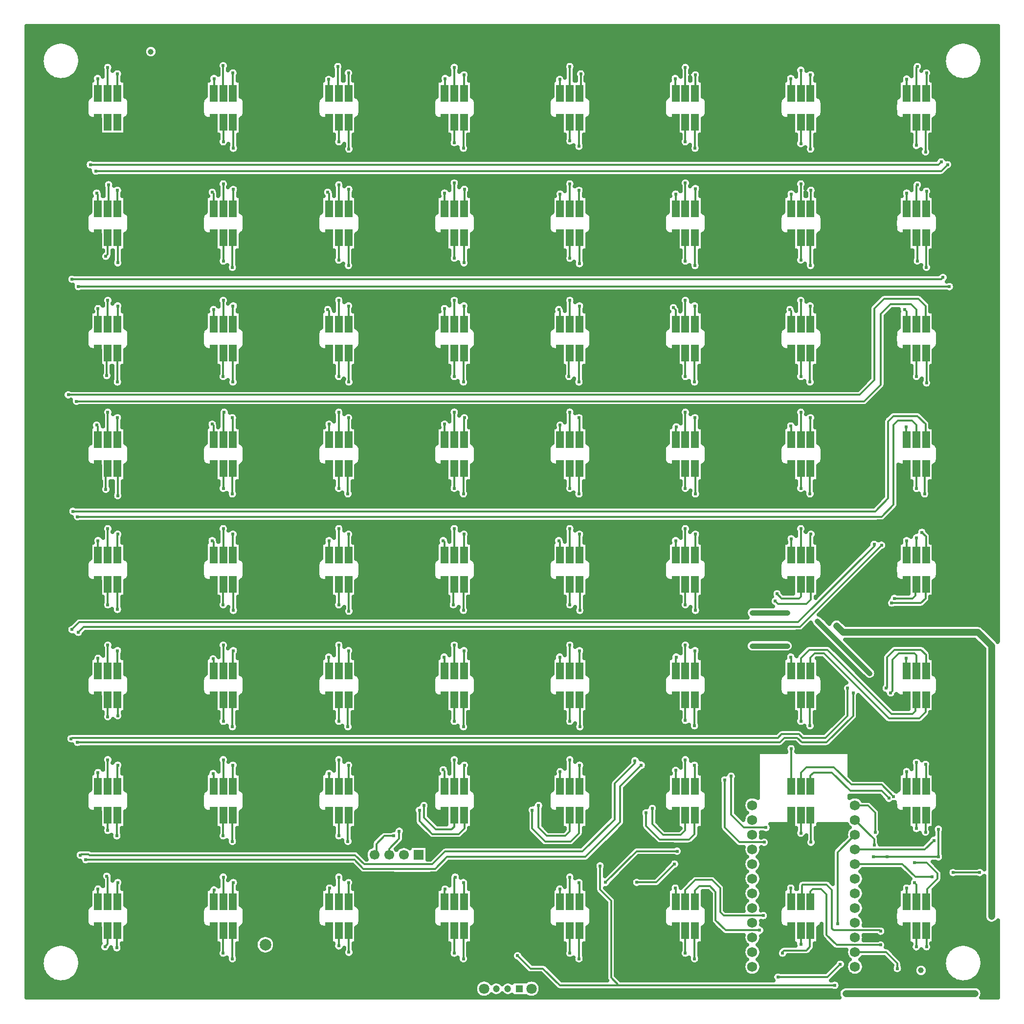
<source format=gbr>
G04 DipTrace 3.2.0.1*
G04 Top.gbr*
%MOIN*%
G04 #@! TF.FileFunction,Copper,L1,Top*
G04 #@! TF.Part,Single*
G04 #@! TA.AperFunction,Conductor*
%ADD13C,0.012*%
%ADD14C,0.036*%
%ADD15C,0.046*%
G04 #@! TA.AperFunction,CopperBalancing*
%ADD17C,0.025*%
%ADD22C,0.03937*%
%ADD23R,0.052X0.11811*%
G04 #@! TA.AperFunction,ComponentPad*
%ADD24R,0.07874X0.07874*%
%ADD25C,0.07874*%
%ADD26R,0.066929X0.066929*%
%ADD27C,0.066929*%
%ADD28C,0.059055*%
%ADD38R,0.047244X0.047244*%
%ADD39C,0.047244*%
%ADD40C,0.070866*%
%ADD50C,0.069*%
G04 #@! TA.AperFunction,ViaPad*
%ADD52C,0.024*%
%FSLAX26Y26*%
G04*
G70*
G90*
G75*
G01*
G04 Top*
%LPD*%
X4344000Y1331500D2*
D13*
Y1169000D1*
X4419000Y1094000D1*
Y569000D1*
X4470530Y517470D1*
X4068999D1*
X3954969Y631500D1*
X3869000D1*
X3781500Y719000D1*
X6650249Y1392470D2*
Y1581500D1*
Y1392470D2*
X6300249D1*
X6206500D1*
X6062749Y629969D2*
Y625207D1*
X6081682Y644140D1*
X4470530Y517470D2*
X5944000D1*
X5381500Y2831500D2*
D14*
X5619000D1*
X6019000Y461219D2*
D15*
X6900249D1*
X7012751Y986219D2*
Y2829969D1*
X6919000Y2923719D1*
X6000249D1*
X5956500Y2967470D1*
X6750249Y1286219D2*
D13*
X6931500D1*
X6499906Y1086614D2*
Y1205314D1*
X6487749Y1217470D1*
X6212749Y1473719D2*
Y1513073D1*
X6081682Y1644140D1*
X6219000Y1561219D2*
Y1692470D1*
X6169000Y1742470D1*
X6083354D1*
X6081682Y1744140D1*
X6487751Y1354969D2*
X6569000D1*
X6644000Y1279969D1*
Y1242469D1*
X6575249Y1173719D1*
Y1095934D1*
X6565929Y1086614D1*
X4859079Y4236220D2*
Y4323719D1*
X4862751D1*
X5646480Y4236220D2*
Y4329970D1*
X5644000D1*
X6433882Y4236220D2*
X6431500D1*
Y4323719D1*
X1709472Y2661417D2*
Y2742469D1*
X1706500D1*
X2496874Y2661417D2*
X2494000D1*
Y2754969D1*
X3284276Y2661417D2*
Y2754969D1*
X3281500D1*
X4071677Y2661417D2*
X4069000D1*
Y2754970D1*
X4859079Y2661417D2*
Y2754970D1*
X4862749D1*
X5646480Y2661417D2*
Y2754969D1*
X5644000D1*
X6433882Y2661417D2*
X6431500D1*
Y2748719D1*
X1709472Y1874016D2*
Y1961219D1*
X1706500D1*
X2496874Y1874016D2*
Y1961219D1*
X4859079Y1086614D2*
Y1179969D1*
X4856500D1*
X4071677Y1086614D2*
Y1173719D1*
X4069000D1*
X3284276Y1086614D2*
Y1173719D1*
X3287751D1*
X2496874Y1086614D2*
Y1179970D1*
X2500249D1*
X1709472Y1086614D2*
Y1167470D1*
X1712749D1*
X922071Y1874016D2*
Y1967470D1*
X5646480Y1086614D2*
X5644000D1*
Y1179969D1*
X922071Y6598425D2*
Y6695648D1*
X919000Y6698719D1*
X1709472Y6598425D2*
X1712749D1*
Y6698719D1*
X2496874Y6598425D2*
X2494000D1*
Y6692470D1*
X3284276Y6598425D2*
X3287749D1*
Y6698719D1*
X4071677Y6598425D2*
X4069000D1*
Y6692470D1*
X4859079Y6598425D2*
X4856500D1*
Y6698719D1*
X5646480Y6598425D2*
X5644000D1*
Y6698719D1*
X6433882Y6598425D2*
Y6694850D1*
Y5811024D2*
Y5917470D1*
X5646480Y5811024D2*
Y5911219D1*
X4859079Y5811024D2*
Y5911219D1*
X4071677Y5811024D2*
Y5911219D1*
X2496874Y5811024D2*
Y5914594D1*
X2487749Y5923719D1*
X3284276Y5811024D2*
Y5917470D1*
X1709472Y5811024D2*
Y5914496D1*
X1700249Y5923719D1*
X922071Y5811024D2*
Y5908150D1*
X912751Y5917470D1*
X922071Y5023622D2*
Y5129969D1*
X1709472Y5023622D2*
Y5123719D1*
X2496874Y5023622D2*
Y5114594D1*
X2487749Y5123719D1*
X3284276Y5023622D2*
Y5129969D1*
X4071677Y5023622D2*
Y5114793D1*
X4062751Y5123719D1*
X4859079Y5023622D2*
Y5121140D1*
X4844000Y5136219D1*
X5646480Y5023622D2*
Y5114990D1*
X5637751Y5123719D1*
X6433882Y5023622D2*
Y5108837D1*
X6419000Y5123719D1*
X6433882Y1086614D2*
Y1179969D1*
X5646480Y1874016D2*
Y2129969D1*
X6433882Y1874016D2*
Y1973719D1*
X4859079Y1874016D2*
Y1982549D1*
X4071677Y1874016D2*
Y1973719D1*
X3284276Y1874016D2*
Y1977193D1*
X3275249Y1986219D1*
X922071Y1086614D2*
Y1173719D1*
X4859079Y3448819D2*
Y3548719D1*
X4071677Y3448819D2*
Y3539791D1*
X4062749Y3548719D1*
X3284276Y3448819D2*
Y3539693D1*
X3275249Y3548719D1*
X2496874Y3448819D2*
Y3548719D1*
X1709472Y3448819D2*
Y3539496D1*
X1700249Y3548719D1*
X922071Y3448819D2*
Y3548719D1*
X2496874Y4236220D2*
Y4342470D1*
X1709472Y4236220D2*
Y4333247D1*
X1700249Y4342470D1*
X922071Y4236220D2*
Y4326899D1*
X912751Y4336219D1*
X3284276Y4236220D2*
Y4342470D1*
X4071677Y4236220D2*
Y4336219D1*
X5646480Y3448819D2*
Y3561219D1*
X922071Y2661417D2*
Y2745648D1*
X6433882Y3448819D2*
Y3548719D1*
X2975249Y1567470D2*
Y1517469D1*
X2906500Y1448719D1*
Y1406500D1*
X6081682Y1444140D2*
X6558172D1*
X6619000Y1504969D1*
X5619000Y3056500D2*
D14*
X5381500D1*
X5825251Y3000251D2*
X6181500Y2644000D1*
X4137701Y1086614D2*
D13*
Y1254969D1*
X4925102Y736219D2*
Y889575D1*
X2562898Y1086614D2*
Y1254969D1*
X3350249Y736219D2*
Y889525D1*
X3350299Y889575D1*
X2628921Y1086614D2*
Y1217469D1*
X3412749Y698719D2*
Y886001D1*
X3416323Y889575D1*
X1775496Y1086614D2*
Y1254969D1*
X2562749Y786219D2*
Y889428D1*
X2562898Y889575D1*
X1841520Y1086614D2*
Y1214990D1*
X1844000Y1217469D1*
X2631500Y742470D2*
Y886996D1*
X2628921Y889575D1*
X5712504Y1874016D2*
Y1967223D1*
X5750249Y2004969D1*
X5937751D1*
X6056500Y1886219D1*
X6262751D1*
X6344000Y1804969D1*
X6500249Y1586219D2*
Y1676633D1*
X6499906Y1676976D1*
X5778528Y1874016D2*
Y1945747D1*
X5800249Y1967470D1*
X5925249D1*
X6050251Y1842469D1*
X6262751D1*
X6312751Y1792470D1*
X6562749Y1561219D2*
Y1673797D1*
X6565929Y1676976D1*
X4925102Y1874016D2*
Y2054969D1*
X5237751Y1942470D2*
Y1679969D1*
X5325249Y1592470D1*
X5475249D1*
X5712749Y1554969D2*
Y1676731D1*
X5712504Y1676976D1*
X4991126Y1874016D2*
Y2014093D1*
X4987751Y2017470D1*
X5194000Y1917469D2*
Y1592470D1*
X5294000Y1492470D1*
X5462749D1*
X5781500D2*
Y1674004D1*
X5778528Y1676976D1*
X4137701Y1874016D2*
Y2054969D1*
X4700251Y1723719D2*
Y1617469D1*
X4775249Y1542470D1*
X4894000D1*
X4925249Y1573719D1*
Y1676829D1*
X4925102Y1676976D1*
X4203724Y1874016D2*
Y2017470D1*
X4656500Y1692470D2*
Y1604969D1*
X4750249Y1511219D1*
X4950249D1*
X4987751Y1548719D1*
Y1673601D1*
X4991126Y1676976D1*
X3350299Y1874016D2*
Y2054969D1*
X3925249Y1742470D2*
Y1592469D1*
X3981500Y1536219D1*
X4106500D1*
X4137751Y1567470D1*
Y1676928D1*
X4137701Y1676976D1*
X3416323Y1874016D2*
Y2014793D1*
X3419000Y2017470D1*
X3881500Y1711219D2*
Y1586219D1*
X3969000Y1498719D1*
X4144000D1*
X4200249Y1554969D1*
Y1673503D1*
X4203724Y1676976D1*
X2562898Y1874016D2*
Y2054969D1*
X3144000Y1742470D2*
Y1661219D1*
X3225249Y1579969D1*
X3331500D1*
X3350249Y1598719D1*
Y1676928D1*
X3350299Y1676976D1*
X2628921Y1874016D2*
Y2017470D1*
X3112749Y1711219D2*
Y1636219D1*
X3200251Y1548719D1*
X3381500D1*
X3419000Y1586219D1*
Y1674299D1*
X3416323Y1676976D1*
X1775496Y1874016D2*
Y2054969D1*
X2562898Y1536219D2*
Y1676976D1*
X1841520Y1874016D2*
Y2017470D1*
X2625249Y1498719D2*
Y1673304D1*
X2628921Y1676976D1*
X988094Y1874016D2*
Y2054969D1*
X1775249Y1536219D2*
Y1676730D1*
X1775496Y1676976D1*
X1054118Y1874016D2*
Y2015088D1*
X1056500Y2017470D1*
X1837749Y1498719D2*
Y1673206D1*
X1841520Y1676976D1*
X5712504Y2661417D2*
Y2748472D1*
X5769000Y2804970D1*
X5894000D1*
X6331500Y2367469D1*
X6475249D1*
X6494000Y2386219D1*
Y2458472D1*
X6499906Y2464378D1*
X5778528Y2661417D2*
Y2751997D1*
X5806500Y2779969D1*
X5869000D1*
X6312751Y2336219D1*
X6519000D1*
X6562751Y2379970D1*
Y2461199D1*
X6565929Y2464378D1*
X4925102Y2661417D2*
Y2836219D1*
X5712504Y2317470D2*
Y2464378D1*
X4991126Y2661417D2*
Y2798719D1*
X5775249Y2286219D2*
Y2461101D1*
X5778528Y2464378D1*
X4137701Y2661417D2*
Y2836219D1*
X4925249Y2323719D2*
Y2464231D1*
X4925102Y2464378D1*
X4203724Y2661417D2*
Y2798719D1*
X4987749Y2286219D2*
Y2461001D1*
X4991126Y2464378D1*
X3350299Y2661417D2*
Y2836219D1*
X4137749Y2317470D2*
Y2464329D1*
X4137701Y2464378D1*
X3416323Y2661417D2*
Y2798719D1*
X4206500Y2279969D2*
Y2461602D1*
X4203724Y2464378D1*
X2562898Y2661417D2*
Y2836219D1*
X3350249Y2317470D2*
Y2464328D1*
X3350299Y2464378D1*
X2628921Y2661417D2*
Y2798719D1*
X3412749Y2279969D2*
Y2460804D1*
X3416323Y2464378D1*
X1775496Y2661417D2*
Y2836219D1*
X2562749Y2317470D2*
Y2464230D1*
X2562898Y2464378D1*
X1841520Y2661417D2*
Y2796239D1*
X1844000Y2798719D1*
X2625249Y2279969D2*
Y2460706D1*
X2628921Y2464378D1*
X988094Y2661417D2*
Y2836219D1*
X1775496Y2317470D2*
Y2464378D1*
X1054118Y2661417D2*
Y2798719D1*
X1837749Y2279970D2*
Y2460608D1*
X1841520Y2464378D1*
X5712504Y3448819D2*
Y3629969D1*
X6350249Y3154969D2*
X6475251D1*
X6494000Y3173719D1*
Y3245874D1*
X6499906Y3251780D1*
X5778528Y3448819D2*
Y3589497D1*
X5781500Y3592470D1*
X6331500Y3123719D2*
X6531500D1*
X6562751Y3154969D1*
Y3248601D1*
X6565929Y3251780D1*
X4925102Y3448819D2*
Y3629969D1*
X5550249Y3186219D2*
X5581500Y3154969D1*
X5700251D1*
X5712751Y3167469D1*
Y3251533D1*
X5712504Y3251780D1*
X4991126Y3448819D2*
Y3468026D1*
X4994000Y3470900D1*
Y3592470D1*
X5537751Y3136219D2*
X5556500Y3117470D1*
X5750251D1*
X5781500Y3148719D1*
Y3248807D1*
X5778528Y3251780D1*
X4137701Y3448819D2*
Y3629969D1*
X4925249Y3111219D2*
Y3251633D1*
X4925102Y3251780D1*
X4203724Y3448819D2*
Y3592470D1*
X4994000Y3073719D2*
Y3248906D1*
X4991126Y3251780D1*
X3350299Y3448819D2*
Y3629969D1*
X4137749Y3111219D2*
Y3251731D1*
X4137701Y3251780D1*
X3416323Y3448819D2*
Y3592470D1*
X4206500Y3073719D2*
Y3249004D1*
X4203724Y3251780D1*
X2562898Y3448819D2*
Y3629969D1*
X3344000Y3111219D2*
Y3245480D1*
X3350299Y3251780D1*
X2628921Y3448819D2*
Y3592470D1*
X3412749Y3073719D2*
Y3248206D1*
X3416323Y3251780D1*
X6499906Y889575D2*
Y779969D1*
X6256500Y886219D2*
X6250249Y892470D1*
X5937749D1*
X5925249Y904970D1*
Y1167469D1*
X5887748Y1204969D1*
X5725249D1*
X5719000Y1198719D1*
Y1093110D1*
X5712504Y1086614D1*
X5778528D2*
Y1158247D1*
X5794000Y1173719D1*
X5850251D1*
X5887751Y1136219D1*
Y861219D1*
X5956500Y792470D1*
X6256500D1*
X6569000Y779969D2*
Y886504D1*
X6565929Y889575D1*
X4925102Y1086614D2*
Y1167322D1*
X4994000Y1236219D1*
X5106500D1*
X5162751Y1179969D1*
Y1017469D1*
X5187749Y992470D1*
X5456500D1*
X5712751Y798719D2*
Y889329D1*
X5712504Y889575D1*
X1775496Y3448819D2*
Y3629969D1*
X2562749Y3111219D2*
Y3251631D1*
X2562898Y3251780D1*
X4991126Y1086614D2*
Y1164596D1*
X5019000Y1192470D1*
X5094000D1*
X5131500Y1154969D1*
Y961219D1*
X5200249Y892470D1*
X5431500D1*
X5587751Y736219D2*
Y744801D1*
X5597919Y754969D1*
X5750249D1*
X5775249Y779969D1*
Y886298D1*
X5778528Y889575D1*
X4203724Y1086614D2*
Y1213995D1*
X4200251Y1217469D1*
X4987749Y698719D2*
Y886198D1*
X4991126Y889575D1*
X3350299Y1086614D2*
Y1248769D1*
X3356500Y1254969D1*
X4137749Y736219D2*
Y889526D1*
X4137701Y889575D1*
X3416323Y1086614D2*
Y1213896D1*
X3412749Y1217469D1*
X4200249Y698719D2*
Y886100D1*
X4203724Y889575D1*
X1841520Y3448819D2*
Y3592469D1*
X2631500Y3067470D2*
Y3249201D1*
X2628921Y3251780D1*
X988094Y3448819D2*
Y3629969D1*
X1775249Y3111219D2*
Y3251533D1*
X1775496Y3251780D1*
X1054118Y3448819D2*
Y3590088D1*
X1056500Y3592470D1*
X1844000Y3073719D2*
Y3249299D1*
X1841520Y3251780D1*
X6499906Y2661417D2*
Y2767814D1*
X6487751Y2779969D1*
X6381500D1*
X6337749Y2736219D1*
Y2523719D1*
X6325251Y2511219D1*
X6069000D2*
Y2354969D1*
X5887751Y2173719D1*
X5719000D1*
X5687751Y2204969D1*
X5600251D1*
X5569000Y2173719D1*
X781500D1*
X987749Y1573719D2*
Y1676631D1*
X988094Y1676976D1*
Y1086614D2*
Y1254625D1*
X981500Y1261219D1*
X1775249Y736219D2*
Y889328D1*
X1775496Y889575D1*
X1054118Y1086614D2*
Y1215088D1*
X1056500Y1217469D1*
X1837749Y698719D2*
Y885804D1*
X1841520Y889575D1*
X6565929Y1874016D2*
Y2020539D1*
X6562751Y2023719D1*
X4581500Y2048719D2*
Y2029969D1*
X4444000Y1892469D1*
Y1648719D1*
X4225249Y1429969D1*
X3287751D1*
X3200249Y1342470D1*
X2737749D1*
X2675249Y1404970D1*
X862749D1*
X856500Y1411219D1*
X806500D1*
X800249Y1404969D1*
X1050249Y773719D2*
Y885707D1*
X1054118Y889575D1*
X988094D2*
Y799063D1*
X969000Y779969D1*
X837751Y1373719D2*
X2669000D1*
X2731500Y1311219D1*
X3219000D1*
X3300249Y1392470D1*
X4244000D1*
X4481500Y1629969D1*
Y1873719D1*
X4625249Y2017470D1*
X6500249Y2036219D2*
Y1874360D1*
X6499906Y1874016D1*
X6565929Y2661417D2*
Y2770539D1*
X6531500Y2804969D1*
X6350249D1*
X6300249Y2754969D1*
Y2548719D1*
X6294000Y2542470D1*
X6031500D2*
Y2354970D1*
X5881500Y2204970D1*
X5725251D1*
X5700251Y2229969D1*
X5581500D1*
X5556500Y2204970D1*
X744000D1*
X737751Y2198719D1*
X1050249Y1536219D2*
Y1673108D1*
X1054118Y1676976D1*
X5712504Y4236220D2*
Y4423719D1*
X6500249Y3904969D2*
Y4038837D1*
X6499906Y4039181D1*
X5778528Y4236220D2*
Y4386219D1*
X6556500Y3867470D2*
Y4029752D1*
X6565929Y4039181D1*
X4925102Y4236220D2*
Y4423718D1*
X5712504Y3904969D2*
Y4039181D1*
X4991126Y4236220D2*
Y4386219D1*
X5775249Y3867470D2*
Y4035903D1*
X5778528Y4039181D1*
X4137701Y4236220D2*
Y4423719D1*
X4925249Y3904969D2*
Y4039034D1*
X4925102Y4039181D1*
X4203724Y4236220D2*
Y4382744D1*
X4200249Y4386219D1*
X4994000Y3867470D2*
Y4036307D1*
X4991126Y4039181D1*
X3350299Y4236220D2*
Y4423719D1*
X4137749Y3904969D2*
Y4039133D1*
X4137701Y4039181D1*
X3416323Y4236220D2*
Y4383542D1*
X3419000Y4386219D1*
X4200249Y3867470D2*
Y4035706D1*
X4203724Y4039181D1*
X2562898Y4236220D2*
Y4423719D1*
X3350249Y3904969D2*
Y4039131D1*
X3350299Y4039181D1*
X2628921Y4236220D2*
Y4386219D1*
X3412749Y3867470D2*
Y4035608D1*
X3416323Y4039181D1*
X1775496Y4236220D2*
Y4417715D1*
X1781500Y4423719D1*
X2562749Y3904969D2*
Y4039033D1*
X2562898Y4039181D1*
X1841520Y4236220D2*
Y4382450D1*
X1837751Y4386219D1*
X2625249Y3867470D2*
Y4035509D1*
X2628921Y4039181D1*
X988094Y4236220D2*
Y4423719D1*
X1775496Y3904969D2*
Y4039181D1*
X1054118Y4236220D2*
Y4386219D1*
X1837749Y3867470D2*
Y4035411D1*
X1841520Y4039181D1*
X5712504Y5023622D2*
Y5186219D1*
X6500249Y4667470D2*
Y4826239D1*
X6499906Y4826583D1*
X5778528Y5023622D2*
Y5148719D1*
X6569000Y4623719D2*
Y4823512D1*
X6565929Y4826583D1*
X4925102Y5023622D2*
Y5186219D1*
X5712749Y4667470D2*
Y4826337D1*
X5712504Y4826583D1*
X4991126Y5023622D2*
Y5148719D1*
X5775249Y4629969D2*
Y4823304D1*
X5778528Y4826583D1*
X4137701Y5023622D2*
Y5186219D1*
X4925249Y4667470D2*
Y4826436D1*
X4925102Y4826583D1*
X4203724Y5023622D2*
Y5148719D1*
X4987749Y4629969D2*
Y4823206D1*
X4991126Y4826583D1*
X3350299Y5023622D2*
Y5186219D1*
X4131500Y4667470D2*
Y4820382D1*
X4137701Y4826583D1*
X3416323Y5023622D2*
Y5148719D1*
X4200249Y4629969D2*
Y4823108D1*
X4203724Y4826583D1*
X2562898Y5023622D2*
Y5186219D1*
X3350249Y4667470D2*
Y4826533D1*
X3350299Y4826583D1*
X2628921Y5023622D2*
Y5148719D1*
X3412749Y4629969D2*
Y4823009D1*
X3416323Y4826583D1*
X1775496Y5023622D2*
Y5186219D1*
X2562749Y4667470D2*
Y4826434D1*
X2562898Y4826583D1*
X1841520Y5023622D2*
Y5148719D1*
X2631500Y4629969D2*
Y4824004D1*
X2628921Y4826583D1*
X988094Y5023622D2*
Y5186219D1*
X1775249Y4667470D2*
Y4826336D1*
X1775496Y4826583D1*
X1841520D2*
Y4629970D1*
X1056500Y5148719D2*
Y5026004D1*
X1054118Y5023622D1*
X6499906D2*
Y5124063D1*
X6462749Y5161219D1*
X6325251D1*
X6256500Y5092469D1*
Y4611219D1*
X6144000Y4498719D1*
X775251D1*
X975249Y3898719D2*
Y4026337D1*
X988094Y4039181D1*
X1054118D2*
X1056500D1*
Y3854969D1*
X719000Y4542470D2*
X6112751D1*
X6212749Y4642469D1*
Y5129969D1*
X6281500Y5198719D1*
X6512751D1*
X6562751Y5148719D1*
Y5026801D1*
X6565929Y5023622D1*
X5712504Y5811024D2*
Y5979970D1*
X6506500Y5454969D2*
Y5607390D1*
X6499906Y5613984D1*
X6565929D2*
Y5411219D1*
X5781500Y5936219D2*
Y5813996D1*
X5778528Y5811024D1*
X4925102D2*
Y5986219D1*
X5712749Y5461219D2*
Y5613739D1*
X5712504Y5613984D1*
X5778528D2*
Y5423719D1*
X4994000Y5948719D2*
Y5813898D1*
X4991126Y5811024D1*
X1775496Y5613984D2*
Y5454969D1*
X994000Y5973719D2*
Y5816929D1*
X988094Y5811024D1*
X1054118D2*
Y5936219D1*
X1837749Y5411219D2*
Y5610214D1*
X1841520Y5613984D1*
X6499906Y6401386D2*
Y6242470D1*
X5712751Y6754969D2*
Y6598672D1*
X5712504Y6598425D1*
X5778528D2*
Y6723719D1*
X6562749Y6198719D2*
Y6398206D1*
X6565929Y6401386D1*
X4925102Y6598425D2*
Y6773719D1*
X5712504Y6254969D2*
Y6401386D1*
X5778528D2*
Y6217470D1*
X4994000Y6723719D2*
Y6601299D1*
X4991126Y6598425D1*
X4925102Y6401386D2*
Y6267470D1*
X4137751Y6779969D2*
Y6598475D1*
X4137701Y6598425D1*
X4991126Y6401386D2*
Y6223719D1*
X4212751Y6729969D2*
Y6607451D1*
X4203724Y6598425D1*
X6499906Y3448819D2*
X6500249Y3449163D1*
Y3567469D1*
X6262751Y3517470D2*
X5706500Y2961219D1*
X825249D1*
X787751Y2923719D1*
X987749Y2348719D2*
Y2464033D1*
X988094Y2464378D1*
X6565929Y3448819D2*
Y3576790D1*
X6537749Y3604969D1*
X6212751Y3523719D2*
Y3511219D1*
X5694000Y2992470D1*
X794000D1*
X744000Y2942470D1*
X1056500Y2354969D2*
Y2461996D1*
X1054118Y2464378D1*
X6499906Y4236220D2*
Y4336564D1*
X6469000Y4367470D1*
X6375251D1*
X6344000Y4336219D1*
Y3792469D1*
X6262751Y3711219D1*
X781500D1*
X987749Y3111219D2*
Y3251434D1*
X988094Y3251780D1*
X1054118D2*
Y3079969D1*
X750251Y3748719D2*
X6219000D1*
X6306500Y3836219D1*
Y4361219D1*
X6344000Y4398719D1*
X6506501D1*
X6562751Y4342470D1*
Y4239399D1*
X6565929Y4236220D1*
X4137701Y6401386D2*
Y6273719D1*
X3350251Y6773719D2*
Y6598474D1*
X3350299Y6598425D1*
X3416323D2*
Y6723719D1*
X4200249Y6236219D2*
Y6397911D1*
X4203724Y6401386D1*
X3350299D2*
Y6261219D1*
X2556500Y6779969D2*
Y6604823D1*
X2562898Y6598425D1*
X2628921D2*
Y6736219D1*
X3412749Y6223719D2*
Y6397812D1*
X3416323Y6401386D1*
X2562898D2*
Y6267470D1*
X1775251Y6786219D2*
Y6598671D1*
X1775496Y6598425D1*
X1841520D2*
Y6736219D1*
X2631500Y6217470D2*
Y6398807D1*
X2628921Y6401386D1*
X1775496D2*
Y6267470D1*
X987751Y6773719D2*
Y6598769D1*
X988094Y6598425D1*
X1054118D2*
Y6729969D1*
X1844000Y6223719D2*
Y6398906D1*
X1841520Y6401386D1*
X6499906Y6598425D2*
Y6773374D1*
X6506500Y6779969D1*
X6712749Y6111218D2*
X6669000Y6067469D1*
X906499D1*
X975251Y5486219D2*
X988094Y5499063D1*
Y5613984D1*
X1054118D2*
X1056500Y5611602D1*
Y5442470D1*
X869000Y6111219D2*
X6650251D1*
X6669000Y6129969D1*
X6569000Y6736219D2*
Y6601496D1*
X6565929Y6598425D1*
X6499906Y5811024D2*
Y5967125D1*
X6506500Y5973719D1*
X6725249Y5279970D2*
X787749D1*
X981500Y4673719D2*
Y4819988D1*
X988094Y4826583D1*
X1054118D2*
Y4629969D1*
X744000Y5329969D2*
X6668999D1*
X6681500Y5342470D1*
X6569000Y5929970D2*
Y5814094D1*
X6565929Y5811024D1*
X4137701D2*
Y5979970D1*
X4925102Y5454969D2*
Y5613984D1*
X4991126D2*
Y5423719D1*
X4200251Y5936219D2*
Y5814497D1*
X4203724Y5811024D1*
X3350299D2*
Y5986219D1*
X4137749Y5473719D2*
Y5613936D1*
X4137701Y5613984D1*
X4203724D2*
Y5436219D1*
X3419000Y5942470D2*
Y5813701D1*
X3416323Y5811024D1*
X2562898D2*
Y5973719D1*
X3350249Y5473719D2*
Y5613934D1*
X3350299Y5613984D1*
X3416323D2*
Y5442470D1*
X2631500Y5942470D2*
Y5813602D1*
X2628921Y5811024D1*
X1775496D2*
Y5979970D1*
X2562749Y5461219D2*
Y5613836D1*
X2562898Y5613984D1*
X2628921D2*
Y5423719D1*
X1844000Y5942470D2*
Y5813504D1*
X1841520Y5811024D1*
X2937751Y1536219D2*
X2873719D1*
X2819000Y1481500D1*
Y1419000D1*
X2806500Y1406500D1*
X6606500Y1256500D2*
X6492469D1*
X6404969Y1344000D1*
X6081823D1*
X6081682Y1344140D1*
X5556500Y573719D2*
X5894000D1*
X5981500Y661219D1*
X5962751Y936219D2*
Y1425209D1*
X6081682Y1544140D1*
X5206500Y1031500D2*
X5256500D1*
Y1056500D1*
X5281500Y1081500D1*
X4869000Y1431500D2*
X4594000D1*
X4381500Y1219000D1*
X4594000D2*
X4726781D1*
X4851781Y1344000D1*
X6370399Y631500D2*
Y667601D1*
X6294000Y744000D1*
X6081823D1*
X6081682Y744140D1*
D52*
X4344000Y1331500D3*
X3781500Y719000D3*
X6650249Y1392470D3*
Y1581500D3*
X6206500Y1392470D3*
X6650249D3*
X5944000Y517470D3*
X6300249Y1392470D3*
X5381500Y2831500D3*
X5619000D3*
X6019000Y461219D3*
X6900249D3*
X7012751Y986219D3*
X5956500Y2967470D3*
X6750249Y1286219D3*
X6931500D3*
X6487749Y1217470D3*
X6212749Y1473719D3*
X6219000Y1561219D3*
X6487751Y1354969D3*
X4862751Y4323719D3*
X5644000Y4329970D3*
X6431500Y4323719D3*
X1706500Y2742469D3*
X2494000Y2754969D3*
X3281500D3*
X4069000Y2754970D3*
X4862749D3*
X5644000Y2754969D3*
X6431500Y2748719D3*
X1706500Y1961219D3*
X2496874D3*
X4856500Y1179969D3*
X4069000Y1173719D3*
X3287751D3*
X2500249Y1179970D3*
X1712749Y1167470D3*
X922071Y1967470D3*
X5644000Y1179969D3*
X919000Y6698719D3*
X1712749D3*
X2494000Y6692470D3*
X3287749Y6698719D3*
X4069000Y6692470D3*
X4856500Y6698719D3*
X5644000D3*
X6433882Y6694850D3*
Y5917470D3*
X5646480Y5911219D3*
X4859079D3*
X4071677D3*
X2487749Y5923719D3*
X3284276Y5917470D3*
X1700249Y5923719D3*
X912751Y5917470D3*
X922071Y5129969D3*
X1709472Y5123719D3*
X2487749D3*
X3284276Y5129969D3*
X4062751Y5123719D3*
X4844000Y5136219D3*
X5637751Y5123719D3*
X6419000D3*
X6433882Y1179969D3*
X5646480Y2129969D3*
X6433882Y1973719D3*
X4859079Y1982549D3*
X4071677Y1973719D3*
X3275249Y1986219D3*
X922071Y1173719D3*
X4859079Y3548719D3*
X4062749D3*
X3275249D3*
X2496874D3*
X1700249D3*
X922071D3*
X2496874Y4342470D3*
X1700249D3*
X912751Y4336219D3*
X3284276Y4342470D3*
X4071677Y4336219D3*
X5646480Y3561219D3*
X922071Y2745648D3*
X6433882Y3548719D3*
X2975249Y1567470D3*
X6619000Y1504969D3*
X5619000Y3056500D3*
X5381500D3*
X5825251Y3000251D3*
X6181500Y2644000D3*
X4137701Y1254969D3*
X4925102Y736219D3*
X2562898Y1254969D3*
X3350249Y736219D3*
X2628921Y1217469D3*
X3412749Y698719D3*
X1775496Y1254969D3*
X2562749Y786219D3*
X1844000Y1217469D3*
X2631500Y742470D3*
X6344000Y1804969D3*
X6500249Y1586219D3*
X6312751Y1792470D3*
X6562749Y1561219D3*
X4925102Y2054969D3*
X5237751Y1942470D3*
X5475249Y1592470D3*
X5712749Y1554969D3*
X4987751Y2017470D3*
X5194000Y1917469D3*
X5462749Y1492470D3*
X5781500D3*
X4137701Y2054969D3*
X4700251Y1723719D3*
X4203724Y2017470D3*
X4656500Y1692470D3*
X3350299Y2054969D3*
X3925249Y1742470D3*
X3419000Y2017470D3*
X3881500Y1711219D3*
X2562898Y2054969D3*
X3144000Y1742470D3*
X2628921Y2017470D3*
X3112749Y1711219D3*
X1775496Y2054969D3*
X2562898Y1536219D3*
X1841520Y2017470D3*
X2625249Y1498719D3*
X988094Y2054969D3*
X1775249Y1536219D3*
X1056500Y2017470D3*
X1837749Y1498719D3*
X4925102Y2836219D3*
X5712504Y2317470D3*
X4991126Y2798719D3*
X5775249Y2286219D3*
X4137701Y2836219D3*
X4925249Y2323719D3*
X4203724Y2798719D3*
X4987749Y2286219D3*
X3350299Y2836219D3*
X4137749Y2317470D3*
X3416323Y2798719D3*
X4206500Y2279969D3*
X2562898Y2836219D3*
X3350249Y2317470D3*
X2628921Y2798719D3*
X3412749Y2279969D3*
X1775496Y2836219D3*
X2562749Y2317470D3*
X1844000Y2798719D3*
X2625249Y2279969D3*
X988094Y2836219D3*
X1775496Y2317470D3*
X1054118Y2798719D3*
X1837749Y2279970D3*
X5712504Y3629969D3*
X6350249Y3154969D3*
X5781500Y3592470D3*
X6331500Y3123719D3*
X4925102Y3629969D3*
X5550249Y3186219D3*
X4994000Y3592470D3*
X5537751Y3136219D3*
X4137701Y3629969D3*
X4925249Y3111219D3*
X4203724Y3592470D3*
X4994000Y3073719D3*
X3350299Y3629969D3*
X4137749Y3111219D3*
X3416323Y3592470D3*
X4206500Y3073719D3*
X2562898Y3629969D3*
X3344000Y3111219D3*
X2628921Y3592470D3*
X3412749Y3073719D3*
X6499906Y779969D3*
X6256500Y886219D3*
Y792470D3*
X6569000Y779969D3*
X5456500Y992470D3*
X5712751Y798719D3*
X1775496Y3629969D3*
X2562749Y3111219D3*
X5431500Y892470D3*
X5587751Y736219D3*
X4200251Y1217469D3*
X4987749Y698719D3*
X3356500Y1254969D3*
X4137749Y736219D3*
X3412749Y1217469D3*
X4200249Y698719D3*
X1841520Y3592469D3*
X2631500Y3067470D3*
X988094Y3629969D3*
X1775249Y3111219D3*
X1056500Y3592470D3*
X1844000Y3073719D3*
X6325251Y2511219D3*
X6069000D3*
X781500Y2173719D3*
X987749Y1573719D3*
X981500Y1261219D3*
X1775249Y736219D3*
X1056500Y1217469D3*
X1837749Y698719D3*
X6562751Y2023719D3*
X4581500Y2048719D3*
X800249Y1404969D3*
X1050249Y773719D3*
X969000Y779969D3*
X837751Y1373719D3*
X4625249Y2017470D3*
X6500249Y2036219D3*
X6294000Y2542470D3*
X6031500D3*
X737751Y2198719D3*
X1050249Y1536219D3*
X5712504Y4423719D3*
X6500249Y3904969D3*
X5778528Y4386219D3*
X6556500Y3867470D3*
X4925102Y4423718D3*
X5712504Y3904969D3*
X4991126Y4386219D3*
X5775249Y3867470D3*
X4137701Y4423719D3*
X4925249Y3904969D3*
X4200249Y4386219D3*
X4994000Y3867470D3*
X3350299Y4423719D3*
X4137749Y3904969D3*
X3419000Y4386219D3*
X4200249Y3867470D3*
X2562898Y4423719D3*
X3350249Y3904969D3*
X2628921Y4386219D3*
X3412749Y3867470D3*
X1781500Y4423719D3*
X2562749Y3904969D3*
X1837751Y4386219D3*
X2625249Y3867470D3*
X988094Y4423719D3*
X1775496Y3904969D3*
X1054118Y4386219D3*
X1837749Y3867470D3*
X5712504Y5186219D3*
X6500249Y4667470D3*
X5778528Y5148719D3*
X6569000Y4623719D3*
X4925102Y5186219D3*
X5712749Y4667470D3*
X4991126Y5148719D3*
X5775249Y4629969D3*
X4137701Y5186219D3*
X4925249Y4667470D3*
X4203724Y5148719D3*
X4987749Y4629969D3*
X3350299Y5186219D3*
X4131500Y4667470D3*
X3416323Y5148719D3*
X4200249Y4629969D3*
X2562898Y5186219D3*
X3350249Y4667470D3*
X2628921Y5148719D3*
X3412749Y4629969D3*
X1775496Y5186219D3*
X2562749Y4667470D3*
X1841520Y5148719D3*
X2631500Y4629969D3*
X988094Y5186219D3*
X1775249Y4667470D3*
X1841520Y4629970D3*
X1056500Y5148719D3*
X775251Y4498719D3*
X975249Y3898719D3*
X1056500Y3854969D3*
X719000Y4542470D3*
X5712504Y5979970D3*
X6506500Y5454969D3*
X6565929Y5411219D3*
X5781500Y5936219D3*
X4925102Y5986219D3*
X5712749Y5461219D3*
X5778528Y5423719D3*
X4994000Y5948719D3*
X1775496Y5454969D3*
X994000Y5973719D3*
X1054118Y5936219D3*
X1837749Y5411219D3*
X6499906Y6242470D3*
X5712751Y6754969D3*
X5778528Y6723719D3*
X6562749Y6198719D3*
X4925102Y6773719D3*
X5712504Y6254969D3*
X5778528Y6217470D3*
X4994000Y6723719D3*
X4925102Y6267470D3*
X4137751Y6779969D3*
X4991126Y6223719D3*
X4212751Y6729969D3*
X6500249Y3567469D3*
X6262751Y3517470D3*
X787751Y2923719D3*
X987749Y2348719D3*
X6537749Y3604969D3*
X6212751Y3523719D3*
X744000Y2942470D3*
X1056500Y2354969D3*
X781500Y3711219D3*
X987749Y3111219D3*
X1054118Y3079969D3*
X750251Y3748719D3*
X4137701Y6273719D3*
X3350251Y6773719D3*
X3416323Y6723719D3*
X4200249Y6236219D3*
X3350299Y6261219D3*
X2556500Y6779969D3*
X2628921Y6736219D3*
X3412749Y6223719D3*
X2562898Y6267470D3*
X1775251Y6786219D3*
X1841520Y6736219D3*
X2631500Y6217470D3*
X1775496Y6267470D3*
X987751Y6773719D3*
X1054118Y6729969D3*
X1844000Y6223719D3*
X6506500Y6779969D3*
X6712749Y6111218D3*
X906499Y6067469D3*
X975251Y5486219D3*
X1056500Y5442470D3*
X869000Y6111219D3*
X6669000Y6129969D3*
X6569000Y6736219D3*
X6506500Y5973719D3*
X6725249Y5279970D3*
X787749D3*
X981500Y4673719D3*
X1054118Y4629969D3*
X744000Y5329969D3*
X6681500Y5342470D3*
X6569000Y5929970D3*
X4137701Y5979970D3*
X4925102Y5454969D3*
X4991126Y5423719D3*
X4200251Y5936219D3*
X3350299Y5986219D3*
X4137749Y5473719D3*
X4203724Y5436219D3*
X3419000Y5942470D3*
X2562898Y5973719D3*
X3350249Y5473719D3*
X3416323Y5442470D3*
X2631500Y5942470D3*
X1775496Y5979970D3*
X2562749Y5461219D3*
X2628921Y5423719D3*
X1844000Y5942470D3*
X2937751Y1536219D3*
X6606500Y1256500D3*
X5556500Y573719D3*
X5981500Y661219D3*
X5962751Y936219D3*
X5206500Y1031500D3*
X4869000Y1431500D3*
X4381500Y1219000D3*
X4594000D3*
X4851781Y1344000D3*
X6370399Y631500D3*
X435003Y7030647D2*
D17*
X7053003D1*
X435003Y7005778D2*
X7053003D1*
X435003Y6980909D2*
X7053003D1*
X435003Y6956041D2*
X7053003D1*
X435003Y6931172D2*
X599340D1*
X738654D2*
X6749350D1*
X6888665D2*
X7053003D1*
X435003Y6906303D2*
X569161D1*
X768833D2*
X1240051D1*
X1322957D2*
X6719172D1*
X6918808D2*
X7053003D1*
X435003Y6881434D2*
X551614D1*
X786381D2*
X1232839D1*
X1330169D2*
X6701625D1*
X6936356D2*
X7053003D1*
X435003Y6856566D2*
X541280D1*
X796715D2*
X1240123D1*
X1322849D2*
X6691255D1*
X6946726D2*
X7053003D1*
X435003Y6831697D2*
X536364D1*
X801631D2*
X6686374D1*
X6951606D2*
X7053003D1*
X435003Y6806828D2*
X536327D1*
X801667D2*
X965609D1*
X1009867D2*
X1740241D1*
X1810264D2*
X2526428D1*
X2586583D2*
X3328117D1*
X3372374D2*
X4107665D1*
X4167819D2*
X4902966D1*
X4947223D2*
X6476416D1*
X6536570D2*
X6686339D1*
X6951678D2*
X7053003D1*
X435003Y6781959D2*
X541100D1*
X796894D2*
X947668D1*
X1027845D2*
X1734500D1*
X1816005D2*
X2515555D1*
X2597455D2*
X3310139D1*
X3390352D2*
X4096828D1*
X4178692D2*
X4884988D1*
X4965201D2*
X5682801D1*
X5742703D2*
X6465543D1*
X6547442D2*
X6691112D1*
X6946870D2*
X7053003D1*
X435003Y6757091D2*
X551362D1*
X786667D2*
X950538D1*
X1083932D2*
X1740241D1*
X1876362D2*
X2521512D1*
X2663769D2*
X3313046D1*
X3438007D2*
X4102748D1*
X4242566D2*
X4887895D1*
X5015690D2*
X5671820D1*
X5800226D2*
X6464898D1*
X6603853D2*
X6701337D1*
X6936643D2*
X7053003D1*
X435003Y6732222D2*
X568694D1*
X769299D2*
X897537D1*
X1095056D2*
X1691295D1*
X1882319D2*
X2521512D1*
X2669690D2*
X3266289D1*
X3456379D2*
X4102748D1*
X4253690D2*
X4835037D1*
X5034028D2*
X5622551D1*
X5818563D2*
X6422159D1*
X6445604D2*
X6464898D1*
X6609773D2*
X6718706D1*
X6919274D2*
X7053003D1*
X435003Y6707353D2*
X598479D1*
X739516D2*
X878986D1*
X1089100D2*
X1672743D1*
X1876505D2*
X2455987D1*
X2663912D2*
X3247736D1*
X3453652D2*
X4031016D1*
X4247732D2*
X4816486D1*
X5031336D2*
X5604000D1*
X5815871D2*
X6394995D1*
X6603996D2*
X6748454D1*
X6889526D2*
X7053003D1*
X435003Y6682484D2*
X867072D1*
X1109122D2*
X1654478D1*
X1896529D2*
X2441885D1*
X2683900D2*
X3229291D1*
X3471307D2*
X4016698D1*
X4258714D2*
X4804070D1*
X5046121D2*
X5591476D1*
X5833526D2*
X6378883D1*
X6620933D2*
X7053003D1*
X435003Y6657615D2*
X867072D1*
X1109122D2*
X1654478D1*
X1896529D2*
X2441885D1*
X2683900D2*
X3229291D1*
X3471307D2*
X4016698D1*
X4258714D2*
X4804070D1*
X5046121D2*
X5591476D1*
X5833526D2*
X6378883D1*
X6620933D2*
X7053003D1*
X435003Y6632747D2*
X867072D1*
X1109122D2*
X1654478D1*
X1896529D2*
X2441885D1*
X2683900D2*
X3229291D1*
X3471307D2*
X4016698D1*
X4258714D2*
X4804070D1*
X5046121D2*
X5591476D1*
X5833526D2*
X6378883D1*
X6620933D2*
X7053003D1*
X435003Y6607878D2*
X867072D1*
X1109122D2*
X1654478D1*
X1896529D2*
X2441885D1*
X2683900D2*
X3229291D1*
X3471307D2*
X4016698D1*
X4258714D2*
X4804070D1*
X5046121D2*
X5591476D1*
X5833526D2*
X6378883D1*
X6620933D2*
X7053003D1*
X435003Y6583009D2*
X867072D1*
X1109122D2*
X1654478D1*
X1896529D2*
X2441885D1*
X2683900D2*
X3229291D1*
X3471307D2*
X4016698D1*
X4258714D2*
X4804070D1*
X5046121D2*
X5591476D1*
X5833526D2*
X6378883D1*
X6620933D2*
X7053003D1*
X435003Y6558140D2*
X848017D1*
X1130186D2*
X1635424D1*
X1917593D2*
X2422794D1*
X2705000D2*
X3210201D1*
X3492371D2*
X3997608D1*
X4279777D2*
X4785014D1*
X5067184D2*
X5572421D1*
X5854591D2*
X6359828D1*
X6641997D2*
X7053003D1*
X435003Y6533272D2*
X841092D1*
X1137076D2*
X1628499D1*
X1924483D2*
X2415904D1*
X2711890D2*
X3203311D1*
X3499297D2*
X3990718D1*
X4286703D2*
X4778125D1*
X5074110D2*
X5565496D1*
X5861480D2*
X6352903D1*
X6648887D2*
X7053003D1*
X435003Y6508403D2*
X841092D1*
X1137076D2*
X1628499D1*
X1924483D2*
X2415904D1*
X2711890D2*
X3203311D1*
X3499297D2*
X3990718D1*
X4286703D2*
X4778125D1*
X5074110D2*
X5565496D1*
X5861480D2*
X6352903D1*
X6648887D2*
X7053003D1*
X435003Y6483534D2*
X841092D1*
X1137076D2*
X1628499D1*
X1924483D2*
X2415904D1*
X2711890D2*
X3203311D1*
X3499297D2*
X3990718D1*
X4286703D2*
X4778125D1*
X5074110D2*
X5565496D1*
X5861480D2*
X6352903D1*
X6648887D2*
X7053003D1*
X435003Y6458665D2*
X841738D1*
X1136466D2*
X1629108D1*
X1923873D2*
X2416514D1*
X2711280D2*
X3203921D1*
X3498686D2*
X3991328D1*
X4286058D2*
X4778735D1*
X5073463D2*
X5566142D1*
X5860870D2*
X6353549D1*
X6648277D2*
X7053003D1*
X435003Y6433797D2*
X855768D1*
X1122436D2*
X1643139D1*
X1909843D2*
X2430546D1*
X2697249D2*
X3217953D1*
X3484656D2*
X4005360D1*
X4272026D2*
X4792765D1*
X5059433D2*
X5580172D1*
X5846840D2*
X6367579D1*
X6634247D2*
X7053003D1*
X435003Y6408928D2*
X933098D1*
X1109122D2*
X1720505D1*
X1896529D2*
X2507912D1*
X2683900D2*
X3295319D1*
X3471307D2*
X4082726D1*
X4258714D2*
X4870096D1*
X5046121D2*
X5657503D1*
X5833526D2*
X6444909D1*
X6620933D2*
X7053003D1*
X435003Y6384059D2*
X933098D1*
X1109122D2*
X1720505D1*
X1896529D2*
X2507912D1*
X2683900D2*
X3295319D1*
X3471307D2*
X4082726D1*
X4258714D2*
X4870096D1*
X5046121D2*
X5657503D1*
X5833526D2*
X6444909D1*
X6620933D2*
X7053003D1*
X435003Y6359190D2*
X933098D1*
X1109122D2*
X1720505D1*
X1896529D2*
X2507912D1*
X2683900D2*
X3295319D1*
X3471307D2*
X4082726D1*
X4258714D2*
X4870096D1*
X5046121D2*
X5657503D1*
X5833526D2*
X6444909D1*
X6620933D2*
X7053003D1*
X435003Y6334322D2*
X933098D1*
X1109122D2*
X1720505D1*
X1896529D2*
X2507912D1*
X2683900D2*
X3295319D1*
X3471307D2*
X4082726D1*
X4258714D2*
X4870096D1*
X5046121D2*
X5657503D1*
X5833526D2*
X6444909D1*
X6620933D2*
X7053003D1*
X435003Y6309453D2*
X1740492D1*
X1878982D2*
X2527899D1*
X2666496D2*
X3315306D1*
X3447731D2*
X4102713D1*
X4235245D2*
X4890119D1*
X5026133D2*
X5677526D1*
X5813504D2*
X6464898D1*
X6597752D2*
X7053003D1*
X435003Y6284584D2*
X1738520D1*
X1878982D2*
X2525925D1*
X2666496D2*
X3315306D1*
X3447731D2*
X4098264D1*
X4235245D2*
X4888110D1*
X5026133D2*
X5677526D1*
X5813504D2*
X6464898D1*
X6597752D2*
X7053003D1*
X435003Y6259715D2*
X1735290D1*
X1878982D2*
X2522696D1*
X2666496D2*
X3309349D1*
X3447731D2*
X4099340D1*
X4235245D2*
X4884916D1*
X5026133D2*
X5671820D1*
X5813504D2*
X6462995D1*
X6597752D2*
X7053003D1*
X435003Y6234846D2*
X1752550D1*
X1883360D2*
X2539957D1*
X2668362D2*
X3319756D1*
X3452109D2*
X4159266D1*
X4241202D2*
X4902177D1*
X5030475D2*
X5677203D1*
X5815370D2*
X6459657D1*
X6597752D2*
X7053003D1*
X435003Y6209978D2*
X1805551D1*
X1882463D2*
X2591235D1*
X2671772D2*
X3374299D1*
X3451211D2*
X4169601D1*
X4230903D2*
X4952665D1*
X5029577D2*
X5738278D1*
X5818778D2*
X6476774D1*
X6602059D2*
X7053003D1*
X435003Y6185109D2*
X2608172D1*
X2654833D2*
X5755180D1*
X5801877D2*
X6524249D1*
X6601269D2*
X7053003D1*
X435003Y6160240D2*
X6642739D1*
X6695286D2*
X7053003D1*
X435003Y6135371D2*
X836534D1*
X6745236D2*
X7053003D1*
X435003Y6110503D2*
X828030D1*
X6753741D2*
X7053003D1*
X435003Y6085634D2*
X837755D1*
X6744016D2*
X7053003D1*
X435003Y6060765D2*
X866102D1*
X6710752D2*
X7053003D1*
X435003Y6035896D2*
X881963D1*
X6679173D2*
X7053003D1*
X435003Y6011028D2*
X982045D1*
X1005955D2*
X1750253D1*
X1800718D2*
X2550937D1*
X2574885D2*
X3318356D1*
X3382243D2*
X4112474D1*
X4162938D2*
X4893169D1*
X4957020D2*
X5687251D1*
X5737752D2*
X6494537D1*
X6518484D2*
X7053003D1*
X435003Y5986159D2*
X955059D1*
X1032941D2*
X1735003D1*
X1816005D2*
X2523988D1*
X2601833D2*
X3309314D1*
X3391285D2*
X4097223D1*
X4178189D2*
X4884127D1*
X4966098D2*
X4982558D1*
X5005428D2*
X5672000D1*
X5753003D2*
X6467588D1*
X6545433D2*
X7053003D1*
X435003Y5961290D2*
X955059D1*
X1085833D2*
X1689394D1*
X1711101D2*
X1739344D1*
X1880094D2*
X2476873D1*
X2498630D2*
X2523953D1*
X2667572D2*
X3315306D1*
X3455087D2*
X4101529D1*
X4231944D2*
X4890119D1*
X5032879D2*
X5676343D1*
X5813217D2*
X6464898D1*
X6593877D2*
X7053003D1*
X435003Y5936421D2*
X876760D1*
X1095092D2*
X1661404D1*
X1884508D2*
X2448919D1*
X2672022D2*
X3248274D1*
X3459501D2*
X4040094D1*
X4241238D2*
X4827501D1*
X5032987D2*
X5614873D1*
X5822475D2*
X6397865D1*
X6609450D2*
X7053003D1*
X435003Y5911552D2*
X872203D1*
X1089100D2*
X1661224D1*
X1878982D2*
X2448739D1*
X2666496D2*
X3243753D1*
X3453975D2*
X4030693D1*
X4235245D2*
X4818100D1*
X5029004D2*
X5605507D1*
X5816482D2*
X6393344D1*
X6605287D2*
X7053003D1*
X435003Y5886684D2*
X867072D1*
X1109122D2*
X1654478D1*
X1896529D2*
X2441885D1*
X2683900D2*
X3229291D1*
X3471307D2*
X4016698D1*
X4258714D2*
X4804070D1*
X5046121D2*
X5591476D1*
X5833526D2*
X6378883D1*
X6620933D2*
X7053003D1*
X435003Y5861815D2*
X867072D1*
X1109122D2*
X1654478D1*
X1896529D2*
X2441885D1*
X2683900D2*
X3229291D1*
X3471307D2*
X4016698D1*
X4258714D2*
X4804070D1*
X5046121D2*
X5591476D1*
X5833526D2*
X6378883D1*
X6620933D2*
X7053003D1*
X435003Y5836946D2*
X867072D1*
X1109122D2*
X1654478D1*
X1896529D2*
X2441885D1*
X2683900D2*
X3229291D1*
X3471307D2*
X4016698D1*
X4258714D2*
X4804070D1*
X5046121D2*
X5591476D1*
X5833526D2*
X6378883D1*
X6620933D2*
X7053003D1*
X435003Y5812077D2*
X867072D1*
X1109122D2*
X1654478D1*
X1896529D2*
X2441885D1*
X2683900D2*
X3229291D1*
X3471307D2*
X4016698D1*
X4258714D2*
X4804070D1*
X5046121D2*
X5591476D1*
X5833526D2*
X6378883D1*
X6620933D2*
X7053003D1*
X435003Y5787209D2*
X867072D1*
X1109769D2*
X1654478D1*
X1897175D2*
X2441885D1*
X2684581D2*
X3229291D1*
X3471988D2*
X4016698D1*
X4259395D2*
X4804070D1*
X5046802D2*
X5591476D1*
X5834209D2*
X6378883D1*
X6621580D2*
X7053003D1*
X435003Y5762340D2*
X843782D1*
X1134421D2*
X1631189D1*
X1921828D2*
X2418560D1*
X2709235D2*
X3205967D1*
X3496640D2*
X3993374D1*
X4284012D2*
X4780781D1*
X5071419D2*
X5568188D1*
X5858825D2*
X6355593D1*
X6646232D2*
X7053003D1*
X435003Y5737471D2*
X841092D1*
X1137076D2*
X1628499D1*
X1924483D2*
X2415904D1*
X2711890D2*
X3203311D1*
X3499297D2*
X3990718D1*
X4286703D2*
X4778125D1*
X5074110D2*
X5565496D1*
X5861480D2*
X6352903D1*
X6648887D2*
X7053003D1*
X435003Y5712602D2*
X841092D1*
X1137076D2*
X1628499D1*
X1924483D2*
X2415904D1*
X2711890D2*
X3203311D1*
X3499297D2*
X3990718D1*
X4286703D2*
X4778125D1*
X5074110D2*
X5565496D1*
X5861480D2*
X6352903D1*
X6648887D2*
X7053003D1*
X435003Y5687734D2*
X841092D1*
X1137076D2*
X1628499D1*
X1924483D2*
X2415904D1*
X2711890D2*
X3203311D1*
X3499297D2*
X3990718D1*
X4286703D2*
X4778125D1*
X5074110D2*
X5565496D1*
X5861480D2*
X6352903D1*
X6648887D2*
X7053003D1*
X435003Y5662865D2*
X844070D1*
X1134098D2*
X1631476D1*
X1921505D2*
X2418883D1*
X2708911D2*
X3206290D1*
X3496318D2*
X3993697D1*
X4283724D2*
X4781104D1*
X5071131D2*
X5568474D1*
X5858503D2*
X6355881D1*
X6645909D2*
X7053003D1*
X435003Y5637996D2*
X870732D1*
X1109122D2*
X1658139D1*
X1896529D2*
X2445545D1*
X2683900D2*
X3232916D1*
X3471307D2*
X4020323D1*
X4258714D2*
X4807730D1*
X5046121D2*
X5595136D1*
X5833526D2*
X6382543D1*
X6620933D2*
X7053003D1*
X435003Y5613127D2*
X933098D1*
X1109122D2*
X1720505D1*
X1896529D2*
X2507912D1*
X2683900D2*
X3295319D1*
X3471307D2*
X4082726D1*
X4258714D2*
X4870096D1*
X5046121D2*
X5657503D1*
X5833526D2*
X6444909D1*
X6620933D2*
X7053003D1*
X435003Y5588259D2*
X933098D1*
X1109122D2*
X1720505D1*
X1896529D2*
X2507912D1*
X2683900D2*
X3295319D1*
X3471307D2*
X4082726D1*
X4258714D2*
X4870096D1*
X5046121D2*
X5657503D1*
X5833526D2*
X6444909D1*
X6620933D2*
X7053003D1*
X435003Y5563390D2*
X933098D1*
X1109122D2*
X1720505D1*
X1896529D2*
X2507912D1*
X2683900D2*
X3295319D1*
X3471307D2*
X4082726D1*
X4258714D2*
X4870096D1*
X5046121D2*
X5657503D1*
X5833526D2*
X6444909D1*
X6620933D2*
X7053003D1*
X435003Y5538521D2*
X933098D1*
X1109122D2*
X1720505D1*
X1896529D2*
X2507912D1*
X2683900D2*
X3295319D1*
X3471307D2*
X4082726D1*
X4258714D2*
X4870096D1*
X5046121D2*
X5657503D1*
X5833526D2*
X6444909D1*
X6620933D2*
X7053003D1*
X435003Y5513652D2*
X945765D1*
X1091504D2*
X1740492D1*
X1872738D2*
X2527756D1*
X2663912D2*
X3315270D1*
X3451319D2*
X4102748D1*
X4238726D2*
X4890119D1*
X5026133D2*
X5677741D1*
X5813504D2*
X6471500D1*
X6600911D2*
X7053003D1*
X435003Y5488783D2*
X934354D1*
X1091504D2*
X1740492D1*
X1872738D2*
X2527756D1*
X2663912D2*
X3312328D1*
X3451319D2*
X4099843D1*
X4238726D2*
X4890119D1*
X5026133D2*
X5677741D1*
X5813504D2*
X6471500D1*
X6600911D2*
X7053003D1*
X435003Y5463915D2*
X941387D1*
X1091504D2*
X1735541D1*
X1872738D2*
X2521835D1*
X2663912D2*
X3310534D1*
X3451319D2*
X4098012D1*
X4238726D2*
X4885168D1*
X5026133D2*
X5671857D1*
X5813504D2*
X6466547D1*
X6600911D2*
X7053003D1*
X435003Y5439046D2*
X1015668D1*
X1097353D2*
X1737945D1*
X1872738D2*
X2528797D1*
X2666748D2*
X3331024D1*
X3457168D2*
X4118538D1*
X4244612D2*
X4887572D1*
X5028932D2*
X5678782D1*
X5816339D2*
X6468951D1*
X6600911D2*
X7053003D1*
X435003Y5414177D2*
X1027904D1*
X1085115D2*
X1796866D1*
X1878623D2*
X2589118D1*
X2668720D2*
X3387720D1*
X3444932D2*
X4169673D1*
X4237793D2*
X4951337D1*
X5030906D2*
X5738744D1*
X5818312D2*
X6528125D1*
X6609881D2*
X7053003D1*
X435003Y5389308D2*
X1803613D1*
X1871912D2*
X2609177D1*
X2648661D2*
X4971361D1*
X5010882D2*
X5758768D1*
X5798289D2*
X6534835D1*
X6603135D2*
X7053003D1*
X435003Y5364440D2*
X724360D1*
X763630D2*
X6647404D1*
X6715596D2*
X7053003D1*
X435003Y5339571D2*
X704230D1*
X6722378D2*
X7053003D1*
X435003Y5314702D2*
X706167D1*
X6744340D2*
X7053003D1*
X435003Y5289833D2*
X748043D1*
X6764972D2*
X7053003D1*
X435003Y5264965D2*
X749802D1*
X6763178D2*
X7053003D1*
X435003Y5240096D2*
X7053003D1*
X435003Y5215227D2*
X960299D1*
X1015895D2*
X1747706D1*
X1803302D2*
X2535112D1*
X2590709D2*
X3322483D1*
X3378115D2*
X4109890D1*
X4165487D2*
X4897297D1*
X4952892D2*
X5684703D1*
X5740299D2*
X6249556D1*
X6544680D2*
X7053003D1*
X435003Y5190358D2*
X947308D1*
X1028849D2*
X1734715D1*
X1816256D2*
X2522122D1*
X2603663D2*
X3309529D1*
X3391070D2*
X4096936D1*
X4178476D2*
X4884343D1*
X4965883D2*
X5671749D1*
X5753290D2*
X6224688D1*
X6569547D2*
X7053003D1*
X435003Y5165490D2*
X904749D1*
X939390D2*
X953087D1*
X1093656D2*
X1740492D1*
X1881135D2*
X2527899D1*
X2666066D2*
X3266934D1*
X3301610D2*
X3315306D1*
X3453472D2*
X4102713D1*
X4240879D2*
X4816486D1*
X4871508D2*
X4890119D1*
X5024912D2*
X5677526D1*
X5812391D2*
X6199820D1*
X6593088D2*
X7053003D1*
X435003Y5140621D2*
X882573D1*
X1096635D2*
X1672385D1*
X1884113D2*
X2450677D1*
X2669045D2*
X3244794D1*
X3456450D2*
X4025669D1*
X4243857D2*
X4803244D1*
X5027891D2*
X5600663D1*
X5815370D2*
X6179546D1*
X6597752D2*
X7053003D1*
X435003Y5115752D2*
X883794D1*
X1091504D2*
X1669298D1*
X1876505D2*
X2447591D1*
X2663912D2*
X3246013D1*
X3451319D2*
X4022584D1*
X4238726D2*
X4808913D1*
X5026133D2*
X5597576D1*
X5813504D2*
X6177752D1*
X6328226D2*
X6378846D1*
X6597752D2*
X7053003D1*
X435003Y5090883D2*
X867072D1*
X1109122D2*
X1654478D1*
X1896529D2*
X2441885D1*
X2683900D2*
X3229291D1*
X3471307D2*
X4016698D1*
X4258714D2*
X4804070D1*
X5046121D2*
X5591476D1*
X5833526D2*
X6177752D1*
X6303358D2*
X6378883D1*
X6620933D2*
X7053003D1*
X435003Y5066014D2*
X867072D1*
X1109122D2*
X1654478D1*
X1896529D2*
X2441885D1*
X2683900D2*
X3229291D1*
X3471307D2*
X4016698D1*
X4258714D2*
X4804070D1*
X5046121D2*
X5591476D1*
X5833526D2*
X6177752D1*
X6291480D2*
X6378883D1*
X6620933D2*
X7053003D1*
X435003Y5041146D2*
X867072D1*
X1109122D2*
X1654478D1*
X1896529D2*
X2441885D1*
X2683900D2*
X3229291D1*
X3471307D2*
X4016698D1*
X4258714D2*
X4804070D1*
X5046121D2*
X5591476D1*
X5833526D2*
X6177752D1*
X6291480D2*
X6378883D1*
X6620933D2*
X7053003D1*
X435003Y5016277D2*
X867072D1*
X1109122D2*
X1654478D1*
X1896529D2*
X2441885D1*
X2683900D2*
X3229291D1*
X3471307D2*
X4016698D1*
X4258714D2*
X4804070D1*
X5046121D2*
X5591476D1*
X5833526D2*
X6177752D1*
X6291480D2*
X6378883D1*
X6620933D2*
X7053003D1*
X435003Y4991408D2*
X854835D1*
X1123332D2*
X1642241D1*
X1910739D2*
X2429648D1*
X2698146D2*
X3217055D1*
X3485552D2*
X4004462D1*
X4272959D2*
X4791869D1*
X5060366D2*
X5579239D1*
X5847773D2*
X6177752D1*
X6291480D2*
X6366646D1*
X6635143D2*
X7053003D1*
X435003Y4966539D2*
X841593D1*
X1136610D2*
X1629000D1*
X1924017D2*
X2416407D1*
X2711387D2*
X3203778D1*
X3498794D2*
X3991185D1*
X4286201D2*
X4778592D1*
X5073608D2*
X5565999D1*
X5861014D2*
X6177752D1*
X6291480D2*
X6353404D1*
X6648421D2*
X7053003D1*
X435003Y4941671D2*
X841092D1*
X1137076D2*
X1628499D1*
X1924483D2*
X2415904D1*
X2711890D2*
X3203311D1*
X3499297D2*
X3990718D1*
X4286703D2*
X4778125D1*
X5074110D2*
X5565496D1*
X5861480D2*
X6177752D1*
X6291480D2*
X6352903D1*
X6648887D2*
X7053003D1*
X435003Y4916802D2*
X841092D1*
X1137076D2*
X1628499D1*
X1924483D2*
X2415904D1*
X2711890D2*
X3203311D1*
X3499297D2*
X3990718D1*
X4286703D2*
X4778125D1*
X5074110D2*
X5565496D1*
X5861480D2*
X6177752D1*
X6291480D2*
X6352903D1*
X6648887D2*
X7053003D1*
X435003Y4891933D2*
X841092D1*
X1137076D2*
X1628499D1*
X1924483D2*
X2415904D1*
X2711890D2*
X3203311D1*
X3499297D2*
X3990718D1*
X4286703D2*
X4778125D1*
X5074110D2*
X5565496D1*
X5861480D2*
X6177752D1*
X6291480D2*
X6352903D1*
X6648887D2*
X7053003D1*
X435003Y4867064D2*
X848555D1*
X1129648D2*
X1635962D1*
X1917055D2*
X2423369D1*
X2704425D2*
X3210740D1*
X3491832D2*
X3998146D1*
X4279239D2*
X4785552D1*
X5066646D2*
X5572959D1*
X5854052D2*
X6177752D1*
X6291480D2*
X6360366D1*
X6641459D2*
X7053003D1*
X435003Y4842196D2*
X933098D1*
X1109122D2*
X1720505D1*
X1896529D2*
X2507912D1*
X2683900D2*
X3295319D1*
X3471307D2*
X4082726D1*
X4258714D2*
X4870096D1*
X5046121D2*
X5657503D1*
X5833526D2*
X6177752D1*
X6291480D2*
X6444909D1*
X6620933D2*
X7053003D1*
X435003Y4817327D2*
X933098D1*
X1109122D2*
X1720505D1*
X1896529D2*
X2507912D1*
X2683900D2*
X3295319D1*
X3471307D2*
X4082726D1*
X4258714D2*
X4870096D1*
X5046121D2*
X5657503D1*
X5833526D2*
X6177752D1*
X6291480D2*
X6444909D1*
X6620933D2*
X7053003D1*
X435003Y4792458D2*
X933098D1*
X1109122D2*
X1720505D1*
X1896529D2*
X2507912D1*
X2683900D2*
X3295319D1*
X3471307D2*
X4082726D1*
X4258714D2*
X4870096D1*
X5046121D2*
X5657503D1*
X5833526D2*
X6177752D1*
X6291480D2*
X6444909D1*
X6620933D2*
X7053003D1*
X435003Y4767589D2*
X933098D1*
X1109122D2*
X1720505D1*
X1896529D2*
X2507912D1*
X2683900D2*
X3295319D1*
X3471307D2*
X4082726D1*
X4258714D2*
X4870096D1*
X5046121D2*
X5657503D1*
X5833526D2*
X6177752D1*
X6291480D2*
X6444909D1*
X6620933D2*
X7053003D1*
X435003Y4742720D2*
X933098D1*
X1109122D2*
X1720505D1*
X1896529D2*
X2507912D1*
X2683900D2*
X3295319D1*
X3471307D2*
X4082726D1*
X4258714D2*
X4870096D1*
X5046121D2*
X5657503D1*
X5833526D2*
X6177752D1*
X6291480D2*
X6444909D1*
X6620933D2*
X7053003D1*
X435003Y4717852D2*
X946520D1*
X1089100D2*
X1740241D1*
X1876505D2*
X2527756D1*
X2666496D2*
X3315270D1*
X3447731D2*
X4096505D1*
X4235245D2*
X4890262D1*
X5022723D2*
X5677741D1*
X5810238D2*
X6177752D1*
X6291480D2*
X6465256D1*
X6603996D2*
X7053003D1*
X435003Y4692983D2*
X945657D1*
X1089100D2*
X1740241D1*
X1876505D2*
X2527756D1*
X2666496D2*
X3315270D1*
X3447731D2*
X4096505D1*
X4235245D2*
X4890262D1*
X5022723D2*
X5677741D1*
X5810238D2*
X6177752D1*
X6291480D2*
X6465256D1*
X6603996D2*
X7053003D1*
X435003Y4668114D2*
X940921D1*
X1089100D2*
X1734249D1*
X1876505D2*
X2521764D1*
X2666496D2*
X3309277D1*
X3447731D2*
X4090512D1*
X4235245D2*
X4884270D1*
X5022723D2*
X5671749D1*
X5810238D2*
X6177752D1*
X6291480D2*
X6459264D1*
X6603996D2*
X7053003D1*
X435003Y4643245D2*
X955491D1*
X1092760D2*
X1742825D1*
X1880167D2*
X2530340D1*
X2670121D2*
X3317818D1*
X3451391D2*
X4099088D1*
X4238870D2*
X4892846D1*
X5026383D2*
X5680325D1*
X5813862D2*
X6165084D1*
X6291480D2*
X6467840D1*
X6604678D2*
X7053003D1*
X435003Y4618377D2*
X1014915D1*
X1093333D2*
X1802322D1*
X1880740D2*
X2592311D1*
X2670694D2*
X3373546D1*
X3451965D2*
X4161060D1*
X4239444D2*
X4948539D1*
X5026958D2*
X5736054D1*
X5814472D2*
X6140217D1*
X6291480D2*
X6528377D1*
X6609630D2*
X7053003D1*
X435003Y4593508D2*
X1039280D1*
X1068969D2*
X1826686D1*
X1856339D2*
X2616677D1*
X2646329D2*
X3397912D1*
X3427600D2*
X4185425D1*
X4215079D2*
X4972904D1*
X5002593D2*
X5760419D1*
X5790071D2*
X6115349D1*
X6286241D2*
X6542657D1*
X6595348D2*
X7053003D1*
X435003Y4568639D2*
X688261D1*
X6262379D2*
X7053003D1*
X435003Y4543770D2*
X678034D1*
X6237510D2*
X7053003D1*
X435003Y4518902D2*
X686072D1*
X6212643D2*
X7053003D1*
X435003Y4494033D2*
X734551D1*
X6187776D2*
X7053003D1*
X435003Y4469164D2*
X748080D1*
X6160001D2*
X7053003D1*
X435003Y4444295D2*
X953050D1*
X1023108D2*
X1746486D1*
X1816543D2*
X2527864D1*
X2597921D2*
X3315270D1*
X3385328D2*
X4102677D1*
X4172735D2*
X4890084D1*
X4960142D2*
X5677491D1*
X5747549D2*
X7053003D1*
X435003Y4419427D2*
X947345D1*
X1076073D2*
X1740564D1*
X1859713D2*
X2522157D1*
X2650887D2*
X3309564D1*
X3440949D2*
X4096936D1*
X4222219D2*
X4884343D1*
X5013106D2*
X5671749D1*
X5800478D2*
X6316265D1*
X6534238D2*
X7053003D1*
X435003Y4394558D2*
X953087D1*
X1094194D2*
X1740492D1*
X1877833D2*
X2527899D1*
X2669008D2*
X3315306D1*
X3459071D2*
X4102713D1*
X4240341D2*
X4890119D1*
X5031193D2*
X5677526D1*
X5818598D2*
X6291396D1*
X6559105D2*
X7053003D1*
X435003Y4369689D2*
X891257D1*
X934259D2*
X953087D1*
X1091396D2*
X1670518D1*
X1876505D2*
X2467147D1*
X2666173D2*
X3254554D1*
X3456272D2*
X4050178D1*
X4238726D2*
X4890119D1*
X5028394D2*
X5677526D1*
X5815801D2*
X6272630D1*
X6583972D2*
X7053003D1*
X435003Y4344820D2*
X872741D1*
X1089100D2*
X1659323D1*
X1876505D2*
X2455951D1*
X2663912D2*
X3243358D1*
X3451319D2*
X4031663D1*
X4238726D2*
X4828039D1*
X5026133D2*
X5605974D1*
X5813504D2*
X6271517D1*
X6597644D2*
X7053003D1*
X435003Y4319951D2*
X867072D1*
X1109122D2*
X1654478D1*
X1896529D2*
X2441885D1*
X2683900D2*
X3229291D1*
X3471307D2*
X4016698D1*
X4258714D2*
X4804070D1*
X5046121D2*
X5591476D1*
X5833526D2*
X6271517D1*
X6620933D2*
X7053003D1*
X435003Y4295083D2*
X867072D1*
X1109122D2*
X1654478D1*
X1896529D2*
X2441885D1*
X2683900D2*
X3229291D1*
X3471307D2*
X4016698D1*
X4258714D2*
X4804070D1*
X5046121D2*
X5591476D1*
X5833526D2*
X6271517D1*
X6620933D2*
X7053003D1*
X435003Y4270214D2*
X867072D1*
X1109122D2*
X1654478D1*
X1896529D2*
X2441885D1*
X2683900D2*
X3229291D1*
X3471307D2*
X4016698D1*
X4258714D2*
X4804070D1*
X5046121D2*
X5591476D1*
X5833526D2*
X6271517D1*
X6620933D2*
X7053003D1*
X435003Y4245345D2*
X867072D1*
X1109122D2*
X1654478D1*
X1896529D2*
X2441885D1*
X2683900D2*
X3229291D1*
X3471307D2*
X4016698D1*
X4258714D2*
X4804070D1*
X5046121D2*
X5591476D1*
X5833526D2*
X6271517D1*
X6620933D2*
X7053003D1*
X435003Y4220476D2*
X867072D1*
X1109122D2*
X1654478D1*
X1896529D2*
X2441885D1*
X2683900D2*
X3229291D1*
X3471307D2*
X4016698D1*
X4258714D2*
X4804070D1*
X5046121D2*
X5591476D1*
X5833526D2*
X6271517D1*
X6620933D2*
X7053003D1*
X435003Y4195608D2*
X847802D1*
X1130402D2*
X1635209D1*
X1917808D2*
X2422615D1*
X2705215D2*
X3209986D1*
X3492587D2*
X3997392D1*
X4279992D2*
X4784799D1*
X5067399D2*
X5572206D1*
X5854806D2*
X6271517D1*
X6642213D2*
X7053003D1*
X435003Y4170739D2*
X841092D1*
X1137076D2*
X1628499D1*
X1924483D2*
X2415904D1*
X2711890D2*
X3203311D1*
X3499297D2*
X3990718D1*
X4286703D2*
X4778125D1*
X5074110D2*
X5565496D1*
X5861480D2*
X6271517D1*
X6648887D2*
X7053003D1*
X435003Y4145870D2*
X841092D1*
X1137076D2*
X1628499D1*
X1924483D2*
X2415904D1*
X2711890D2*
X3203311D1*
X3499297D2*
X3990718D1*
X4286703D2*
X4778125D1*
X5074110D2*
X5565496D1*
X5861480D2*
X6271517D1*
X6648887D2*
X7053003D1*
X435003Y4121001D2*
X841092D1*
X1137076D2*
X1628499D1*
X1924483D2*
X2415904D1*
X2711890D2*
X3203311D1*
X3499297D2*
X3990718D1*
X4286703D2*
X4778125D1*
X5074110D2*
X5565496D1*
X5861480D2*
X6271517D1*
X6648887D2*
X7053003D1*
X435003Y4096133D2*
X841773D1*
X1136395D2*
X1629180D1*
X1923802D2*
X2416587D1*
X2711207D2*
X3203993D1*
X3498614D2*
X3991400D1*
X4286021D2*
X4778807D1*
X5073428D2*
X5566177D1*
X5860835D2*
X6271517D1*
X6648206D2*
X7053003D1*
X435003Y4071264D2*
X856127D1*
X1122041D2*
X1643534D1*
X1909448D2*
X2430941D1*
X2696854D2*
X3218346D1*
X3484261D2*
X4005753D1*
X4271668D2*
X4793160D1*
X5059075D2*
X5580531D1*
X5846482D2*
X6271517D1*
X6633852D2*
X7053003D1*
X435003Y4046395D2*
X933098D1*
X1109122D2*
X1720505D1*
X1896529D2*
X2507912D1*
X2683900D2*
X3295319D1*
X3471307D2*
X4082726D1*
X4258714D2*
X4870096D1*
X5046121D2*
X5657503D1*
X5833526D2*
X6271517D1*
X6379003D2*
X6444909D1*
X6620933D2*
X7053003D1*
X435003Y4021526D2*
X933098D1*
X1109122D2*
X1720505D1*
X1896529D2*
X2507912D1*
X2683900D2*
X3295319D1*
X3471307D2*
X4082726D1*
X4258714D2*
X4870096D1*
X5046121D2*
X5657503D1*
X5833526D2*
X6271517D1*
X6379003D2*
X6444909D1*
X6620933D2*
X7053003D1*
X435003Y3996657D2*
X933098D1*
X1109122D2*
X1720505D1*
X1896529D2*
X2507912D1*
X2683900D2*
X3295319D1*
X3471307D2*
X4082726D1*
X4258714D2*
X4870096D1*
X5046121D2*
X5657503D1*
X5833526D2*
X6271517D1*
X6379003D2*
X6444909D1*
X6620933D2*
X7053003D1*
X435003Y3971789D2*
X933098D1*
X1109122D2*
X1720505D1*
X1896529D2*
X2507912D1*
X2683900D2*
X3295319D1*
X3471307D2*
X4082726D1*
X4258714D2*
X4870096D1*
X5046121D2*
X5657503D1*
X5833526D2*
X6271517D1*
X6379003D2*
X6444909D1*
X6620933D2*
X7053003D1*
X435003Y3946920D2*
X940276D1*
X1091504D2*
X1740492D1*
X1872738D2*
X2527756D1*
X2660252D2*
X3315270D1*
X3447731D2*
X4102748D1*
X4235245D2*
X4890262D1*
X5029004D2*
X5677526D1*
X5810238D2*
X6271517D1*
X6379003D2*
X6465256D1*
X6591508D2*
X7053003D1*
X435003Y3922051D2*
X940276D1*
X1091504D2*
X1738520D1*
X1872738D2*
X2525747D1*
X2660252D2*
X3313261D1*
X3447731D2*
X4100739D1*
X4235245D2*
X4888253D1*
X5029004D2*
X5675517D1*
X5810238D2*
X6271517D1*
X6379003D2*
X6463247D1*
X6591508D2*
X7053003D1*
X435003Y3897182D2*
X934282D1*
X1091504D2*
X1735290D1*
X1872738D2*
X2522552D1*
X2660252D2*
X3310067D1*
X3447731D2*
X4097546D1*
X4235245D2*
X4885060D1*
X5029004D2*
X5672323D1*
X5810238D2*
X6271517D1*
X6379003D2*
X6460052D1*
X6591508D2*
X7053003D1*
X435003Y3872314D2*
X944761D1*
X1005740D2*
X1019651D1*
X1093369D2*
X1752622D1*
X1878444D2*
X2539885D1*
X2665923D2*
X3327364D1*
X3453437D2*
X4114878D1*
X4240950D2*
X4902356D1*
X5034673D2*
X5689619D1*
X5815944D2*
X6271517D1*
X6379003D2*
X6477385D1*
X6597178D2*
X7053003D1*
X435003Y3847445D2*
X1016243D1*
X1096743D2*
X1802392D1*
X1873133D2*
X2589871D1*
X2660612D2*
X3377386D1*
X3448126D2*
X4164865D1*
X4235640D2*
X4958622D1*
X5029362D2*
X5739892D1*
X5810633D2*
X6269293D1*
X6379003D2*
X6521127D1*
X6591867D2*
X7053003D1*
X435003Y3822576D2*
X1033215D1*
X1079806D2*
X6244388D1*
X6379003D2*
X7053003D1*
X435003Y3797707D2*
X6219521D1*
X6379003D2*
X7053003D1*
X435003Y3772839D2*
X717757D1*
X6372400D2*
X7053003D1*
X435003Y3747970D2*
X709253D1*
X6347962D2*
X7053003D1*
X435003Y3723101D2*
X719013D1*
X6323094D2*
X7053003D1*
X435003Y3698232D2*
X742769D1*
X6298227D2*
X7053003D1*
X435003Y3673364D2*
X772014D1*
X791000D2*
X7053003D1*
X435003Y3648495D2*
X951866D1*
X1024328D2*
X1739273D1*
X1811735D2*
X2526643D1*
X2599142D2*
X3314050D1*
X3386549D2*
X4101457D1*
X4173955D2*
X4888864D1*
X4961325D2*
X5676270D1*
X5748732D2*
X7053003D1*
X435003Y3623626D2*
X947631D1*
X1081600D2*
X1735038D1*
X1866638D2*
X2522445D1*
X2654008D2*
X3309816D1*
X3441415D2*
X4097223D1*
X4228822D2*
X4884629D1*
X5019100D2*
X5672035D1*
X5806614D2*
X6501571D1*
X6573925D2*
X7053003D1*
X435003Y3598757D2*
X953087D1*
X1096958D2*
X1740492D1*
X1881996D2*
X2527899D1*
X2669403D2*
X3315306D1*
X3456810D2*
X4102713D1*
X4244217D2*
X4890119D1*
X5034458D2*
X5635470D1*
X5657514D2*
X5677526D1*
X5821972D2*
X6475340D1*
X6592370D2*
X7053003D1*
X435003Y3573888D2*
X890432D1*
X1092723D2*
X1668617D1*
X1877726D2*
X2465245D1*
X2665133D2*
X3243609D1*
X3452539D2*
X4031123D1*
X4239946D2*
X4827466D1*
X5030223D2*
X5607623D1*
X5817702D2*
X6402243D1*
X6600911D2*
X7053003D1*
X435003Y3549020D2*
X881067D1*
X1089100D2*
X1659251D1*
X1876505D2*
X2455879D1*
X2663912D2*
X3234244D1*
X3451319D2*
X4021759D1*
X4238726D2*
X4818100D1*
X5029004D2*
X5607480D1*
X5813504D2*
X6181232D1*
X6287282D2*
X6392878D1*
X6600911D2*
X7053003D1*
X435003Y3524151D2*
X867072D1*
X1109122D2*
X1654478D1*
X1896529D2*
X2441885D1*
X2683900D2*
X3229291D1*
X3471307D2*
X4016698D1*
X4258714D2*
X4804070D1*
X5046121D2*
X5591476D1*
X5833526D2*
X6171759D1*
X6303143D2*
X6378883D1*
X6620933D2*
X7053003D1*
X435003Y3499282D2*
X867072D1*
X1109122D2*
X1654478D1*
X1896529D2*
X2441885D1*
X2683900D2*
X3229291D1*
X3471307D2*
X4016698D1*
X4258714D2*
X4804070D1*
X5046121D2*
X5591476D1*
X5833526D2*
X6152345D1*
X6299160D2*
X6378883D1*
X6620933D2*
X7053003D1*
X435003Y3474413D2*
X867072D1*
X1109122D2*
X1654478D1*
X1896529D2*
X2441885D1*
X2683900D2*
X3229291D1*
X3471307D2*
X4016698D1*
X4258714D2*
X4804070D1*
X5046121D2*
X5591476D1*
X5833526D2*
X6127478D1*
X6268156D2*
X6378883D1*
X6620933D2*
X7053003D1*
X435003Y3449545D2*
X867072D1*
X1109122D2*
X1654478D1*
X1896529D2*
X2441885D1*
X2683900D2*
X3229291D1*
X3471307D2*
X4016698D1*
X4258714D2*
X4804070D1*
X5046121D2*
X5591476D1*
X5833526D2*
X6102610D1*
X6243289D2*
X6378883D1*
X6620933D2*
X7053003D1*
X435003Y3424676D2*
X867072D1*
X1110630D2*
X1654478D1*
X1898000D2*
X2441885D1*
X2685407D2*
X3229291D1*
X3472814D2*
X4016698D1*
X4260220D2*
X4804070D1*
X5047627D2*
X5591476D1*
X5835034D2*
X6077743D1*
X6218421D2*
X6378883D1*
X6622441D2*
X7053003D1*
X435003Y3399807D2*
X843639D1*
X1134529D2*
X1631046D1*
X1921936D2*
X2418453D1*
X2709343D2*
X3205860D1*
X3496748D2*
X3993266D1*
X4284155D2*
X4780673D1*
X5071562D2*
X5568043D1*
X5858933D2*
X6052875D1*
X6193552D2*
X6355450D1*
X6646340D2*
X7053003D1*
X435003Y3374938D2*
X841092D1*
X1137076D2*
X1628499D1*
X1924483D2*
X2415904D1*
X2711890D2*
X3203311D1*
X3499297D2*
X3990718D1*
X4286703D2*
X4778125D1*
X5074110D2*
X5565496D1*
X5861480D2*
X6028007D1*
X6168685D2*
X6352903D1*
X6648887D2*
X7053003D1*
X435003Y3350070D2*
X841092D1*
X1137076D2*
X1628499D1*
X1924483D2*
X2415904D1*
X2711890D2*
X3203311D1*
X3499297D2*
X3990718D1*
X4286703D2*
X4778125D1*
X5074110D2*
X5565496D1*
X5861480D2*
X6003139D1*
X6143818D2*
X6352903D1*
X6648887D2*
X7053003D1*
X435003Y3325201D2*
X841092D1*
X1137076D2*
X1628499D1*
X1924483D2*
X2415904D1*
X2711890D2*
X3203311D1*
X3499297D2*
X3990718D1*
X4286703D2*
X4778125D1*
X5074110D2*
X5565496D1*
X5861480D2*
X5978272D1*
X6118950D2*
X6352903D1*
X6648887D2*
X7053003D1*
X435003Y3300332D2*
X844214D1*
X1133991D2*
X1631619D1*
X1921361D2*
X2419026D1*
X2708768D2*
X3206433D1*
X3496175D2*
X3993804D1*
X4283581D2*
X4781211D1*
X5070988D2*
X5568618D1*
X5858395D2*
X5953404D1*
X6094046D2*
X6356025D1*
X6645802D2*
X7053003D1*
X435003Y3275463D2*
X871808D1*
X1109122D2*
X1659215D1*
X1896529D2*
X2446622D1*
X2683900D2*
X3234029D1*
X3471307D2*
X4021399D1*
X4258714D2*
X4808806D1*
X5046121D2*
X5596213D1*
X5833526D2*
X5928535D1*
X6069178D2*
X6383619D1*
X6620933D2*
X7053003D1*
X435003Y3250594D2*
X933098D1*
X1109122D2*
X1720505D1*
X1896529D2*
X2507912D1*
X2683900D2*
X3295319D1*
X3471307D2*
X4082726D1*
X4258714D2*
X4870096D1*
X5046121D2*
X5657503D1*
X5833526D2*
X5903668D1*
X6044311D2*
X6444909D1*
X6620933D2*
X7053003D1*
X435003Y3225726D2*
X933098D1*
X1109122D2*
X1720505D1*
X1896529D2*
X2507912D1*
X2683900D2*
X3295319D1*
X3471307D2*
X4082726D1*
X4258714D2*
X4870096D1*
X5046121D2*
X5657503D1*
X5833526D2*
X5878801D1*
X6019442D2*
X6444909D1*
X6620933D2*
X7053003D1*
X435003Y3200857D2*
X933098D1*
X1109122D2*
X1720505D1*
X1896529D2*
X2507912D1*
X2683900D2*
X3295319D1*
X3471307D2*
X4082726D1*
X4258714D2*
X4870096D1*
X5046121D2*
X5512136D1*
X5588366D2*
X5657503D1*
X5833526D2*
X5853933D1*
X5994575D2*
X6444909D1*
X6620933D2*
X7053003D1*
X435003Y3175988D2*
X933098D1*
X1109122D2*
X1720505D1*
X1896529D2*
X2507912D1*
X2683900D2*
X3295319D1*
X3471307D2*
X4082726D1*
X4258714D2*
X4870096D1*
X5046121D2*
X5510629D1*
X5969707D2*
X6315510D1*
X6620933D2*
X7053003D1*
X435003Y3151119D2*
X952762D1*
X1089100D2*
X1740241D1*
X1878982D2*
X2527756D1*
X2666496D2*
X3308991D1*
X3447731D2*
X4102748D1*
X4241490D2*
X4890262D1*
X5029004D2*
X5499756D1*
X5944840D2*
X6301983D1*
X6597501D2*
X7053003D1*
X435003Y3126251D2*
X949820D1*
X1089100D2*
X1737299D1*
X1878982D2*
X2524814D1*
X2666496D2*
X3306049D1*
X3447731D2*
X4099806D1*
X4241490D2*
X4887320D1*
X5029004D2*
X5498070D1*
X5919972D2*
X6290608D1*
X6582466D2*
X7053003D1*
X435003Y3101382D2*
X948026D1*
X1089100D2*
X1735541D1*
X1878982D2*
X2523020D1*
X2666496D2*
X3304290D1*
X3447731D2*
X4098047D1*
X4241490D2*
X4885526D1*
X5029004D2*
X5518882D1*
X5895104D2*
X6297640D1*
X6557598D2*
X7053003D1*
X435003Y3076513D2*
X968588D1*
X1094949D2*
X1756102D1*
X1884903D2*
X2543617D1*
X2671412D2*
X3324852D1*
X3453652D2*
X4118609D1*
X4247374D2*
X4906088D1*
X5034888D2*
X5339245D1*
X5870236D2*
X7053003D1*
X435003Y3051644D2*
X1025537D1*
X1082676D2*
X1809965D1*
X1878049D2*
X2593927D1*
X2669080D2*
X3378714D1*
X3446798D2*
X4172471D1*
X4240520D2*
X4959950D1*
X5028034D2*
X5334760D1*
X5845369D2*
X7053003D1*
X435003Y3026776D2*
X5345885D1*
X5864136D2*
X7053003D1*
X435003Y3001907D2*
X754970D1*
X5889004D2*
X5918453D1*
X5994539D2*
X7053003D1*
X435003Y2977038D2*
X724576D1*
X5770765D2*
X5784783D1*
X6019407D2*
X7053003D1*
X435003Y2952169D2*
X704265D1*
X5745898D2*
X5807894D1*
X6963054D2*
X7053003D1*
X435003Y2927301D2*
X706131D1*
X839776D2*
X5832761D1*
X6987921D2*
X7053003D1*
X435003Y2902432D2*
X753175D1*
X822336D2*
X5857629D1*
X7012789D2*
X7053003D1*
X435003Y2877563D2*
X5882533D1*
X7037656D2*
X7053003D1*
X435003Y2852694D2*
X950790D1*
X1025369D2*
X1738196D1*
X1812776D2*
X2525602D1*
X2600182D2*
X3313009D1*
X3387589D2*
X4100416D1*
X4174996D2*
X4887823D1*
X4962403D2*
X5339892D1*
X5660636D2*
X5907400D1*
X6038210D2*
X6917541D1*
X435003Y2827825D2*
X948026D1*
X1081815D2*
X1735433D1*
X1871697D2*
X2522840D1*
X2656592D2*
X3310247D1*
X3443999D2*
X4097617D1*
X4231406D2*
X4885024D1*
X5018812D2*
X5334652D1*
X5665840D2*
X5743409D1*
X5919577D2*
X5932222D1*
X6063114D2*
X6324661D1*
X6557096D2*
X6942408D1*
X435003Y2802957D2*
X953087D1*
X1094877D2*
X1740492D1*
X1884760D2*
X2527899D1*
X2669690D2*
X3315306D1*
X3457097D2*
X4102713D1*
X4244467D2*
X4890119D1*
X5031874D2*
X5344879D1*
X5655613D2*
X5718542D1*
X5944480D2*
X5957135D1*
X6087982D2*
X6299794D1*
X6581963D2*
X6960744D1*
X435003Y2778088D2*
X898865D1*
X1089100D2*
X1689394D1*
X1723604D2*
X1740492D1*
X1878982D2*
X2460724D1*
X2663912D2*
X3248239D1*
X3451319D2*
X4035717D1*
X4238726D2*
X4829475D1*
X5026133D2*
X5610710D1*
X5677287D2*
X5693675D1*
X5969349D2*
X5982004D1*
X6112849D2*
X6274927D1*
X6600049D2*
X6960744D1*
X435003Y2753219D2*
X881820D1*
X1089100D2*
X1667038D1*
X1876505D2*
X2453045D1*
X2663912D2*
X3240559D1*
X3451319D2*
X4028038D1*
X4238726D2*
X4821797D1*
X5026133D2*
X5603030D1*
X5994217D2*
X6006871D1*
X6137717D2*
X6265273D1*
X6600911D2*
X6960744D1*
X435003Y2728350D2*
X867072D1*
X1109122D2*
X1654478D1*
X1896529D2*
X2441885D1*
X2683900D2*
X3229291D1*
X3471307D2*
X4016698D1*
X4258714D2*
X4804070D1*
X5046121D2*
X5591476D1*
X5833526D2*
X5872161D1*
X6019084D2*
X6031739D1*
X6162585D2*
X6265273D1*
X6620933D2*
X6960744D1*
X435003Y2703482D2*
X867072D1*
X1109122D2*
X1654478D1*
X1896529D2*
X2441885D1*
X2683900D2*
X3229291D1*
X3471307D2*
X4016698D1*
X4258714D2*
X4804070D1*
X5046121D2*
X5591476D1*
X5833526D2*
X5897030D1*
X6043951D2*
X6056606D1*
X6187453D2*
X6265273D1*
X6620933D2*
X6960744D1*
X435003Y2678613D2*
X867072D1*
X1109122D2*
X1654478D1*
X1896529D2*
X2441885D1*
X2683900D2*
X3229291D1*
X3471307D2*
X4016698D1*
X4258714D2*
X4804070D1*
X5046121D2*
X5591476D1*
X5833526D2*
X5921898D1*
X6068819D2*
X6081475D1*
X6212320D2*
X6265273D1*
X6620933D2*
X6960744D1*
X435003Y2653744D2*
X867072D1*
X1109122D2*
X1654478D1*
X1896529D2*
X2441885D1*
X2683900D2*
X3229291D1*
X3471307D2*
X4016698D1*
X4258714D2*
X4804070D1*
X5046121D2*
X5591476D1*
X5833526D2*
X5946765D1*
X6093688D2*
X6106343D1*
X6227428D2*
X6265273D1*
X6620933D2*
X6960744D1*
X435003Y2628875D2*
X854476D1*
X1123692D2*
X1641883D1*
X1911098D2*
X2429290D1*
X2698505D2*
X3216697D1*
X3485912D2*
X4004104D1*
X4273319D2*
X4791509D1*
X5060724D2*
X5578916D1*
X5848096D2*
X5971633D1*
X6118555D2*
X6131210D1*
X6225849D2*
X6265273D1*
X6635503D2*
X6960744D1*
X435003Y2604007D2*
X841558D1*
X1136646D2*
X1628929D1*
X1924052D2*
X2416336D1*
X2711459D2*
X3203743D1*
X3498866D2*
X3991148D1*
X4286273D2*
X4778555D1*
X5073643D2*
X5565962D1*
X5861050D2*
X5996501D1*
X6143423D2*
X6159487D1*
X6203493D2*
X6265273D1*
X6648457D2*
X6960744D1*
X435003Y2579138D2*
X841092D1*
X1137076D2*
X1628499D1*
X1924483D2*
X2415904D1*
X2711890D2*
X3203311D1*
X3499297D2*
X3990718D1*
X4286703D2*
X4778125D1*
X5074110D2*
X5565496D1*
X5861480D2*
X6017278D1*
X6168290D2*
X6265273D1*
X6648887D2*
X6960744D1*
X435003Y2554269D2*
X841092D1*
X1137076D2*
X1628499D1*
X1924483D2*
X2415904D1*
X2711890D2*
X3203311D1*
X3499297D2*
X3990718D1*
X4286703D2*
X4778125D1*
X5074110D2*
X5565496D1*
X5861480D2*
X5992374D1*
X6193159D2*
X6254867D1*
X6648887D2*
X6960744D1*
X435003Y2529400D2*
X841092D1*
X1137076D2*
X1628499D1*
X1924483D2*
X2415904D1*
X2711890D2*
X3203311D1*
X3499297D2*
X3990718D1*
X4286703D2*
X4778125D1*
X5074110D2*
X5565496D1*
X5861480D2*
X5992804D1*
X6218026D2*
X6255298D1*
X6648887D2*
X6960744D1*
X435003Y2504531D2*
X848770D1*
X1129398D2*
X1636177D1*
X1916803D2*
X2423584D1*
X2704210D2*
X3210991D1*
X3491617D2*
X3998398D1*
X4279024D2*
X4785768D1*
X5066430D2*
X5573175D1*
X5853837D2*
X5996501D1*
X6242894D2*
X6284831D1*
X6641209D2*
X6960744D1*
X435003Y2479663D2*
X933098D1*
X1109122D2*
X1720505D1*
X1896529D2*
X2507912D1*
X2683900D2*
X3295319D1*
X3471307D2*
X4082726D1*
X4258714D2*
X4870096D1*
X5046121D2*
X5657503D1*
X5833526D2*
X5996501D1*
X6103986D2*
X6120840D1*
X6267761D2*
X6300692D1*
X6349793D2*
X6444909D1*
X6620933D2*
X6960744D1*
X435003Y2454794D2*
X933098D1*
X1109122D2*
X1720505D1*
X1896529D2*
X2507912D1*
X2683900D2*
X3295319D1*
X3471307D2*
X4082726D1*
X4258714D2*
X4870096D1*
X5046121D2*
X5657503D1*
X5833526D2*
X5996501D1*
X6103986D2*
X6145707D1*
X6292629D2*
X6444909D1*
X6620933D2*
X6960744D1*
X435003Y2429925D2*
X933098D1*
X1109122D2*
X1720505D1*
X1896529D2*
X2507912D1*
X2683900D2*
X3295319D1*
X3471307D2*
X4082726D1*
X4258714D2*
X4870096D1*
X5046121D2*
X5657503D1*
X5833526D2*
X5996501D1*
X6103986D2*
X6170610D1*
X6317497D2*
X6444909D1*
X6620933D2*
X6960744D1*
X435003Y2405056D2*
X933098D1*
X1109122D2*
X1720505D1*
X1896529D2*
X2507912D1*
X2683900D2*
X3295319D1*
X3471307D2*
X4082726D1*
X4258714D2*
X4870096D1*
X5046121D2*
X5657503D1*
X5833526D2*
X5996501D1*
X6103986D2*
X6195479D1*
X6342365D2*
X6444909D1*
X6620933D2*
X6960744D1*
X435003Y2380188D2*
X933098D1*
X1109122D2*
X1720505D1*
X1896529D2*
X2507912D1*
X2683900D2*
X3295319D1*
X3471307D2*
X4082726D1*
X4258714D2*
X4870096D1*
X5046121D2*
X5657503D1*
X5833526D2*
X5996501D1*
X6103986D2*
X6220346D1*
X6620933D2*
X6960744D1*
X435003Y2355319D2*
X947345D1*
X1097496D2*
X1740492D1*
X1872738D2*
X2527756D1*
X2660252D2*
X3315270D1*
X3447731D2*
X4102748D1*
X4241490D2*
X4890262D1*
X5022760D2*
X5677526D1*
X5810238D2*
X5983403D1*
X6103986D2*
X6245214D1*
X6586556D2*
X6960744D1*
X435003Y2330450D2*
X951364D1*
X1088668D2*
X1736761D1*
X1872738D2*
X2524024D1*
X2660252D2*
X3311503D1*
X3447731D2*
X4099017D1*
X4241490D2*
X4884845D1*
X5022760D2*
X5673759D1*
X5810238D2*
X5958535D1*
X6092933D2*
X6270081D1*
X6561689D2*
X6960744D1*
X435003Y2305581D2*
X1736402D1*
X1872738D2*
X2523629D1*
X2660252D2*
X3311143D1*
X3447731D2*
X4098622D1*
X4241490D2*
X4888791D1*
X5023513D2*
X5673399D1*
X5811028D2*
X5933668D1*
X6068066D2*
X6299434D1*
X6532336D2*
X6960744D1*
X435003Y2280713D2*
X1761556D1*
X1878731D2*
X2548820D1*
X2666245D2*
X3336335D1*
X3453723D2*
X4123812D1*
X4151671D2*
X4165510D1*
X4247482D2*
X4947139D1*
X5028357D2*
X5698591D1*
X5815836D2*
X5908799D1*
X6043198D2*
X6960744D1*
X435003Y2255844D2*
X1805264D1*
X1870226D2*
X2592741D1*
X2657740D2*
X3380256D1*
X3445255D2*
X4174014D1*
X4238978D2*
X4961601D1*
X5013896D2*
X5559360D1*
X5722394D2*
X5749115D1*
X5801411D2*
X5883932D1*
X6018331D2*
X6960744D1*
X435003Y2230975D2*
X714241D1*
X5993463D2*
X6960744D1*
X435003Y2206106D2*
X697483D1*
X5968594D2*
X6960744D1*
X435003Y2181238D2*
X700963D1*
X5943727D2*
X6960744D1*
X435003Y2156369D2*
X744635D1*
X5600100D2*
X5615984D1*
X5918860D2*
X6960744D1*
X435003Y2131500D2*
X5605507D1*
X5687442D2*
X6960744D1*
X435003Y2106631D2*
X5416325D1*
X6047325D2*
X6960744D1*
X435003Y2081762D2*
X957966D1*
X1018228D2*
X1745373D1*
X1805635D2*
X2532744D1*
X2593041D2*
X3320151D1*
X3380448D2*
X4107558D1*
X4167854D2*
X4559268D1*
X4603740D2*
X4894963D1*
X4955226D2*
X5416325D1*
X6047325D2*
X6960744D1*
X435003Y2056894D2*
X947165D1*
X1029029D2*
X1734535D1*
X1816436D2*
X2521942D1*
X2603843D2*
X3309349D1*
X3391249D2*
X4096756D1*
X4178656D2*
X4541396D1*
X4621610D2*
X4884163D1*
X4966063D2*
X5416325D1*
X6047325D2*
X6465291D1*
X6584762D2*
X6960744D1*
X435003Y2032025D2*
X953087D1*
X1094625D2*
X1740492D1*
X1879664D2*
X2527899D1*
X2667071D2*
X3315306D1*
X3457133D2*
X4102713D1*
X4241848D2*
X4535117D1*
X4663379D2*
X4890119D1*
X5025882D2*
X5416325D1*
X6047325D2*
X6459479D1*
X6602848D2*
X6960744D1*
X435003Y2007156D2*
X953087D1*
X1096097D2*
X1740492D1*
X1881098D2*
X2527899D1*
X2668505D2*
X3240451D1*
X3458568D2*
X4050106D1*
X4243319D2*
X4510249D1*
X4664850D2*
X4826963D1*
X5027353D2*
X5416325D1*
X6047325D2*
X6412327D1*
X6600911D2*
X6960744D1*
X435003Y1982287D2*
X884045D1*
X1089100D2*
X1671774D1*
X1876505D2*
X2462160D1*
X2663912D2*
X3234459D1*
X3451319D2*
X4031663D1*
X4238726D2*
X4485382D1*
X4643356D2*
X4818100D1*
X5026133D2*
X5416325D1*
X6047325D2*
X6393846D1*
X6600911D2*
X6960744D1*
X435003Y1957419D2*
X867072D1*
X1109122D2*
X1654478D1*
X1896529D2*
X2441885D1*
X2683900D2*
X3229291D1*
X3471307D2*
X4016698D1*
X4258714D2*
X4460514D1*
X4613644D2*
X4804070D1*
X5046121D2*
X5199764D1*
X5275707D2*
X5416325D1*
X6047325D2*
X6378883D1*
X6620933D2*
X6960744D1*
X435003Y1932550D2*
X867072D1*
X1109122D2*
X1654478D1*
X1896529D2*
X2441885D1*
X2683900D2*
X3229291D1*
X3471307D2*
X4016698D1*
X4258714D2*
X4435646D1*
X4588776D2*
X4804070D1*
X5046121D2*
X5156093D1*
X5277429D2*
X5416325D1*
X6058629D2*
X6378883D1*
X6620933D2*
X6960744D1*
X435003Y1907681D2*
X867072D1*
X1109122D2*
X1654478D1*
X1896529D2*
X2441885D1*
X2683900D2*
X3229291D1*
X3471307D2*
X4016698D1*
X4258714D2*
X4412787D1*
X4563908D2*
X4804070D1*
X5046121D2*
X5154262D1*
X5272728D2*
X5416325D1*
X6289723D2*
X6378883D1*
X6620933D2*
X6960744D1*
X435003Y1882812D2*
X867072D1*
X1109122D2*
X1654478D1*
X1896529D2*
X2441885D1*
X2683900D2*
X3229291D1*
X3471307D2*
X4016698D1*
X4258714D2*
X4409020D1*
X4539041D2*
X4804070D1*
X5046121D2*
X5159000D1*
X5272728D2*
X5416325D1*
X6314591D2*
X6378883D1*
X6620933D2*
X6960744D1*
X435003Y1857944D2*
X867072D1*
X1109122D2*
X1654478D1*
X1896529D2*
X2441885D1*
X2683900D2*
X3229291D1*
X3471307D2*
X4016698D1*
X4258714D2*
X4409020D1*
X4516505D2*
X4804070D1*
X5046121D2*
X5159000D1*
X5272728D2*
X5416325D1*
X6339493D2*
X6378883D1*
X6620933D2*
X6960744D1*
X435003Y1833075D2*
X847587D1*
X1130617D2*
X1634993D1*
X1917988D2*
X2422400D1*
X2705395D2*
X3209807D1*
X3492802D2*
X3997177D1*
X4280209D2*
X4409020D1*
X4516505D2*
X4784584D1*
X5067614D2*
X5159000D1*
X5272728D2*
X5416325D1*
X6642428D2*
X6960744D1*
X435003Y1808206D2*
X841092D1*
X1137076D2*
X1628499D1*
X1924483D2*
X2415904D1*
X2711890D2*
X3203311D1*
X3499297D2*
X3990718D1*
X4286703D2*
X4409020D1*
X4516505D2*
X4778125D1*
X5074110D2*
X5159000D1*
X5272728D2*
X5416325D1*
X6047325D2*
X6248551D1*
X6648887D2*
X6960744D1*
X435003Y1783337D2*
X841092D1*
X1137076D2*
X1628499D1*
X1924483D2*
X2415904D1*
X2711890D2*
X3203311D1*
X3499297D2*
X3990718D1*
X4286703D2*
X4409020D1*
X4516505D2*
X4778125D1*
X5074110D2*
X5159000D1*
X5272728D2*
X5332392D1*
X6130899D2*
X6272845D1*
X6648887D2*
X6960744D1*
X435003Y1758469D2*
X841092D1*
X1137076D2*
X1628499D1*
X1924483D2*
X2415904D1*
X2711890D2*
X3106496D1*
X3181507D2*
X3203311D1*
X3499297D2*
X3887731D1*
X3962777D2*
X3990718D1*
X4286703D2*
X4409020D1*
X4516505D2*
X4681202D1*
X4719323D2*
X4778125D1*
X5074110D2*
X5159000D1*
X5272728D2*
X5319761D1*
X6201448D2*
X6292222D1*
X6333286D2*
X6352903D1*
X6648887D2*
X6960744D1*
X435003Y1733600D2*
X841845D1*
X1136358D2*
X1629252D1*
X1923765D2*
X2416659D1*
X2711136D2*
X3078937D1*
X3183946D2*
X3204029D1*
X3498543D2*
X3847684D1*
X3965217D2*
X3991436D1*
X4285950D2*
X4409020D1*
X4516505D2*
X4660533D1*
X4739957D2*
X4778843D1*
X5073356D2*
X5159000D1*
X5272728D2*
X5318900D1*
X6226315D2*
X6353656D1*
X6648169D2*
X6960744D1*
X435003Y1708731D2*
X856521D1*
X1121646D2*
X1643928D1*
X1909052D2*
X2431335D1*
X2696459D2*
X3071832D1*
X3178995D2*
X3218741D1*
X3483866D2*
X3840579D1*
X3960228D2*
X4006148D1*
X4271273D2*
X4409020D1*
X4516505D2*
X4619122D1*
X4738198D2*
X4793520D1*
X5058680D2*
X5159000D1*
X5272728D2*
X5329235D1*
X6249640D2*
X6368332D1*
X6633457D2*
X6960744D1*
X435003Y1683862D2*
X933098D1*
X1109122D2*
X1720505D1*
X1896529D2*
X2507912D1*
X2683900D2*
X3077753D1*
X3178995D2*
X3295319D1*
X3471307D2*
X3846500D1*
X3960228D2*
X4082726D1*
X4258714D2*
X4409020D1*
X4516505D2*
X4616467D1*
X4735256D2*
X4870096D1*
X5046121D2*
X5159000D1*
X5282310D2*
X5332823D1*
X6253982D2*
X6444909D1*
X6620933D2*
X6960744D1*
X435003Y1658993D2*
X933098D1*
X1109122D2*
X1720505D1*
X1896529D2*
X2507912D1*
X2683900D2*
X3077753D1*
X3194676D2*
X3295319D1*
X3471307D2*
X3846500D1*
X3960228D2*
X4082726D1*
X4258714D2*
X4405827D1*
X4516505D2*
X4621491D1*
X4735256D2*
X4870096D1*
X5046121D2*
X5159000D1*
X5307177D2*
X5319869D1*
X6253982D2*
X6444909D1*
X6620933D2*
X6960744D1*
X435003Y1634125D2*
X933098D1*
X1109122D2*
X1720505D1*
X1896529D2*
X2507912D1*
X2683900D2*
X3077824D1*
X3219543D2*
X3295319D1*
X3471307D2*
X3846500D1*
X3960228D2*
X4082726D1*
X4258714D2*
X4380959D1*
X4516505D2*
X4621491D1*
X4735256D2*
X4870096D1*
X5046121D2*
X5159000D1*
X6253982D2*
X6444909D1*
X6620933D2*
X6960744D1*
X435003Y1609256D2*
X933098D1*
X1109122D2*
X1720505D1*
X1896529D2*
X2507912D1*
X2683900D2*
X3091245D1*
X3471307D2*
X3846500D1*
X3960228D2*
X4082726D1*
X4258714D2*
X4356091D1*
X4509042D2*
X4621491D1*
X4756929D2*
X4870096D1*
X5046121D2*
X5159000D1*
X5512399D2*
X5657503D1*
X5833526D2*
X6029155D1*
X6253982D2*
X6444909D1*
X6679425D2*
X6960744D1*
X435003Y1584387D2*
X948277D1*
X1085260D2*
X1740241D1*
X1872738D2*
X2527899D1*
X2660252D2*
X2938163D1*
X3012312D2*
X3116148D1*
X3453938D2*
X3846571D1*
X3981795D2*
X4102748D1*
X4235245D2*
X4331223D1*
X4484353D2*
X4628846D1*
X4781797D2*
X4887465D1*
X5022760D2*
X5160041D1*
X5515378D2*
X5677741D1*
X5816482D2*
X6033354D1*
X6253982D2*
X6459299D1*
X6691123D2*
X6960744D1*
X435003Y1559518D2*
X949462D1*
X1085260D2*
X1740241D1*
X1872738D2*
X2527899D1*
X2660252D2*
X2848560D1*
X3015398D2*
X3141017D1*
X3440734D2*
X3859741D1*
X4235245D2*
X4306356D1*
X4459486D2*
X4653499D1*
X5022760D2*
X5178484D1*
X5497651D2*
X5672035D1*
X5816482D2*
X6020148D1*
X6259938D2*
X6470029D1*
X6685238D2*
X6960744D1*
X435003Y1534650D2*
X1009281D1*
X1091217D2*
X1734285D1*
X1872738D2*
X2521942D1*
X2660252D2*
X2823693D1*
X3010231D2*
X3165885D1*
X3415866D2*
X3884609D1*
X4228104D2*
X4281488D1*
X4434618D2*
X4678367D1*
X5019530D2*
X5203353D1*
X5444255D2*
X5677562D1*
X5816482D2*
X6018928D1*
X6249353D2*
X6532395D1*
X6685238D2*
X6960744D1*
X435003Y1509781D2*
X1019759D1*
X1080738D2*
X1744762D1*
X1877115D2*
X2532421D1*
X2664630D2*
X2798825D1*
X3009333D2*
X3909476D1*
X4203524D2*
X4256619D1*
X4409749D2*
X4703235D1*
X4997245D2*
X5228220D1*
X5499625D2*
X5744630D1*
X5818383D2*
X5998869D1*
X6247738D2*
X6575349D1*
X6685238D2*
X6960744D1*
X435003Y1484912D2*
X1799307D1*
X1876182D2*
X2586822D1*
X2663697D2*
X2784184D1*
X2991140D2*
X3934344D1*
X4178656D2*
X4231752D1*
X4384882D2*
X4728677D1*
X4971804D2*
X5253123D1*
X5502997D2*
X5741256D1*
X5821757D2*
X5974001D1*
X6252080D2*
X6550480D1*
X6685238D2*
X6960744D1*
X435003Y1460043D2*
X2777008D1*
X3168946D2*
X3272963D1*
X4360014D2*
X4575990D1*
X4897308D2*
X5289438D1*
X5485988D2*
X5758265D1*
X5804748D2*
X5949134D1*
X6685238D2*
X6960744D1*
X435003Y1435175D2*
X773881D1*
X2689714D2*
X2751350D1*
X3168946D2*
X3244507D1*
X4335147D2*
X4549219D1*
X4909832D2*
X5318648D1*
X5444362D2*
X5929325D1*
X6685238D2*
X6960744D1*
X435003Y1410306D2*
X759634D1*
X2718349D2*
X2744173D1*
X3168946D2*
X3219639D1*
X4310280D2*
X4524352D1*
X4903625D2*
X5328157D1*
X5434853D2*
X5927747D1*
X6686853D2*
X6960744D1*
X435003Y1385437D2*
X764587D1*
X3168946D2*
X3194772D1*
X4285411D2*
X4499484D1*
X4596383D2*
X5334259D1*
X5428753D2*
X5927747D1*
X6690585D2*
X6960744D1*
X435003Y1360568D2*
X799071D1*
X4252685D2*
X4316260D1*
X4371748D2*
X4474617D1*
X4571516D2*
X4814547D1*
X4889020D2*
X5320299D1*
X5442713D2*
X5927747D1*
X6674294D2*
X6960744D1*
X435003Y1335699D2*
X829249D1*
X846247D2*
X2658554D1*
X3291921D2*
X4303234D1*
X4384774D2*
X4449749D1*
X4546648D2*
X4795026D1*
X4891854D2*
X5318576D1*
X5444434D2*
X5927747D1*
X6636723D2*
X6960744D1*
X435003Y1310831D2*
X2683421D1*
X3267054D2*
X4309010D1*
X4378997D2*
X4424881D1*
X4521781D2*
X4770159D1*
X4873804D2*
X5327799D1*
X5435176D2*
X5927747D1*
X6135277D2*
X6389684D1*
X6661591D2*
X6718168D1*
X435003Y1285962D2*
X949497D1*
X1013491D2*
X1750181D1*
X1800825D2*
X2537588D1*
X2588232D2*
X2708576D1*
X3241934D2*
X3331167D1*
X3381811D2*
X4112366D1*
X4163010D2*
X4309010D1*
X4378997D2*
X4400013D1*
X4496912D2*
X4745291D1*
X4842190D2*
X5334724D1*
X5428251D2*
X5927747D1*
X6128567D2*
X6414551D1*
X6678420D2*
X6709268D1*
X435003Y1261093D2*
X940491D1*
X1022499D2*
X1735003D1*
X1816005D2*
X2522409D1*
X2603412D2*
X3315988D1*
X3396991D2*
X4097186D1*
X4178189D2*
X4309010D1*
X4472045D2*
X4720423D1*
X4817323D2*
X4970608D1*
X5129909D2*
X5320442D1*
X5442533D2*
X5927747D1*
X6142777D2*
X6439419D1*
X6678995D2*
X6718598D1*
X435003Y1236224D2*
X949713D1*
X1092615D2*
X1739381D1*
X1880130D2*
X2526787D1*
X2665025D2*
X3315306D1*
X3448879D2*
X4101564D1*
X4236357D2*
X4309010D1*
X4447177D2*
X4557079D1*
X4792455D2*
X4945560D1*
X5154957D2*
X5318505D1*
X5444507D2*
X5713877D1*
X5899123D2*
X5927747D1*
X6144643D2*
X6451619D1*
X6678385D2*
X6960744D1*
X435003Y1211356D2*
X911496D1*
X932644D2*
X953087D1*
X1096993D2*
X1740492D1*
X1884508D2*
X2475472D1*
X2669438D2*
X3277197D1*
X3298310D2*
X3315306D1*
X3453257D2*
X4058432D1*
X4079580D2*
X4102713D1*
X4240772D2*
X4309010D1*
X4422310D2*
X4553777D1*
X4767587D2*
X4831699D1*
X4881268D2*
X4920693D1*
X5179824D2*
X5327476D1*
X5435535D2*
X5619214D1*
X5668782D2*
X5686570D1*
X6135600D2*
X6409097D1*
X6661339D2*
X6960744D1*
X435003Y1186487D2*
X883256D1*
X1089100D2*
X1676798D1*
X1876505D2*
X2459827D1*
X2663912D2*
X3248920D1*
X3451319D2*
X4030190D1*
X4238726D2*
X4309010D1*
X4404618D2*
X4570894D1*
X4617089D2*
X4816055D1*
X5197085D2*
X5335227D1*
X5427748D2*
X5603568D1*
X6128064D2*
X6393451D1*
X6636471D2*
X6960744D1*
X435003Y1161618D2*
X867072D1*
X1109122D2*
X1654478D1*
X1896529D2*
X2441885D1*
X2683900D2*
X3229291D1*
X3471307D2*
X4016698D1*
X4258714D2*
X4309873D1*
X4399846D2*
X4804070D1*
X5197731D2*
X5320622D1*
X5442390D2*
X5591476D1*
X6142634D2*
X6378883D1*
X6620933D2*
X6960744D1*
X435003Y1136749D2*
X867072D1*
X1109122D2*
X1654478D1*
X1896529D2*
X2441885D1*
X2683900D2*
X3229291D1*
X3471307D2*
X4016698D1*
X4258714D2*
X4327814D1*
X4424714D2*
X4804070D1*
X5046121D2*
X5096525D1*
X5197731D2*
X5318433D1*
X5444542D2*
X5591476D1*
X6144714D2*
X6378883D1*
X6620933D2*
X6960744D1*
X435003Y1111881D2*
X867072D1*
X1109122D2*
X1654478D1*
X1896529D2*
X2441885D1*
X2683900D2*
X3229291D1*
X3471307D2*
X4016698D1*
X4258714D2*
X4352682D1*
X4448613D2*
X4804070D1*
X5046121D2*
X5096525D1*
X5197731D2*
X5327154D1*
X5435858D2*
X5591476D1*
X6135959D2*
X6378883D1*
X6620933D2*
X6960744D1*
X435003Y1087012D2*
X867072D1*
X1109122D2*
X1654478D1*
X1896529D2*
X2441885D1*
X2683900D2*
X3229291D1*
X3471307D2*
X4016698D1*
X4258714D2*
X4377550D1*
X4453995D2*
X4804070D1*
X5046121D2*
X5096525D1*
X5197731D2*
X5335765D1*
X5427247D2*
X5591476D1*
X6127562D2*
X6378883D1*
X6620933D2*
X6960744D1*
X435003Y1062143D2*
X866785D1*
X1111383D2*
X1654192D1*
X1898790D2*
X2441598D1*
X2686197D2*
X3229005D1*
X3473604D2*
X4016411D1*
X4261010D2*
X4384009D1*
X4453995D2*
X4803818D1*
X5048417D2*
X5096525D1*
X5197731D2*
X5320765D1*
X5442245D2*
X5591189D1*
X6142454D2*
X6378596D1*
X6623194D2*
X6960744D1*
X435003Y1037274D2*
X843531D1*
X1134672D2*
X1630938D1*
X1922043D2*
X2418345D1*
X2709450D2*
X3205752D1*
X3496856D2*
X3993122D1*
X4284262D2*
X4384009D1*
X4453995D2*
X4780529D1*
X5071669D2*
X5096525D1*
X5197731D2*
X5318398D1*
X5444614D2*
X5567936D1*
X6144786D2*
X6355343D1*
X6646483D2*
X6960744D1*
X435003Y1012406D2*
X841092D1*
X1137076D2*
X1628499D1*
X1924483D2*
X2415904D1*
X2711890D2*
X3203311D1*
X3499297D2*
X3990718D1*
X4286703D2*
X4384009D1*
X4453995D2*
X4778125D1*
X5074110D2*
X5096525D1*
X5491909D2*
X5565496D1*
X6136282D2*
X6352903D1*
X6648887D2*
X6960744D1*
X435003Y987537D2*
X841092D1*
X1137076D2*
X1628499D1*
X1924483D2*
X2415904D1*
X2711890D2*
X3203311D1*
X3499297D2*
X3990718D1*
X4286703D2*
X4384009D1*
X4453995D2*
X4778125D1*
X5074110D2*
X5096525D1*
X5497184D2*
X5565496D1*
X6127024D2*
X6352903D1*
X6648887D2*
X6960744D1*
X435003Y962668D2*
X841092D1*
X1137076D2*
X1628499D1*
X1924483D2*
X2415904D1*
X2711890D2*
X3203311D1*
X3499297D2*
X3990718D1*
X4286703D2*
X4384009D1*
X4453995D2*
X4778125D1*
X5074110D2*
X5096525D1*
X5483369D2*
X5565496D1*
X6142310D2*
X6352903D1*
X6648887D2*
X6966738D1*
X435003Y937799D2*
X844357D1*
X1133846D2*
X1631764D1*
X1921253D2*
X2419134D1*
X2708660D2*
X3206541D1*
X3496031D2*
X3993948D1*
X4283437D2*
X4384009D1*
X4453995D2*
X4781354D1*
X5070844D2*
X5106466D1*
X5444686D2*
X5568761D1*
X6144858D2*
X6356168D1*
X6645657D2*
X7000003D1*
X7025492D2*
X7053003D1*
X435003Y912930D2*
X873029D1*
X1109122D2*
X1660399D1*
X1896529D2*
X2447806D1*
X2683900D2*
X3235213D1*
X3471307D2*
X4022619D1*
X4258714D2*
X4384009D1*
X4453995D2*
X4810026D1*
X5046121D2*
X5131333D1*
X5466612D2*
X5597433D1*
X5833526D2*
X5852748D1*
X6286709D2*
X6384840D1*
X6620933D2*
X7053003D1*
X435003Y888062D2*
X933098D1*
X1109122D2*
X1720505D1*
X1896529D2*
X2507912D1*
X2683900D2*
X3295319D1*
X3471307D2*
X4082726D1*
X4258714D2*
X4384009D1*
X4453995D2*
X4870096D1*
X5046121D2*
X5156201D1*
X5472245D2*
X5657503D1*
X5833526D2*
X5852748D1*
X6297437D2*
X6444909D1*
X6620933D2*
X7053003D1*
X435003Y863193D2*
X933098D1*
X1109122D2*
X1720505D1*
X1896529D2*
X2507912D1*
X2683900D2*
X3295319D1*
X3471307D2*
X4082726D1*
X4258714D2*
X4384009D1*
X4453995D2*
X4870096D1*
X5046121D2*
X5183652D1*
X5459004D2*
X5657503D1*
X5833526D2*
X5852748D1*
X6289831D2*
X6444909D1*
X6620933D2*
X7053003D1*
X435003Y838324D2*
X933098D1*
X1109122D2*
X1720505D1*
X1896529D2*
X2011526D1*
X2113951D2*
X2507912D1*
X2683900D2*
X3295319D1*
X3471307D2*
X4082726D1*
X4258714D2*
X4384009D1*
X4453995D2*
X4870096D1*
X5046121D2*
X5318290D1*
X5444722D2*
X5657503D1*
X5833526D2*
X5862186D1*
X6144894D2*
X6444909D1*
X6620933D2*
X7053003D1*
X435003Y813455D2*
X933098D1*
X1109122D2*
X1720505D1*
X1896529D2*
X1997316D1*
X2128161D2*
X2507912D1*
X2683900D2*
X3295319D1*
X3471307D2*
X4082726D1*
X4258714D2*
X4384009D1*
X4453995D2*
X4870096D1*
X5046121D2*
X5326220D1*
X5436791D2*
X5657503D1*
X5833526D2*
X5887054D1*
X6291265D2*
X6444909D1*
X6620933D2*
X7053003D1*
X435003Y788587D2*
X613657D1*
X724336D2*
X928972D1*
X1088238D2*
X1740241D1*
X1872738D2*
X1994625D1*
X2130888D2*
X2521835D1*
X2666496D2*
X3315270D1*
X3447731D2*
X4102748D1*
X4235245D2*
X4384009D1*
X4453995D2*
X4890119D1*
X5022760D2*
X5337381D1*
X5425631D2*
X5673113D1*
X5810238D2*
X5911921D1*
X6297294D2*
X6459873D1*
X6609020D2*
X6763669D1*
X6874348D2*
X7053003D1*
X435003Y763718D2*
X576374D1*
X761619D2*
X931592D1*
X1089924D2*
X1740241D1*
X1872738D2*
X2001765D1*
X2123748D2*
X2529012D1*
X2666496D2*
X3315270D1*
X3447731D2*
X4102748D1*
X4235245D2*
X4384009D1*
X4453995D2*
X4890119D1*
X5022760D2*
X5321268D1*
X5441707D2*
X5558319D1*
X5805896D2*
X5938870D1*
X6322736D2*
X6462529D1*
X6606400D2*
X6726385D1*
X6911631D2*
X7053003D1*
X435003Y738849D2*
X555992D1*
X782003D2*
X1031457D1*
X1069039D2*
X1734357D1*
X1872738D2*
X2024265D1*
X2101248D2*
X2590661D1*
X2672310D2*
X3309349D1*
X3447731D2*
X3746024D1*
X3816979D2*
X4096864D1*
X4235245D2*
X4384009D1*
X4453995D2*
X4884198D1*
X5022760D2*
X5318218D1*
X5444757D2*
X5546836D1*
X5782571D2*
X6018427D1*
X6347604D2*
X6705967D1*
X6932013D2*
X7053003D1*
X435003Y713980D2*
X543755D1*
X794274D2*
X1741318D1*
X1875573D2*
X2603113D1*
X2659894D2*
X3316346D1*
X3450601D2*
X3740820D1*
X3834957D2*
X4103825D1*
X4238080D2*
X4384009D1*
X4453995D2*
X4891196D1*
X5025594D2*
X5325898D1*
X5437079D2*
X5553833D1*
X5621667D2*
X6026177D1*
X6372471D2*
X6693731D1*
X6944251D2*
X7053003D1*
X435003Y689112D2*
X537332D1*
X800698D2*
X1797979D1*
X1877510D2*
X3372972D1*
X3452539D2*
X3754744D1*
X3859825D2*
X4160487D1*
X4240018D2*
X4384009D1*
X4453995D2*
X4947965D1*
X5027531D2*
X5337954D1*
X5425058D2*
X5952471D1*
X6010543D2*
X6037983D1*
X6125373D2*
X6300440D1*
X6397268D2*
X6687307D1*
X6950673D2*
X7053003D1*
X435003Y664243D2*
X535861D1*
X802169D2*
X1818146D1*
X1857379D2*
X3393139D1*
X3432373D2*
X3787793D1*
X3884693D2*
X4180617D1*
X4219850D2*
X4384009D1*
X4453995D2*
X4968131D1*
X5007365D2*
X5321448D1*
X5441528D2*
X5936072D1*
X6141772D2*
X6325307D1*
X6405377D2*
X6519764D1*
X6543244D2*
X6685836D1*
X6952144D2*
X7053003D1*
X435003Y639374D2*
X539161D1*
X798832D2*
X3812661D1*
X3995539D2*
X4384009D1*
X4453995D2*
X5318182D1*
X5444829D2*
X5911203D1*
X6145001D2*
X6330223D1*
X6410580D2*
X6487576D1*
X6575432D2*
X6689173D1*
X6948844D2*
X7053003D1*
X435003Y614505D2*
X547667D1*
X790327D2*
X3837529D1*
X4020407D2*
X4384009D1*
X4453995D2*
X5325610D1*
X5437402D2*
X5886336D1*
X5983236D2*
X6025890D1*
X6137501D2*
X6333345D1*
X6407423D2*
X6483054D1*
X6579954D2*
X6697642D1*
X6940339D2*
X7053003D1*
X435003Y589636D2*
X562594D1*
X775399D2*
X3948375D1*
X4045274D2*
X4384009D1*
X4453995D2*
X5351339D1*
X5411636D2*
X5518954D1*
X5958367D2*
X6051798D1*
X6111558D2*
X6493353D1*
X6569655D2*
X6712605D1*
X6925411D2*
X7053003D1*
X435003Y564768D2*
X587570D1*
X750424D2*
X3973243D1*
X4070142D2*
X4384297D1*
X4471686D2*
X5516550D1*
X5933500D2*
X6737581D1*
X6900436D2*
X7053003D1*
X435003Y539899D2*
X645845D1*
X692148D2*
X3509762D1*
X3597906D2*
X3613899D1*
X3659125D2*
X3692629D1*
X3920756D2*
X3998110D1*
X5977781D2*
X6795857D1*
X6842160D2*
X7053003D1*
X435003Y515030D2*
X3493113D1*
X3937407D2*
X4022978D1*
X5984923D2*
X7053003D1*
X435003Y490161D2*
X3489524D1*
X3940995D2*
X4048887D1*
X6942886D2*
X7053003D1*
X435003Y465293D2*
X3496486D1*
X3934033D2*
X5967184D1*
X6952072D2*
X7053003D1*
X435003Y440424D2*
X3520277D1*
X3587392D2*
X3843126D1*
X3910241D2*
X5971597D1*
X6947659D2*
X7053003D1*
X6577535Y615377D2*
X6576402Y608220D1*
X6574163Y601329D1*
X6570873Y594873D1*
X6566613Y589010D1*
X6561490Y583887D1*
X6555627Y579627D1*
X6549171Y576337D1*
X6542280Y574098D1*
X6535123Y572965D1*
X6527877D1*
X6520720Y574098D1*
X6513829Y576337D1*
X6507373Y579627D1*
X6501510Y583887D1*
X6496387Y589010D1*
X6492127Y594873D1*
X6488837Y601329D1*
X6486598Y608220D1*
X6485465Y615377D1*
Y622623D1*
X6486598Y629780D1*
X6488837Y636671D1*
X6492127Y643127D1*
X6496387Y648990D1*
X6501510Y654113D1*
X6507373Y658373D1*
X6513829Y661663D1*
X6520720Y663902D1*
X6527877Y665035D1*
X6535123D1*
X6542280Y663902D1*
X6549171Y661663D1*
X6555627Y658373D1*
X6561490Y654113D1*
X6566613Y648990D1*
X6570873Y643127D1*
X6574163Y636671D1*
X6576402Y629780D1*
X6577535Y622623D1*
Y615377D1*
X1327535Y6877877D2*
X1326402Y6870720D1*
X1324163Y6863829D1*
X1320873Y6857373D1*
X1316613Y6851510D1*
X1311490Y6846387D1*
X1305627Y6842127D1*
X1299171Y6838837D1*
X1292280Y6836598D1*
X1285123Y6835465D1*
X1277877D1*
X1270720Y6836598D1*
X1263829Y6838837D1*
X1257373Y6842127D1*
X1251510Y6846387D1*
X1246387Y6851510D1*
X1242127Y6857373D1*
X1238837Y6863829D1*
X1236598Y6870720D1*
X1235465Y6877877D1*
Y6885123D1*
X1236598Y6892280D1*
X1238837Y6899171D1*
X1242127Y6905627D1*
X1246387Y6911490D1*
X1251510Y6916613D1*
X1257373Y6920873D1*
X1263829Y6924163D1*
X1270720Y6926402D1*
X1277877Y6927535D1*
X1285123D1*
X1292280Y6926402D1*
X1299171Y6924163D1*
X1305627Y6920873D1*
X1311490Y6916613D1*
X1316613Y6911490D1*
X1320873Y6905627D1*
X1324163Y6899171D1*
X1326402Y6892280D1*
X1327535Y6885123D1*
Y6877877D1*
X6949419Y6809822D2*
X6948453Y6800688D1*
X6946848Y6791644D1*
X6944612Y6782736D1*
X6941756Y6774008D1*
X6938294Y6765500D1*
X6934244Y6757257D1*
X6929625Y6749319D1*
X6924459Y6741724D1*
X6918774Y6734510D1*
X6912597Y6727715D1*
X6905957Y6721369D1*
X6898888Y6715505D1*
X6891425Y6710152D1*
X6883605Y6705336D1*
X6875465Y6701080D1*
X6867047Y6697407D1*
X6858392Y6694335D1*
X6849543Y6691877D1*
X6840542Y6690046D1*
X6831436Y6688852D1*
X6822268Y6688299D1*
X6813084Y6688392D1*
X6803929Y6689130D1*
X6794849Y6690508D1*
X6785887Y6692521D1*
X6777089Y6695157D1*
X6768499Y6698406D1*
X6760157Y6702249D1*
X6752106Y6706668D1*
X6744385Y6711642D1*
X6737031Y6717144D1*
X6730083Y6723151D1*
X6723573Y6729630D1*
X6717534Y6736550D1*
X6711996Y6743877D1*
X6706986Y6751575D1*
X6702529Y6759605D1*
X6698646Y6767928D1*
X6695358Y6776504D1*
X6692680Y6785289D1*
X6690625Y6794240D1*
X6689203Y6803315D1*
X6688423Y6812466D1*
X6688285Y6821650D1*
X6688794Y6830820D1*
X6689945Y6839932D1*
X6691732Y6848941D1*
X6694148Y6857802D1*
X6697181Y6866471D1*
X6700815Y6874906D1*
X6705031Y6883066D1*
X6709810Y6890908D1*
X6715127Y6898398D1*
X6720958Y6905493D1*
X6727273Y6912163D1*
X6734039Y6918373D1*
X6741226Y6924093D1*
X6748795Y6929294D1*
X6756713Y6933950D1*
X6764936Y6938039D1*
X6773427Y6941542D1*
X6782142Y6944438D1*
X6791039Y6946717D1*
X6800075Y6948365D1*
X6809203Y6949374D1*
X6818381Y6949740D1*
X6827562Y6949461D1*
X6836699Y6948538D1*
X6845749Y6946975D1*
X6854668Y6944782D1*
X6863411Y6941967D1*
X6871934Y6938546D1*
X6880197Y6934535D1*
X6888156Y6929954D1*
X6895776Y6924824D1*
X6903016Y6919173D1*
X6909841Y6913028D1*
X6916218Y6906419D1*
X6922115Y6899377D1*
X6927504Y6891940D1*
X6932357Y6884142D1*
X6936651Y6876022D1*
X6940364Y6867622D1*
X6943478Y6858982D1*
X6945978Y6850144D1*
X6947850Y6841154D1*
X6949088Y6832052D1*
X6949741Y6819000D1*
X6949419Y6809822D1*
X799419D2*
X798453Y6800688D1*
X796848Y6791644D1*
X794612Y6782736D1*
X791756Y6774008D1*
X788294Y6765500D1*
X784244Y6757257D1*
X779625Y6749319D1*
X774459Y6741724D1*
X768774Y6734510D1*
X762597Y6727715D1*
X755957Y6721369D1*
X748888Y6715505D1*
X741425Y6710152D1*
X733605Y6705336D1*
X725465Y6701080D1*
X717047Y6697407D1*
X708392Y6694335D1*
X699543Y6691877D1*
X690542Y6690046D1*
X681436Y6688852D1*
X672268Y6688299D1*
X663084Y6688392D1*
X653929Y6689130D1*
X644849Y6690508D1*
X635887Y6692521D1*
X627089Y6695157D1*
X618499Y6698406D1*
X610157Y6702249D1*
X602106Y6706668D1*
X594385Y6711642D1*
X587031Y6717144D1*
X580083Y6723151D1*
X573573Y6729630D1*
X567534Y6736550D1*
X561996Y6743877D1*
X556986Y6751575D1*
X552529Y6759605D1*
X548646Y6767928D1*
X545358Y6776504D1*
X542680Y6785289D1*
X540625Y6794240D1*
X539203Y6803315D1*
X538423Y6812466D1*
X538285Y6821650D1*
X538794Y6830820D1*
X539945Y6839932D1*
X541732Y6848941D1*
X544148Y6857802D1*
X547181Y6866471D1*
X550815Y6874906D1*
X555031Y6883066D1*
X559810Y6890908D1*
X565127Y6898398D1*
X570958Y6905493D1*
X577273Y6912163D1*
X584039Y6918373D1*
X591226Y6924093D1*
X598795Y6929294D1*
X606713Y6933950D1*
X614936Y6938039D1*
X623427Y6941542D1*
X632142Y6944438D1*
X641039Y6946717D1*
X650075Y6948365D1*
X659203Y6949374D1*
X668381Y6949740D1*
X677562Y6949461D1*
X686699Y6948538D1*
X695749Y6946975D1*
X704668Y6944782D1*
X713411Y6941967D1*
X721934Y6938546D1*
X730197Y6934535D1*
X738156Y6929954D1*
X745776Y6924824D1*
X753016Y6919173D1*
X759841Y6913028D1*
X766218Y6906419D1*
X772115Y6899377D1*
X777504Y6891940D1*
X782357Y6884142D1*
X786651Y6876022D1*
X790364Y6867622D1*
X793478Y6858982D1*
X795978Y6850144D1*
X797850Y6841154D1*
X799088Y6832052D1*
X799741Y6819000D1*
X799419Y6809822D1*
Y659822D2*
X798453Y650688D1*
X796848Y641644D1*
X794612Y632736D1*
X791756Y624008D1*
X788294Y615500D1*
X784244Y607257D1*
X779625Y599319D1*
X774459Y591724D1*
X768774Y584510D1*
X762597Y577715D1*
X755957Y571369D1*
X748888Y565505D1*
X741425Y560152D1*
X733605Y555336D1*
X725465Y551080D1*
X717047Y547407D1*
X708392Y544335D1*
X699543Y541877D1*
X690542Y540046D1*
X681436Y538852D1*
X672268Y538299D1*
X663084Y538392D1*
X653929Y539130D1*
X644849Y540508D1*
X635887Y542521D1*
X627089Y545157D1*
X618499Y548406D1*
X610157Y552249D1*
X602106Y556668D1*
X594385Y561642D1*
X587031Y567144D1*
X580083Y573151D1*
X573573Y579630D1*
X567534Y586550D1*
X561996Y593877D1*
X556986Y601575D1*
X552529Y609605D1*
X548646Y617928D1*
X545358Y626504D1*
X542680Y635289D1*
X540625Y644240D1*
X539203Y653315D1*
X538423Y662466D1*
X538285Y671650D1*
X538794Y680820D1*
X539945Y689932D1*
X541732Y698941D1*
X544148Y707802D1*
X547181Y716471D1*
X550815Y724906D1*
X555031Y733066D1*
X559810Y740908D1*
X565127Y748398D1*
X570958Y755493D1*
X577273Y762163D1*
X584039Y768373D1*
X591226Y774093D1*
X598795Y779294D1*
X606713Y783950D1*
X614936Y788039D1*
X623427Y791542D1*
X632142Y794438D1*
X641039Y796717D1*
X650075Y798365D1*
X659203Y799374D1*
X668381Y799740D1*
X677562Y799461D1*
X686699Y798538D1*
X695749Y796975D1*
X704668Y794782D1*
X713411Y791967D1*
X721934Y788546D1*
X730197Y784535D1*
X738156Y779954D1*
X745776Y774824D1*
X753016Y769173D1*
X759841Y763028D1*
X766218Y756419D1*
X772115Y749377D1*
X777504Y741940D1*
X782357Y734142D1*
X786651Y726022D1*
X790364Y717622D1*
X793478Y708982D1*
X795978Y700144D1*
X797850Y691154D1*
X799088Y682052D1*
X799741Y669000D1*
X799419Y659822D1*
X6949419D2*
X6948453Y650688D1*
X6946848Y641644D1*
X6944612Y632736D1*
X6941756Y624008D1*
X6938294Y615500D1*
X6934244Y607257D1*
X6929625Y599319D1*
X6924459Y591724D1*
X6918774Y584510D1*
X6912597Y577715D1*
X6905957Y571369D1*
X6898888Y565505D1*
X6891425Y560152D1*
X6883605Y555336D1*
X6875465Y551080D1*
X6867047Y547407D1*
X6858392Y544335D1*
X6849543Y541877D1*
X6840542Y540046D1*
X6831436Y538852D1*
X6822268Y538299D1*
X6813084Y538392D1*
X6803929Y539130D1*
X6794849Y540508D1*
X6785887Y542521D1*
X6777089Y545157D1*
X6768499Y548406D1*
X6760157Y552249D1*
X6752106Y556668D1*
X6744385Y561642D1*
X6737031Y567144D1*
X6730083Y573151D1*
X6723573Y579630D1*
X6717534Y586550D1*
X6711996Y593877D1*
X6706986Y601575D1*
X6702529Y609605D1*
X6698646Y617928D1*
X6695358Y626504D1*
X6692680Y635289D1*
X6690625Y644240D1*
X6689203Y653315D1*
X6688423Y662466D1*
X6688285Y671650D1*
X6688794Y680820D1*
X6689945Y689932D1*
X6691732Y698941D1*
X6694148Y707802D1*
X6697181Y716471D1*
X6700815Y724906D1*
X6705031Y733066D1*
X6709810Y740908D1*
X6715127Y748398D1*
X6720958Y755493D1*
X6727273Y762163D1*
X6734039Y768373D1*
X6741226Y774093D1*
X6748795Y779294D1*
X6756713Y783950D1*
X6764936Y788039D1*
X6773427Y791542D1*
X6782142Y794438D1*
X6791039Y796717D1*
X6800075Y798365D1*
X6809203Y799374D1*
X6818381Y799740D1*
X6827562Y799461D1*
X6836699Y798538D1*
X6845749Y796975D1*
X6854668Y794782D1*
X6863411Y791967D1*
X6871934Y788546D1*
X6880197Y784535D1*
X6888156Y779954D1*
X6895776Y774824D1*
X6903016Y769173D1*
X6909841Y763028D1*
X6916218Y756419D1*
X6922115Y749377D1*
X6927504Y741940D1*
X6932357Y734142D1*
X6936651Y726022D1*
X6940364Y717622D1*
X6943478Y708982D1*
X6945978Y700144D1*
X6947850Y691154D1*
X6949088Y682052D1*
X6949741Y669000D1*
X6949419Y659822D1*
X6390576Y1172161D2*
X6396210D1*
X6395508Y1176949D1*
Y1182988D1*
X6396453Y1188954D1*
X6398320Y1194698D1*
X6401062Y1200080D1*
X6404613Y1204967D1*
X6408883Y1209238D1*
X6413770Y1212789D1*
X6419152Y1215530D1*
X6424896Y1217398D1*
X6430862Y1218343D1*
X6436902D1*
X6442867Y1217398D1*
X6449331Y1215199D1*
X6449377Y1220490D1*
X6450322Y1226455D1*
X6452188Y1232199D1*
X6454930Y1237581D1*
X6458480Y1242467D1*
X6459482Y1243551D1*
X6391520Y1311499D1*
X6133218Y1311508D1*
X6128062Y1304529D1*
X6121294Y1297761D1*
X6116584Y1294163D1*
X6121294Y1290520D1*
X6128062Y1283752D1*
X6133686Y1276009D1*
X6138031Y1267482D1*
X6140990Y1258379D1*
X6142487Y1248925D1*
Y1239356D1*
X6140990Y1229902D1*
X6138031Y1220799D1*
X6133686Y1212272D1*
X6128062Y1204529D1*
X6121294Y1197761D1*
X6116584Y1194163D1*
X6121294Y1190520D1*
X6128062Y1183752D1*
X6133686Y1176009D1*
X6138031Y1167482D1*
X6140990Y1158379D1*
X6142487Y1148925D1*
Y1139356D1*
X6140990Y1129902D1*
X6138031Y1120799D1*
X6133686Y1112272D1*
X6128062Y1104529D1*
X6121294Y1097761D1*
X6116584Y1094163D1*
X6121294Y1090520D1*
X6128062Y1083752D1*
X6133686Y1076009D1*
X6138031Y1067482D1*
X6140990Y1058379D1*
X6142487Y1048925D1*
Y1039356D1*
X6140990Y1029902D1*
X6138031Y1020799D1*
X6133686Y1012272D1*
X6128062Y1004529D1*
X6121294Y997761D1*
X6116584Y994163D1*
X6121294Y990520D1*
X6128062Y983752D1*
X6133686Y976009D1*
X6138031Y967482D1*
X6140990Y958379D1*
X6142487Y948925D1*
Y939356D1*
X6140990Y929902D1*
X6139567Y924959D1*
X6252808Y924861D1*
X6262521Y924238D1*
X6268395Y922827D1*
X6273975Y920516D1*
X6279125Y917360D1*
X6283718Y913437D1*
X6287640Y908844D1*
X6290797Y903694D1*
X6293108Y898114D1*
X6294518Y892240D1*
X6294992Y886219D1*
X6294518Y880198D1*
X6293108Y874324D1*
X6290797Y868744D1*
X6287640Y863594D1*
X6283718Y859001D1*
X6279125Y855079D1*
X6273975Y851923D1*
X6268395Y849612D1*
X6262521Y848201D1*
X6256500Y847727D1*
X6250479Y848201D1*
X6244605Y849612D1*
X6239025Y851923D1*
X6233875Y855079D1*
X6229282Y859001D1*
X6228377Y859980D1*
X6140551Y859978D1*
X6141924Y853681D1*
X6142675Y844140D1*
X6141924Y834600D1*
X6139567Y824959D1*
X6235858Y824962D1*
X6241770Y828031D1*
X6247514Y829899D1*
X6253480Y830844D1*
X6259520D1*
X6265486Y829899D1*
X6271230Y828031D1*
X6276612Y825290D1*
X6281499Y821739D1*
X6285769Y817469D1*
X6289320Y812581D1*
X6292062Y807199D1*
X6293929Y801455D1*
X6294874Y795490D1*
Y789450D1*
X6293929Y783484D1*
X6292062Y777740D1*
X6291484Y776486D1*
X6299083Y776092D1*
X6304041Y774902D1*
X6308751Y772951D1*
X6313098Y770287D1*
X6316982Y766969D1*
X6395106Y688703D1*
X6398104Y684579D1*
X6400417Y680035D1*
X6401993Y675186D1*
X6402791Y670151D1*
X6402891Y652135D1*
X6405961Y646230D1*
X6407828Y640486D1*
X6408773Y634520D1*
Y628480D1*
X6407828Y622514D1*
X6405961Y616770D1*
X6403219Y611388D1*
X6399668Y606501D1*
X6395398Y602231D1*
X6390510Y598680D1*
X6385129Y595938D1*
X6379385Y594071D1*
X6373419Y593126D1*
X6367379D1*
X6361413Y594071D1*
X6355669Y595938D1*
X6350287Y598680D1*
X6345400Y602231D1*
X6341130Y606501D1*
X6337579Y611388D1*
X6334837Y616770D1*
X6332970Y622514D1*
X6332025Y628480D1*
Y634520D1*
X6332970Y640486D1*
X6334837Y646230D1*
X6337900Y652093D1*
X6334432Y657617D1*
X6280563Y711486D1*
X6133203Y711508D1*
X6128062Y704529D1*
X6121294Y697761D1*
X6116584Y694163D1*
X6121294Y690520D1*
X6128062Y683752D1*
X6133686Y676009D1*
X6138031Y667482D1*
X6140990Y658379D1*
X6142487Y648925D1*
Y639356D1*
X6140990Y629902D1*
X6138031Y620799D1*
X6133686Y612272D1*
X6128062Y604529D1*
X6121294Y597761D1*
X6113551Y592136D1*
X6105024Y587791D1*
X6095921Y584833D1*
X6086467Y583336D1*
X6076898D1*
X6067444Y584833D1*
X6058341Y587791D1*
X6049814Y592136D1*
X6042071Y597761D1*
X6035303Y604529D1*
X6029678Y612272D1*
X6025333Y620799D1*
X6022375Y629902D1*
X6020878Y639356D1*
Y648925D1*
X6022375Y658379D1*
X6025333Y667482D1*
X6029678Y676009D1*
X6035303Y683752D1*
X6042071Y690520D1*
X6046781Y694118D1*
X6042071Y697761D1*
X6035303Y704529D1*
X6029678Y712272D1*
X6025333Y720799D1*
X6022375Y729902D1*
X6020878Y739356D1*
Y748925D1*
X6022375Y758379D1*
X6022828Y759982D1*
X5953950Y760077D1*
X5948915Y760875D1*
X5944066Y762451D1*
X5939522Y764765D1*
X5935398Y767762D1*
X5888055Y814965D1*
X5863043Y840117D1*
X5860046Y844241D1*
X5857732Y848785D1*
X5856156Y853634D1*
X5855358Y858669D1*
X5855259Y925524D1*
Y936684D1*
X5852735Y931883D1*
X5848815Y926488D1*
X5844100Y921773D1*
X5838705Y917853D1*
X5832749Y914820D1*
X5831020Y910818D1*
Y804028D1*
X5807731D1*
X5807642Y777420D1*
X5806844Y772385D1*
X5805269Y767535D1*
X5802954Y762992D1*
X5799957Y758867D1*
X5773226Y731993D1*
X5769348Y728682D1*
X5765001Y726018D1*
X5760290Y724067D1*
X5755333Y722877D1*
X5750240Y722478D1*
X5623686Y722476D1*
X5620570Y716108D1*
X5617020Y711220D1*
X5612748Y706950D1*
X5607862Y703399D1*
X5602480Y700657D1*
X5596736Y698790D1*
X5590770Y697845D1*
X5584730D1*
X5578764Y698790D1*
X5573020Y700657D1*
X5567638Y703399D1*
X5562752Y706950D1*
X5558480Y711220D1*
X5554930Y716108D1*
X5552188Y721490D1*
X5550322Y727234D1*
X5549377Y733199D1*
Y739239D1*
X5550322Y745205D1*
X5552188Y750949D1*
X5554930Y756331D1*
X5558480Y761218D1*
X5564774Y767776D1*
X5576816Y779676D1*
X5580942Y782673D1*
X5585484Y784988D1*
X5590333Y786563D1*
X5595370Y787361D1*
X5662223Y787462D1*
X5675967D1*
X5674732Y792698D1*
X5674257Y798719D1*
X5674647Y804025D1*
X5660012Y804028D1*
Y911572D1*
X5607177Y911720D1*
X5600591Y912764D1*
X5594248Y914825D1*
X5588306Y917853D1*
X5582911Y921773D1*
X5578194Y926488D1*
X5574274Y931883D1*
X5571247Y937825D1*
X5569186Y944168D1*
X5568143Y950756D1*
X5568012Y990835D1*
X5568143Y1026442D1*
X5569186Y1033029D1*
X5571247Y1039371D1*
X5574274Y1045314D1*
X5578194Y1050709D1*
X5582911Y1055425D1*
X5588306Y1059345D1*
X5591230Y1060980D1*
X5593988Y1065371D1*
Y1172161D1*
X5606297D1*
X5605626Y1176949D1*
Y1182988D1*
X5606571Y1188954D1*
X5608438Y1194698D1*
X5611180Y1200080D1*
X5614731Y1204967D1*
X5619001Y1209238D1*
X5623888Y1212789D1*
X5629270Y1215530D1*
X5635014Y1217398D1*
X5640980Y1218343D1*
X5647020D1*
X5652986Y1217398D1*
X5658730Y1215530D1*
X5664112Y1212789D1*
X5668999Y1209238D1*
X5673269Y1204967D1*
X5676820Y1200080D1*
X5679562Y1194698D1*
X5681429Y1188954D1*
X5682374Y1182988D1*
Y1176949D1*
X5681661Y1172152D1*
X5686534Y1172161D1*
X5686608Y1201269D1*
X5687406Y1206304D1*
X5688982Y1211154D1*
X5691295Y1215697D1*
X5694293Y1219822D1*
X5704148Y1229676D1*
X5708273Y1232673D1*
X5712816Y1234988D1*
X5717665Y1236563D1*
X5722701Y1237361D1*
X5789554Y1237462D1*
X5890298Y1237361D1*
X5895333Y1236563D1*
X5900182Y1234988D1*
X5904726Y1232673D1*
X5908850Y1229676D1*
X5930236Y1208432D1*
X5930358Y1427757D1*
X5931156Y1432793D1*
X5932731Y1437642D1*
X5935046Y1442185D1*
X5938043Y1446310D1*
X5985244Y1493654D1*
X6022214Y1530623D1*
X6020878Y1539356D1*
Y1548925D1*
X6022375Y1558379D1*
X6025333Y1567482D1*
X6029678Y1576009D1*
X6035303Y1583752D1*
X6042071Y1590520D1*
X6046781Y1594118D1*
X6042071Y1597761D1*
X6035303Y1604529D1*
X6029678Y1612272D1*
X6026390Y1618507D1*
X5831052Y1618510D1*
X5831020Y1591429D1*
X5813992Y1591327D1*
Y1513135D1*
X5817062Y1507199D1*
X5818929Y1501455D1*
X5819874Y1495490D1*
Y1489449D1*
X5818929Y1483483D1*
X5817062Y1477739D1*
X5814320Y1472357D1*
X5810769Y1467471D1*
X5806499Y1463199D1*
X5801612Y1459650D1*
X5796230Y1456907D1*
X5790486Y1455041D1*
X5784520Y1454096D1*
X5778480D1*
X5772514Y1455041D1*
X5766770Y1456907D1*
X5761388Y1459650D1*
X5756501Y1463199D1*
X5752231Y1467471D1*
X5748680Y1472357D1*
X5745938Y1477739D1*
X5744071Y1483483D1*
X5743126Y1489449D1*
Y1495490D1*
X5744071Y1501455D1*
X5745938Y1507199D1*
X5749001Y1513062D1*
X5749008Y1542025D1*
X5747047Y1537495D1*
X5743891Y1532344D1*
X5739969Y1527751D1*
X5735375Y1523828D1*
X5730224Y1520672D1*
X5724644Y1518361D1*
X5718772Y1516951D1*
X5712749Y1516476D1*
X5706728Y1516951D1*
X5700856Y1518361D1*
X5695274Y1520672D1*
X5690125Y1523828D1*
X5685531Y1527751D1*
X5681609Y1532344D1*
X5678453Y1537495D1*
X5676142Y1543075D1*
X5674732Y1548948D1*
X5674257Y1554969D1*
X5674732Y1560991D1*
X5676142Y1566864D1*
X5678453Y1572444D1*
X5680252Y1575562D1*
X5680257Y1591463D1*
X5660012Y1591429D1*
Y1618521D1*
X5503573Y1618510D1*
X5506391Y1615094D1*
X5509547Y1609944D1*
X5511858Y1604364D1*
X5513268Y1598491D1*
X5513741Y1592470D1*
X5513268Y1586448D1*
X5511858Y1580575D1*
X5509547Y1574995D1*
X5506391Y1569844D1*
X5502469Y1565251D1*
X5497875Y1561328D1*
X5492724Y1558172D1*
X5487144Y1555861D1*
X5481272Y1554451D1*
X5475249Y1553976D1*
X5469228Y1554451D1*
X5463356Y1555861D1*
X5457774Y1558172D1*
X5454657Y1559971D1*
X5440335Y1559976D1*
X5441741Y1553541D1*
X5442492Y1544000D1*
X5441741Y1534459D1*
X5439436Y1524959D1*
X5442094Y1524962D1*
X5448020Y1528031D1*
X5453764Y1529898D1*
X5459730Y1530843D1*
X5465770D1*
X5471736Y1529898D1*
X5477480Y1528031D1*
X5482862Y1525289D1*
X5487748Y1521739D1*
X5492020Y1517467D1*
X5495570Y1512581D1*
X5498312Y1507199D1*
X5500178Y1501455D1*
X5501123Y1495490D1*
Y1489449D1*
X5500178Y1483483D1*
X5498312Y1477739D1*
X5495570Y1472357D1*
X5492020Y1467471D1*
X5487748Y1463199D1*
X5482862Y1459650D1*
X5477480Y1456907D1*
X5471736Y1455041D1*
X5465770Y1454096D1*
X5459730D1*
X5453764Y1455041D1*
X5448020Y1456907D1*
X5442157Y1459971D1*
X5440807Y1458239D1*
X5442304Y1448785D1*
Y1439215D1*
X5440807Y1429761D1*
X5437849Y1420659D1*
X5433504Y1412131D1*
X5427879Y1404388D1*
X5421112Y1397621D1*
X5416402Y1394022D1*
X5421112Y1390379D1*
X5427879Y1383612D1*
X5433504Y1375869D1*
X5437849Y1367341D1*
X5440807Y1358239D1*
X5442304Y1348785D1*
Y1339215D1*
X5440807Y1329761D1*
X5437849Y1320659D1*
X5433504Y1312131D1*
X5427879Y1304388D1*
X5421112Y1297621D1*
X5416402Y1294022D1*
X5421112Y1290379D1*
X5427879Y1283612D1*
X5433504Y1275869D1*
X5437849Y1267341D1*
X5440807Y1258239D1*
X5442304Y1248785D1*
Y1239215D1*
X5440807Y1229761D1*
X5437849Y1220659D1*
X5433504Y1212131D1*
X5427879Y1204388D1*
X5421112Y1197621D1*
X5416402Y1194022D1*
X5421112Y1190379D1*
X5427879Y1183612D1*
X5433504Y1175869D1*
X5437849Y1167341D1*
X5440807Y1158239D1*
X5442304Y1148785D1*
Y1139215D1*
X5440807Y1129761D1*
X5437849Y1120659D1*
X5433504Y1112131D1*
X5427879Y1104388D1*
X5421112Y1097621D1*
X5416402Y1094022D1*
X5421112Y1090379D1*
X5427879Y1083612D1*
X5433504Y1075869D1*
X5437849Y1067341D1*
X5440807Y1058239D1*
X5442304Y1048785D1*
Y1039215D1*
X5440807Y1029761D1*
X5440112Y1027295D1*
X5444605Y1029077D1*
X5450479Y1030487D1*
X5456500Y1030962D1*
X5462521Y1030487D1*
X5468395Y1029077D1*
X5473975Y1026766D1*
X5479125Y1023610D1*
X5483718Y1019688D1*
X5487640Y1015094D1*
X5490797Y1009944D1*
X5493108Y1004364D1*
X5494518Y998491D1*
X5494992Y992470D1*
X5494518Y986448D1*
X5493108Y980575D1*
X5490797Y974995D1*
X5487640Y969844D1*
X5483718Y965251D1*
X5479125Y961328D1*
X5473975Y958172D1*
X5468395Y955861D1*
X5462521Y954451D1*
X5456500Y953976D1*
X5450479Y954451D1*
X5444605Y955861D1*
X5441030Y957248D1*
X5442304Y948785D1*
Y939215D1*
X5440818Y929816D1*
X5446230Y928031D1*
X5451612Y925289D1*
X5456499Y921739D1*
X5460769Y917467D1*
X5464320Y912581D1*
X5467062Y907199D1*
X5468929Y901455D1*
X5469874Y895490D1*
Y889449D1*
X5468929Y883483D1*
X5467062Y877739D1*
X5464320Y872357D1*
X5460769Y867471D1*
X5456499Y863199D1*
X5451612Y859650D1*
X5446230Y856907D1*
X5441429Y855307D1*
X5442304Y848785D1*
Y839215D1*
X5440807Y829761D1*
X5437849Y820659D1*
X5433504Y812131D1*
X5427879Y804388D1*
X5421112Y797621D1*
X5416402Y794022D1*
X5421112Y790379D1*
X5427879Y783612D1*
X5433504Y775869D1*
X5437849Y767341D1*
X5440807Y758239D1*
X5442304Y748785D1*
Y739215D1*
X5440807Y729761D1*
X5437849Y720659D1*
X5433504Y712131D1*
X5427879Y704388D1*
X5421112Y697621D1*
X5416402Y694022D1*
X5421112Y690379D1*
X5427879Y683612D1*
X5433504Y675869D1*
X5437849Y667341D1*
X5440807Y658239D1*
X5442304Y648785D1*
Y639215D1*
X5440807Y629761D1*
X5437849Y620659D1*
X5433504Y612131D1*
X5427879Y604388D1*
X5421112Y597621D1*
X5413369Y591996D1*
X5404841Y587651D1*
X5395739Y584693D1*
X5386285Y583196D1*
X5376715D1*
X5367261Y584693D1*
X5358159Y587651D1*
X5349631Y591996D1*
X5341888Y597621D1*
X5335121Y604388D1*
X5329496Y612131D1*
X5325151Y620659D1*
X5322193Y629761D1*
X5320696Y639215D1*
Y648785D1*
X5322193Y658239D1*
X5325151Y667341D1*
X5329496Y675869D1*
X5335121Y683612D1*
X5341888Y690379D1*
X5346598Y693978D1*
X5341888Y697621D1*
X5335121Y704388D1*
X5329496Y712131D1*
X5325151Y720659D1*
X5322193Y729761D1*
X5320696Y739215D1*
Y748785D1*
X5322193Y758239D1*
X5325151Y767341D1*
X5329496Y775869D1*
X5335121Y783612D1*
X5341888Y790379D1*
X5346598Y793978D1*
X5341888Y797621D1*
X5335121Y804388D1*
X5329496Y812131D1*
X5325151Y820659D1*
X5322193Y829761D1*
X5320696Y839215D1*
Y848785D1*
X5322193Y858239D1*
X5322685Y859984D1*
X5197701Y860077D1*
X5192665Y860875D1*
X5187816Y862450D1*
X5183273Y864765D1*
X5179148Y867762D1*
X5131804Y914963D1*
X5106793Y940117D1*
X5103795Y944241D1*
X5101482Y948785D1*
X5099906Y953634D1*
X5099108Y958669D1*
X5099008Y1025524D1*
Y1141537D1*
X5080537Y1159982D1*
X5043583Y1159976D1*
X5043618Y1063038D1*
X5048391Y1060975D1*
X5054077Y1057491D1*
X5059148Y1053160D1*
X5063480Y1048088D1*
X5066965Y1042403D1*
X5069516Y1036241D1*
X5071073Y1029756D1*
X5071597Y1023108D1*
X5071466Y950756D1*
X5070423Y944168D1*
X5068361Y937825D1*
X5065333Y931883D1*
X5061413Y926488D1*
X5056698Y921773D1*
X5051303Y917853D1*
X5045348Y914820D1*
X5043618Y910818D1*
Y804028D1*
X5020257D1*
X5020243Y719373D1*
X5023312Y713449D1*
X5025178Y707705D1*
X5026123Y701739D1*
Y695699D1*
X5025178Y689734D1*
X5023312Y683990D1*
X5020570Y678608D1*
X5017020Y673720D1*
X5012748Y669450D1*
X5007862Y665899D1*
X5002480Y663157D1*
X4996736Y661290D1*
X4990770Y660345D1*
X4984730D1*
X4978764Y661290D1*
X4973020Y663157D1*
X4967638Y665899D1*
X4962752Y669450D1*
X4958480Y673720D1*
X4954930Y678608D1*
X4952188Y683990D1*
X4950322Y689734D1*
X4949377Y695699D1*
Y701739D1*
X4950101Y706950D1*
X4945214Y703399D1*
X4939832Y700657D1*
X4934088Y698790D1*
X4928122Y697845D1*
X4922083D1*
X4916117Y698790D1*
X4910373Y700657D1*
X4904991Y703399D1*
X4900104Y706950D1*
X4895833Y711220D1*
X4892282Y716108D1*
X4889541Y721490D1*
X4887673Y727234D1*
X4886728Y733199D1*
Y739239D1*
X4887673Y745205D1*
X4889541Y750949D1*
X4892604Y756812D1*
X4892610Y804004D1*
X4872610Y804028D1*
Y911572D1*
X4819776Y911720D1*
X4813189Y912764D1*
X4806846Y914825D1*
X4800904Y917853D1*
X4795509Y921773D1*
X4790793Y926488D1*
X4786873Y931883D1*
X4783845Y937825D1*
X4781785Y944168D1*
X4780741Y950756D1*
X4780610Y990835D1*
X4780741Y1026442D1*
X4781785Y1033029D1*
X4783845Y1039371D1*
X4786873Y1045314D1*
X4790793Y1050709D1*
X4795509Y1055425D1*
X4800904Y1059345D1*
X4803828Y1060982D1*
X4806587Y1065371D1*
Y1172161D1*
X4818823D1*
X4818126Y1176949D1*
Y1182988D1*
X4819071Y1188954D1*
X4820938Y1194698D1*
X4823680Y1200080D1*
X4827231Y1204967D1*
X4831501Y1209238D1*
X4836388Y1212789D1*
X4841770Y1215530D1*
X4847514Y1217398D1*
X4853480Y1218343D1*
X4859520D1*
X4865486Y1217398D1*
X4871230Y1215530D1*
X4876612Y1212789D1*
X4881499Y1209238D1*
X4885769Y1204967D1*
X4889320Y1200080D1*
X4892062Y1194698D1*
X4893929Y1188954D1*
X4894874Y1182988D1*
X4895084Y1179756D1*
X4897398Y1184299D1*
X4900395Y1188424D1*
X4947597Y1235768D1*
X4972898Y1260927D1*
X4977022Y1263924D1*
X4981566Y1266238D1*
X4986415Y1267814D1*
X4991450Y1268612D1*
X5058304Y1268711D1*
X5109050Y1268612D1*
X5114085Y1267814D1*
X5118934Y1266238D1*
X5123478Y1263924D1*
X5127602Y1260927D1*
X5174946Y1213724D1*
X5187457Y1201071D1*
X5190454Y1196946D1*
X5192769Y1192403D1*
X5194344Y1187554D1*
X5195142Y1182518D1*
X5195243Y1115664D1*
Y1030942D1*
X5201228Y1024941D1*
X5323572Y1024962D1*
X5321259Y1034459D1*
X5320508Y1044000D1*
X5321259Y1053541D1*
X5323493Y1062848D1*
X5327156Y1071690D1*
X5332156Y1079850D1*
X5338373Y1087127D1*
X5345650Y1093344D1*
X5346598Y1093978D1*
X5341888Y1097621D1*
X5335121Y1104388D1*
X5329496Y1112131D1*
X5325151Y1120659D1*
X5322193Y1129761D1*
X5320696Y1139215D1*
Y1148785D1*
X5322193Y1158239D1*
X5325151Y1167341D1*
X5329496Y1175869D1*
X5335121Y1183612D1*
X5341888Y1190379D1*
X5346598Y1193978D1*
X5341888Y1197621D1*
X5335121Y1204388D1*
X5329496Y1212131D1*
X5325151Y1220659D1*
X5322193Y1229761D1*
X5320696Y1239215D1*
Y1248785D1*
X5322193Y1258239D1*
X5325151Y1267341D1*
X5329496Y1275869D1*
X5335121Y1283612D1*
X5341888Y1290379D1*
X5346598Y1293978D1*
X5341888Y1297621D1*
X5335121Y1304388D1*
X5329496Y1312131D1*
X5325151Y1320659D1*
X5322193Y1329761D1*
X5320696Y1339215D1*
Y1348785D1*
X5322193Y1358239D1*
X5325151Y1367341D1*
X5329496Y1375869D1*
X5335121Y1383612D1*
X5341888Y1390379D1*
X5346598Y1393978D1*
X5341888Y1397621D1*
X5335121Y1404388D1*
X5329496Y1412131D1*
X5325151Y1420659D1*
X5322193Y1429761D1*
X5320696Y1439215D1*
Y1448785D1*
X5322193Y1458239D1*
X5322685Y1459984D1*
X5291450Y1460077D1*
X5286415Y1460875D1*
X5281566Y1462450D1*
X5277022Y1464765D1*
X5272898Y1467762D1*
X5225554Y1514963D1*
X5169293Y1571367D1*
X5166295Y1575492D1*
X5163982Y1580035D1*
X5162406Y1584885D1*
X5161608Y1589920D1*
X5161508Y1656774D1*
Y1896803D1*
X5158438Y1902739D1*
X5156571Y1908483D1*
X5155626Y1914449D1*
Y1920490D1*
X5156571Y1926455D1*
X5158438Y1932199D1*
X5161180Y1937581D1*
X5164731Y1942467D1*
X5169001Y1946739D1*
X5173888Y1950289D1*
X5179270Y1953031D1*
X5185014Y1954898D1*
X5190980Y1955843D1*
X5197020D1*
X5201423Y1955209D1*
X5203453Y1959944D1*
X5206609Y1965094D1*
X5210531Y1969688D1*
X5215125Y1973610D1*
X5220276Y1976766D1*
X5225856Y1979077D1*
X5231728Y1980487D1*
X5237751Y1980962D1*
X5243772Y1980487D1*
X5249644Y1979077D1*
X5255224Y1976766D1*
X5260375Y1973610D1*
X5264969Y1969688D1*
X5268891Y1965094D1*
X5272047Y1959944D1*
X5274358Y1954364D1*
X5275768Y1948491D1*
X5276243Y1942470D1*
X5275768Y1936448D1*
X5274358Y1930575D1*
X5272047Y1924995D1*
X5270248Y1921877D1*
X5270243Y1693398D1*
X5320531Y1643138D1*
X5320696Y1648785D1*
X5322193Y1658239D1*
X5325151Y1667341D1*
X5329496Y1675869D1*
X5335121Y1683612D1*
X5341888Y1690379D1*
X5346598Y1693978D1*
X5341888Y1697621D1*
X5335121Y1704388D1*
X5329496Y1712131D1*
X5325151Y1720659D1*
X5322193Y1729761D1*
X5320696Y1739215D1*
Y1748785D1*
X5322193Y1758239D1*
X5325151Y1767341D1*
X5329496Y1775869D1*
X5335121Y1783612D1*
X5341888Y1790379D1*
X5349631Y1796004D1*
X5358159Y1800349D1*
X5367261Y1803307D1*
X5376715Y1804804D1*
X5386285D1*
X5395739Y1803307D1*
X5404841Y1800349D1*
X5413369Y1796004D1*
X5418835Y1792175D1*
X5418820Y2107005D1*
X5613995D1*
X5613660Y2109857D1*
X5610919Y2115239D1*
X5609051Y2120983D1*
X5608106Y2126949D1*
Y2132988D1*
X5609051Y2138954D1*
X5610919Y2144698D1*
X5613660Y2150080D1*
X5617211Y2154967D1*
X5621482Y2159238D1*
X5626369Y2162789D1*
X5631751Y2165530D1*
X5637495Y2167398D1*
X5643461Y2168343D1*
X5649500D1*
X5655466Y2167398D1*
X5661210Y2165530D1*
X5666592Y2162789D1*
X5671479Y2159238D1*
X5675749Y2154967D1*
X5679301Y2150080D1*
X5682042Y2144698D1*
X5683909Y2138954D1*
X5684854Y2132988D1*
Y2126949D1*
X5683909Y2120983D1*
X5682042Y2115239D1*
X5678979Y2109375D1*
X5685224Y2107005D1*
X6044815D1*
Y1943840D1*
X6069961Y1918710D1*
X6265299Y1918612D1*
X6270335Y1917814D1*
X6275184Y1916238D1*
X6279727Y1913924D1*
X6283852Y1910927D1*
X6331196Y1863724D1*
X6352383Y1842537D1*
X6358730Y1840531D1*
X6364887Y1837270D1*
X6370312Y1842827D1*
X6375707Y1846747D1*
X6378631Y1848383D1*
X6381390Y1852773D1*
Y1959563D1*
X6398076D1*
X6396453Y1964734D1*
X6395508Y1970699D1*
Y1976739D1*
X6396453Y1982705D1*
X6398320Y1988449D1*
X6401062Y1993831D1*
X6404613Y1998718D1*
X6408883Y2002988D1*
X6413770Y2006539D1*
X6419152Y2009281D1*
X6424896Y2011148D1*
X6430862Y2012093D1*
X6436902D1*
X6442867Y2011148D1*
X6448612Y2009281D1*
X6453993Y2006539D1*
X6458881Y2002988D1*
X6463151Y1998718D1*
X6466702Y1993831D1*
X6467757Y1991946D1*
Y2015564D1*
X6464688Y2021490D1*
X6462822Y2027234D1*
X6461877Y2033199D1*
Y2039239D1*
X6462822Y2045205D1*
X6464688Y2050949D1*
X6467430Y2056331D1*
X6470980Y2061218D1*
X6475252Y2065488D1*
X6480138Y2069039D1*
X6485520Y2071781D1*
X6491264Y2073648D1*
X6497230Y2074593D1*
X6503270D1*
X6509236Y2073648D1*
X6514980Y2071781D1*
X6520362Y2069039D1*
X6525248Y2065488D1*
X6529520Y2061218D1*
X6533070Y2056331D1*
X6535728Y2051131D1*
X6540125Y2054860D1*
X6545276Y2058016D1*
X6550856Y2060327D1*
X6556728Y2061738D1*
X6562751Y2062211D1*
X6568772Y2061738D1*
X6574644Y2060327D1*
X6580224Y2058016D1*
X6585375Y2054860D1*
X6589969Y2050937D1*
X6593891Y2046344D1*
X6597047Y2041194D1*
X6599358Y2035614D1*
X6600768Y2029740D1*
X6601243Y2023719D1*
X6600768Y2017698D1*
X6599358Y2011824D1*
X6598423Y2009287D1*
X6598421Y1959572D1*
X6618421Y1959563D1*
Y1850440D1*
X6623194Y1848377D1*
X6628881Y1844892D1*
X6633951Y1840562D1*
X6638283Y1835490D1*
X6641768Y1829804D1*
X6644320Y1823643D1*
X6645877Y1817157D1*
X6646399Y1810496D1*
X6646269Y1738157D1*
X6645226Y1731570D1*
X6643164Y1725227D1*
X6640136Y1719285D1*
X6636217Y1713890D1*
X6631501Y1709175D1*
X6626106Y1705255D1*
X6620151Y1702222D1*
X6618421Y1698219D1*
Y1603161D1*
X6623031Y1608718D1*
X6627625Y1612640D1*
X6632776Y1615797D1*
X6638356Y1618108D1*
X6644228Y1619518D1*
X6650249Y1619992D1*
X6656272Y1619518D1*
X6662144Y1618108D1*
X6667724Y1615797D1*
X6672875Y1612640D1*
X6677469Y1608718D1*
X6681391Y1604125D1*
X6684547Y1598975D1*
X6686858Y1593395D1*
X6688268Y1587521D1*
X6688743Y1581500D1*
X6688268Y1575479D1*
X6686858Y1569605D1*
X6684547Y1564025D1*
X6682748Y1560907D1*
X6682743Y1413096D1*
X6685812Y1407199D1*
X6687678Y1401455D1*
X6688623Y1395490D1*
Y1389449D1*
X6687678Y1383483D1*
X6685812Y1377739D1*
X6683070Y1372357D1*
X6679520Y1367471D1*
X6675248Y1363199D1*
X6670362Y1359650D1*
X6664980Y1356907D1*
X6659236Y1355041D1*
X6653270Y1354096D1*
X6647230D1*
X6641264Y1355041D1*
X6635520Y1356907D1*
X6629657Y1359971D1*
X6609951Y1359976D1*
X6668707Y1301071D1*
X6671705Y1296946D1*
X6674018Y1292403D1*
X6675594Y1287554D1*
X6676392Y1282518D1*
X6676492Y1242469D1*
X6676092Y1237386D1*
X6674902Y1232429D1*
X6672950Y1227718D1*
X6670286Y1223371D1*
X6666975Y1219493D1*
X6618436Y1170953D1*
X6618421Y1063038D1*
X6623194Y1060975D1*
X6628881Y1057491D1*
X6633951Y1053160D1*
X6638282Y1048088D1*
X6641768Y1042403D1*
X6644319Y1036241D1*
X6645877Y1029756D1*
X6646399Y1023108D1*
X6646269Y950756D1*
X6645226Y944168D1*
X6643164Y937825D1*
X6640136Y931883D1*
X6636217Y926488D1*
X6631501Y921773D1*
X6626106Y917853D1*
X6620151Y914820D1*
X6618421Y910818D1*
Y804028D1*
X6601492Y803827D1*
Y800633D1*
X6604562Y794698D1*
X6606429Y788954D1*
X6607374Y782988D1*
Y776949D1*
X6606429Y770983D1*
X6604562Y765239D1*
X6601820Y759857D1*
X6598269Y754970D1*
X6593999Y750699D1*
X6589112Y747148D1*
X6583730Y744407D1*
X6577986Y742539D1*
X6572020Y741594D1*
X6565980D1*
X6560014Y742539D1*
X6554270Y744407D1*
X6548888Y747148D1*
X6544001Y750699D1*
X6539731Y754970D1*
X6536180Y759857D1*
X6534461Y763018D1*
X6531046Y757344D1*
X6527123Y752751D1*
X6522530Y748828D1*
X6517381Y745672D1*
X6511801Y743361D1*
X6505927Y741950D1*
X6499906Y741476D1*
X6493885Y741950D1*
X6488010Y743361D1*
X6482430Y745672D1*
X6477281Y748828D1*
X6472688Y752751D1*
X6468765Y757344D1*
X6465609Y762493D1*
X6463298Y768073D1*
X6461887Y773948D1*
X6461413Y779969D1*
X6461887Y785990D1*
X6463298Y791864D1*
X6465609Y797444D1*
X6467407Y800562D1*
X6460534Y804028D1*
X6447413D1*
Y911572D1*
X6394579Y911720D1*
X6387992Y912764D1*
X6381650Y914825D1*
X6375707Y917853D1*
X6370312Y921773D1*
X6365596Y926488D1*
X6361676Y931883D1*
X6358648Y937825D1*
X6356588Y944168D1*
X6355545Y950756D1*
X6355413Y990835D1*
X6355545Y1026442D1*
X6356588Y1033029D1*
X6358648Y1039371D1*
X6361676Y1045314D1*
X6365596Y1050709D1*
X6370312Y1055425D1*
X6375707Y1059345D1*
X6378631Y1060980D1*
X6381390Y1065371D1*
Y1172161D1*
X6390576D1*
X4028371D2*
X4030560D1*
X4030626Y1176739D1*
X4031571Y1182705D1*
X4033438Y1188449D1*
X4036180Y1193831D1*
X4039731Y1198718D1*
X4044001Y1202988D1*
X4048888Y1206539D1*
X4054270Y1209281D1*
X4060014Y1211148D1*
X4065980Y1212093D1*
X4072020D1*
X4077986Y1211148D1*
X4083730Y1209281D1*
X4089112Y1206539D1*
X4093999Y1202988D1*
X4098269Y1198718D1*
X4101820Y1193831D1*
X4104562Y1188449D1*
X4105211Y1186688D1*
X4105209Y1234349D1*
X4102139Y1240239D1*
X4100272Y1245983D1*
X4099327Y1251949D1*
Y1257990D1*
X4100272Y1263955D1*
X4102139Y1269699D1*
X4104881Y1275081D1*
X4108432Y1279967D1*
X4112702Y1284239D1*
X4117589Y1287789D1*
X4122971Y1290531D1*
X4128715Y1292398D1*
X4134681Y1293343D1*
X4140720D1*
X4146686Y1292398D1*
X4152430Y1290531D1*
X4157812Y1287789D1*
X4162699Y1284239D1*
X4166970Y1279967D1*
X4170521Y1275081D1*
X4173262Y1269699D1*
X4175130Y1263955D1*
X4176075Y1257990D1*
Y1251949D1*
X4175283Y1246759D1*
X4180138Y1250289D1*
X4185520Y1253031D1*
X4191264Y1254898D1*
X4197230Y1255843D1*
X4203270D1*
X4209236Y1254898D1*
X4214980Y1253031D1*
X4220362Y1250289D1*
X4225248Y1246739D1*
X4229520Y1242467D1*
X4233070Y1237581D1*
X4235812Y1232199D1*
X4237678Y1226455D1*
X4238623Y1220490D1*
Y1214449D1*
X4237678Y1208483D1*
X4236217Y1203836D1*
Y1172190D1*
X4256217Y1172161D1*
Y1063037D1*
X4260990Y1060975D1*
X4266676Y1057491D1*
X4271747Y1053160D1*
X4276077Y1048088D1*
X4279563Y1042402D1*
X4282114Y1036241D1*
X4283672Y1029756D1*
X4284194Y1023108D1*
X4284064Y950756D1*
X4283021Y944168D1*
X4280959Y937825D1*
X4277932Y931883D1*
X4274012Y926488D1*
X4269297Y921773D1*
X4263902Y917853D1*
X4257946Y914820D1*
X4256217Y910818D1*
Y804028D1*
X4232713D1*
X4232743Y719346D1*
X4235812Y713449D1*
X4237678Y707705D1*
X4238623Y701739D1*
Y695699D1*
X4237678Y689734D1*
X4235812Y683990D1*
X4233070Y678608D1*
X4229520Y673720D1*
X4225248Y669450D1*
X4220362Y665899D1*
X4214980Y663157D1*
X4209236Y661290D1*
X4203270Y660345D1*
X4197230D1*
X4191264Y661290D1*
X4185520Y663157D1*
X4180138Y665899D1*
X4175252Y669450D1*
X4170980Y673720D1*
X4167430Y678608D1*
X4164688Y683990D1*
X4162822Y689734D1*
X4161877Y695699D1*
Y701739D1*
X4162654Y706860D1*
X4157862Y703399D1*
X4152480Y700657D1*
X4146736Y698790D1*
X4140770Y697845D1*
X4134730D1*
X4128764Y698790D1*
X4123020Y700657D1*
X4117638Y703399D1*
X4112752Y706950D1*
X4108480Y711220D1*
X4104930Y716108D1*
X4102188Y721490D1*
X4100322Y727234D1*
X4099377Y733199D1*
Y739239D1*
X4100322Y745205D1*
X4102188Y750949D1*
X4105252Y756812D1*
X4105257Y804004D1*
X4085209Y804028D1*
Y911572D1*
X4032374Y911720D1*
X4025787Y912764D1*
X4019445Y914825D1*
X4013503Y917853D1*
X4008108Y921773D1*
X4003391Y926488D1*
X3999471Y931883D1*
X3996444Y937825D1*
X3994383Y944168D1*
X3993340Y950756D1*
X3993209Y990835D1*
X3993340Y1026442D1*
X3994383Y1033029D1*
X3996444Y1039371D1*
X3999471Y1045314D1*
X4003391Y1050709D1*
X4008108Y1055425D1*
X4013503Y1059345D1*
X4016427Y1060980D1*
X4019185Y1065371D1*
Y1172161D1*
X4028371D1*
X3240970D2*
X3249259D1*
X3249732Y1179740D1*
X3251143Y1185614D1*
X3253454Y1191194D1*
X3256610Y1196344D1*
X3260533Y1200937D1*
X3265126Y1204860D1*
X3270276Y1208016D1*
X3275856Y1210327D1*
X3281730Y1211738D1*
X3287751Y1212211D1*
X3293772Y1211738D1*
X3299646Y1210327D1*
X3305226Y1208016D1*
X3310375Y1204860D1*
X3314969Y1200937D1*
X3317802Y1197726D1*
X3318008Y1254969D1*
X3318482Y1260991D1*
X3319892Y1266864D1*
X3322203Y1272444D1*
X3325360Y1277594D1*
X3329282Y1282188D1*
X3333875Y1286110D1*
X3339025Y1289266D1*
X3344605Y1291577D1*
X3350479Y1292987D1*
X3356500Y1293462D1*
X3362521Y1292987D1*
X3368395Y1291577D1*
X3373975Y1289266D1*
X3379125Y1286110D1*
X3383718Y1282188D1*
X3387640Y1277594D1*
X3390797Y1272444D1*
X3393108Y1266864D1*
X3394518Y1260991D1*
X3394992Y1254969D1*
X3394825Y1251539D1*
X3400856Y1254077D1*
X3406728Y1255487D1*
X3412751Y1255962D1*
X3418772Y1255487D1*
X3424644Y1254077D1*
X3430224Y1251766D1*
X3435375Y1248610D1*
X3439969Y1244688D1*
X3443891Y1240094D1*
X3447047Y1234944D1*
X3449358Y1229364D1*
X3450768Y1223491D1*
X3451243Y1217469D1*
X3450768Y1211448D1*
X3449358Y1205575D1*
X3448815Y1204101D1*
Y1172163D1*
X3468815Y1172161D1*
Y1063038D1*
X3473588Y1060975D1*
X3479274Y1057491D1*
X3484345Y1053160D1*
X3488676Y1048088D1*
X3492161Y1042402D1*
X3494713Y1036241D1*
X3496270Y1029756D1*
X3496793Y1023108D1*
X3496663Y950756D1*
X3495619Y944168D1*
X3493558Y937825D1*
X3490530Y931883D1*
X3486610Y926488D1*
X3481895Y921773D1*
X3476500Y917853D1*
X3470545Y914820D1*
X3468815Y910818D1*
Y804028D1*
X3445239D1*
X3445243Y719391D1*
X3448312Y713449D1*
X3450178Y707705D1*
X3451123Y701739D1*
Y695699D1*
X3450178Y689734D1*
X3448312Y683990D1*
X3445570Y678608D1*
X3442020Y673720D1*
X3437748Y669450D1*
X3432862Y665899D1*
X3427480Y663157D1*
X3421736Y661290D1*
X3415770Y660345D1*
X3409730D1*
X3403764Y661290D1*
X3398020Y663157D1*
X3392638Y665899D1*
X3387752Y669450D1*
X3383480Y673720D1*
X3379930Y678608D1*
X3377188Y683990D1*
X3375322Y689734D1*
X3374377Y695699D1*
Y701739D1*
X3375154Y706860D1*
X3370362Y703399D1*
X3364980Y700657D1*
X3359236Y698790D1*
X3353270Y697845D1*
X3347230D1*
X3341264Y698790D1*
X3335520Y700657D1*
X3330138Y703399D1*
X3325252Y706950D1*
X3320980Y711220D1*
X3317430Y716108D1*
X3314688Y721490D1*
X3312822Y727234D1*
X3311877Y733199D1*
Y739239D1*
X3312822Y745205D1*
X3314688Y750949D1*
X3317752Y756812D1*
X3317757Y804004D1*
X3297807Y804028D1*
Y911572D1*
X3244972Y911720D1*
X3238386Y912764D1*
X3232043Y914825D1*
X3226101Y917853D1*
X3220706Y921773D1*
X3215990Y926488D1*
X3212070Y931883D1*
X3209042Y937825D1*
X3206982Y944168D1*
X3205938Y950756D1*
X3205807Y990835D1*
X3205938Y1026442D1*
X3206982Y1033029D1*
X3209042Y1039371D1*
X3212070Y1045314D1*
X3215990Y1050709D1*
X3220706Y1055425D1*
X3226101Y1059345D1*
X3229025Y1060980D1*
X3231783Y1065371D1*
Y1172161D1*
X3240970D1*
X2453568D2*
X2462575D1*
X2461875Y1176950D1*
Y1182990D1*
X2462820Y1188955D1*
X2464688Y1194699D1*
X2467429Y1200081D1*
X2470980Y1204969D1*
X2475251Y1209239D1*
X2480138Y1212790D1*
X2485520Y1215531D1*
X2491264Y1217399D1*
X2497230Y1218344D1*
X2503269D1*
X2509235Y1217399D1*
X2514979Y1215531D1*
X2520361Y1212790D1*
X2525248Y1209239D1*
X2529518Y1204969D1*
X2530403Y1203846D1*
X2530406Y1234349D1*
X2527336Y1240239D1*
X2525469Y1245983D1*
X2524524Y1251949D1*
Y1257990D1*
X2525469Y1263955D1*
X2527336Y1269699D1*
X2530077Y1275081D1*
X2533629Y1279967D1*
X2537899Y1284239D1*
X2542786Y1287789D1*
X2548168Y1290531D1*
X2553912Y1292398D1*
X2559878Y1293343D1*
X2565917D1*
X2571883Y1292398D1*
X2577627Y1290531D1*
X2583009Y1287789D1*
X2587896Y1284239D1*
X2592167Y1279967D1*
X2595718Y1275081D1*
X2598459Y1269699D1*
X2600327Y1263955D1*
X2601272Y1257990D1*
Y1251949D1*
X2600327Y1245983D1*
X2598987Y1241668D1*
X2603923Y1246739D1*
X2608810Y1250289D1*
X2614192Y1253031D1*
X2619936Y1254898D1*
X2625902Y1255843D1*
X2631941D1*
X2637907Y1254898D1*
X2643651Y1253031D1*
X2649033Y1250289D1*
X2653920Y1246739D1*
X2658190Y1242467D1*
X2661741Y1237581D1*
X2664483Y1232199D1*
X2666350Y1226455D1*
X2667295Y1220490D1*
Y1214449D1*
X2666350Y1208483D1*
X2664483Y1202739D1*
X2661420Y1196877D1*
X2661413Y1172147D1*
X2681413Y1172161D1*
Y1063038D1*
X2686186Y1060975D1*
X2691873Y1057491D1*
X2696944Y1053160D1*
X2701274Y1048088D1*
X2704760Y1042403D1*
X2707311Y1036241D1*
X2708869Y1029756D1*
X2709391Y1023108D1*
X2709261Y950756D1*
X2708218Y944168D1*
X2706156Y937825D1*
X2703129Y931883D1*
X2699209Y926488D1*
X2694493Y921773D1*
X2689098Y917853D1*
X2683143Y914820D1*
X2681413Y910818D1*
Y804028D1*
X2664009D1*
X2663992Y763088D1*
X2667062Y757199D1*
X2668929Y751455D1*
X2669874Y745490D1*
Y739449D1*
X2668929Y733483D1*
X2667062Y727739D1*
X2664320Y722357D1*
X2660769Y717471D1*
X2656499Y713199D1*
X2651612Y709650D1*
X2646230Y706907D1*
X2640486Y705041D1*
X2634520Y704096D1*
X2628480D1*
X2622514Y705041D1*
X2616770Y706907D1*
X2611388Y709650D1*
X2606501Y713199D1*
X2602231Y717471D1*
X2598680Y722357D1*
X2595938Y727739D1*
X2594071Y733483D1*
X2593126Y739449D1*
Y745490D1*
X2594071Y751455D1*
X2595938Y757199D1*
X2599001Y763062D1*
X2599008Y773294D1*
X2597047Y768744D1*
X2593891Y763594D1*
X2589969Y759001D1*
X2585375Y755079D1*
X2580224Y751923D1*
X2574644Y749612D1*
X2568772Y748201D1*
X2562749Y747727D1*
X2556728Y748201D1*
X2550856Y749612D1*
X2545276Y751923D1*
X2540125Y755079D1*
X2535531Y759001D1*
X2531609Y763594D1*
X2528453Y768744D1*
X2526142Y774324D1*
X2524732Y780198D1*
X2524257Y786219D1*
X2524732Y792240D1*
X2526142Y798114D1*
X2528643Y804034D1*
X2510406Y804028D1*
Y911572D1*
X2457571Y911720D1*
X2450984Y912764D1*
X2444642Y914825D1*
X2438699Y917853D1*
X2433304Y921773D1*
X2428588Y926488D1*
X2424668Y931883D1*
X2421640Y937825D1*
X2419580Y944168D1*
X2418537Y950756D1*
X2418406Y990835D1*
X2418537Y1026442D1*
X2419580Y1033029D1*
X2421640Y1039371D1*
X2424668Y1045314D1*
X2428588Y1050709D1*
X2433304Y1055425D1*
X2438699Y1059345D1*
X2441623Y1060980D1*
X2444382Y1065371D1*
Y1172161D1*
X2453568D1*
X1666167D2*
X1674528D1*
X1676142Y1179365D1*
X1678453Y1184945D1*
X1681609Y1190094D1*
X1685531Y1194688D1*
X1690125Y1198610D1*
X1695274Y1201766D1*
X1700854Y1204077D1*
X1706728Y1205488D1*
X1712749Y1205962D1*
X1718770Y1205488D1*
X1724644Y1204077D1*
X1730224Y1201766D1*
X1735374Y1198610D1*
X1739967Y1194688D1*
X1743005Y1191217D1*
X1743004Y1234349D1*
X1739934Y1240239D1*
X1738067Y1245983D1*
X1737122Y1251949D1*
Y1257990D1*
X1738067Y1263955D1*
X1739934Y1269699D1*
X1742676Y1275081D1*
X1746227Y1279967D1*
X1750497Y1284239D1*
X1755385Y1287789D1*
X1760766Y1290531D1*
X1766510Y1292398D1*
X1772476Y1293343D1*
X1778516D1*
X1784482Y1292398D1*
X1790226Y1290531D1*
X1795608Y1287789D1*
X1800495Y1284239D1*
X1804765Y1279967D1*
X1808316Y1275081D1*
X1811058Y1269699D1*
X1812925Y1263955D1*
X1813870Y1257990D1*
Y1251949D1*
X1812925Y1245983D1*
X1811058Y1240239D1*
X1807995Y1234377D1*
X1808438Y1232199D1*
X1811180Y1237581D1*
X1814731Y1242467D1*
X1819001Y1246739D1*
X1823888Y1250289D1*
X1829270Y1253031D1*
X1835014Y1254898D1*
X1840980Y1255843D1*
X1847020D1*
X1852986Y1254898D1*
X1858730Y1253031D1*
X1864112Y1250289D1*
X1868999Y1246739D1*
X1873269Y1242467D1*
X1876820Y1237581D1*
X1879562Y1232199D1*
X1881429Y1226455D1*
X1882374Y1220490D1*
Y1214449D1*
X1881429Y1208483D1*
X1879562Y1202739D1*
X1876820Y1197357D1*
X1874008Y1193407D1*
X1874012Y1172178D1*
X1894012Y1172161D1*
Y1063038D1*
X1898785Y1060975D1*
X1904471Y1057491D1*
X1909542Y1053160D1*
X1913874Y1048088D1*
X1917358Y1042403D1*
X1919909Y1036241D1*
X1921467Y1029756D1*
X1921991Y1023108D1*
X1921860Y950756D1*
X1920816Y944168D1*
X1918755Y937825D1*
X1915727Y931883D1*
X1911807Y926488D1*
X1907092Y921773D1*
X1901697Y917853D1*
X1895741Y914820D1*
X1894012Y910818D1*
Y804028D1*
X1870220D1*
X1870243Y719339D1*
X1873312Y713449D1*
X1875178Y707705D1*
X1876123Y701739D1*
Y695699D1*
X1875178Y689734D1*
X1873312Y683990D1*
X1870570Y678608D1*
X1867020Y673720D1*
X1862748Y669450D1*
X1857862Y665899D1*
X1852480Y663157D1*
X1846736Y661290D1*
X1840770Y660345D1*
X1834730D1*
X1828764Y661290D1*
X1823020Y663157D1*
X1817638Y665899D1*
X1812752Y669450D1*
X1808480Y673720D1*
X1804930Y678608D1*
X1802188Y683990D1*
X1800322Y689734D1*
X1799377Y695699D1*
Y701739D1*
X1800154Y706860D1*
X1795362Y703399D1*
X1789980Y700657D1*
X1784236Y698790D1*
X1778270Y697845D1*
X1772230D1*
X1766264Y698790D1*
X1760520Y700657D1*
X1755138Y703399D1*
X1750252Y706950D1*
X1745980Y711220D1*
X1742430Y716108D1*
X1739688Y721490D1*
X1737822Y727234D1*
X1736877Y733199D1*
Y739239D1*
X1737822Y745205D1*
X1739688Y750949D1*
X1742752Y756812D1*
X1742757Y804004D1*
X1723004Y804028D1*
Y911572D1*
X1670169Y911720D1*
X1663583Y912764D1*
X1657240Y914825D1*
X1651298Y917853D1*
X1645903Y921773D1*
X1641186Y926488D1*
X1637266Y931883D1*
X1634239Y937825D1*
X1632178Y944168D1*
X1631135Y950756D1*
X1631004Y990835D1*
X1631135Y1026442D1*
X1632178Y1033029D1*
X1634239Y1039371D1*
X1637266Y1045314D1*
X1641186Y1050709D1*
X1645903Y1055425D1*
X1651298Y1059345D1*
X1654222Y1060980D1*
X1656980Y1065371D1*
Y1172161D1*
X1666167D1*
X878765D2*
X883610D1*
X883697Y1176739D1*
X884642Y1182705D1*
X886509Y1188449D1*
X889251Y1193831D1*
X892802Y1198718D1*
X897072Y1202988D1*
X901959Y1206539D1*
X907341Y1209281D1*
X913085Y1211148D1*
X919051Y1212093D1*
X925091D1*
X931056Y1211148D1*
X936801Y1209281D1*
X942182Y1206539D1*
X947070Y1202988D1*
X951340Y1198718D1*
X954891Y1193831D1*
X955600Y1192564D1*
X955602Y1232770D1*
X952231Y1236220D1*
X948680Y1241108D1*
X945938Y1246490D1*
X944071Y1252234D1*
X943126Y1258199D1*
Y1264239D1*
X944071Y1270205D1*
X945938Y1275949D1*
X948680Y1281331D1*
X952231Y1286218D1*
X956501Y1290488D1*
X961388Y1294039D1*
X966770Y1296781D1*
X972514Y1298648D1*
X978480Y1299593D1*
X984520D1*
X990486Y1298648D1*
X996230Y1296781D1*
X1001612Y1294039D1*
X1006499Y1290488D1*
X1010769Y1286218D1*
X1014320Y1281331D1*
X1017062Y1275949D1*
X1018929Y1270205D1*
X1019874Y1264239D1*
X1020186Y1259707D1*
X1020587Y1254614D1*
Y1231336D1*
X1023680Y1237581D1*
X1027231Y1242467D1*
X1031501Y1246739D1*
X1036388Y1250289D1*
X1041770Y1253031D1*
X1047514Y1254898D1*
X1053480Y1255843D1*
X1059520D1*
X1065486Y1254898D1*
X1071230Y1253031D1*
X1076612Y1250289D1*
X1081499Y1246739D1*
X1085769Y1242467D1*
X1089320Y1237581D1*
X1092062Y1232199D1*
X1093929Y1226455D1*
X1094874Y1220490D1*
Y1214449D1*
X1093929Y1208483D1*
X1092062Y1202739D1*
X1089320Y1197357D1*
X1086610Y1193537D1*
Y1172134D1*
X1106610Y1172161D1*
Y1063037D1*
X1111383Y1060975D1*
X1117070Y1057491D1*
X1122140Y1053160D1*
X1126472Y1048088D1*
X1129957Y1042403D1*
X1132508Y1036241D1*
X1134066Y1029756D1*
X1134589Y1023108D1*
X1134458Y950756D1*
X1133415Y944168D1*
X1131353Y937825D1*
X1128325Y931883D1*
X1124406Y926488D1*
X1119690Y921773D1*
X1114295Y917853D1*
X1108340Y914820D1*
X1106610Y910818D1*
Y804028D1*
X1082748D1*
X1082743Y794382D1*
X1085812Y788449D1*
X1087678Y782705D1*
X1088623Y776739D1*
Y770699D1*
X1087678Y764734D1*
X1085812Y758990D1*
X1083070Y753608D1*
X1079520Y748720D1*
X1075248Y744450D1*
X1070362Y740899D1*
X1064980Y738157D1*
X1059236Y736290D1*
X1053270Y735345D1*
X1047230D1*
X1041264Y736290D1*
X1035520Y738157D1*
X1030138Y740899D1*
X1025252Y744450D1*
X1020980Y748720D1*
X1017430Y753608D1*
X1014688Y758990D1*
X1012822Y764734D1*
X1011877Y770699D1*
X1011903Y776962D1*
X1006579Y771597D1*
X1004562Y765239D1*
X1001820Y759857D1*
X998269Y754971D1*
X993999Y750699D1*
X989112Y747150D1*
X983730Y744407D1*
X977986Y742541D1*
X972020Y741596D1*
X965980D1*
X960014Y742541D1*
X954270Y744407D1*
X948888Y747150D1*
X944001Y750699D1*
X939731Y754971D1*
X936180Y759857D1*
X933438Y765239D1*
X931571Y770983D1*
X930626Y776949D1*
Y782990D1*
X931571Y788955D1*
X933438Y794699D1*
X936180Y800081D1*
X938992Y804031D1*
X935602Y804028D1*
Y911572D1*
X882768Y911720D1*
X876181Y912764D1*
X869839Y914825D1*
X863896Y917853D1*
X858501Y921773D1*
X853785Y926488D1*
X849865Y931883D1*
X846837Y937825D1*
X844777Y944168D1*
X843734Y950756D1*
X843602Y990835D1*
X843734Y1026442D1*
X844777Y1033029D1*
X846837Y1039371D1*
X849865Y1045314D1*
X853785Y1050709D1*
X858501Y1055425D1*
X863896Y1059345D1*
X866820Y1060982D1*
X869579Y1065371D1*
Y1172161D1*
X878765D1*
X6462077Y1591429D2*
X6447413D1*
Y1698974D1*
X6394579Y1699122D1*
X6387992Y1700165D1*
X6381650Y1702227D1*
X6375707Y1705255D1*
X6370312Y1709175D1*
X6365596Y1713890D1*
X6361676Y1719285D1*
X6358648Y1725227D1*
X6356588Y1731570D1*
X6355545Y1738157D1*
X6355413Y1768226D1*
X6350021Y1766951D1*
X6344000Y1766476D1*
X6341251Y1766585D1*
X6337748Y1763199D1*
X6332862Y1759650D1*
X6327480Y1756907D1*
X6321736Y1755041D1*
X6315770Y1754096D1*
X6309730D1*
X6303764Y1755041D1*
X6298020Y1756907D1*
X6292638Y1759650D1*
X6287752Y1763199D1*
X6283480Y1767471D1*
X6279930Y1772357D1*
X6277188Y1777739D1*
X6275209Y1784051D1*
X6249303Y1809965D1*
X6047701Y1810077D1*
X6045157Y1810379D1*
X6044815Y1794669D1*
Y1792696D1*
X6049814Y1796144D1*
X6058341Y1800490D1*
X6067444Y1803448D1*
X6076898Y1804945D1*
X6086467D1*
X6095921Y1803448D1*
X6105024Y1800490D1*
X6113551Y1796144D1*
X6121294Y1790520D1*
X6128062Y1783752D1*
X6133686Y1776009D1*
X6134281Y1774948D1*
X6171550Y1774861D1*
X6176585Y1774064D1*
X6181434Y1772488D1*
X6185978Y1770173D1*
X6190102Y1767176D1*
X6237446Y1719975D1*
X6243707Y1713571D1*
X6246705Y1709446D1*
X6249018Y1704903D1*
X6250594Y1700054D1*
X6251392Y1695018D1*
X6251492Y1628165D1*
Y1581839D1*
X6254562Y1575949D1*
X6256429Y1570205D1*
X6257374Y1564239D1*
Y1558199D1*
X6256429Y1552234D1*
X6254562Y1546490D1*
X6251820Y1541108D1*
X6248269Y1536220D1*
X6243999Y1531950D1*
X6240772Y1529508D1*
X6242769Y1525507D1*
X6244345Y1520657D1*
X6245142Y1515622D1*
X6245243Y1494377D1*
X6248312Y1488449D1*
X6250178Y1482705D1*
X6251127Y1476633D1*
X6544696D1*
X6581453Y1513373D1*
X6583438Y1519699D1*
X6586180Y1525081D1*
X6589731Y1529967D1*
X6594001Y1534239D1*
X6598888Y1537789D1*
X6604270Y1540531D1*
X6610014Y1542398D1*
X6615980Y1543343D1*
X6617761Y1543412D1*
X6617757Y1560874D1*
X6614688Y1566770D1*
X6612822Y1572514D1*
X6611877Y1578480D1*
Y1584520D1*
X6613088Y1591429D1*
X6595276D1*
X6595243Y1581825D1*
X6598312Y1575949D1*
X6600178Y1570205D1*
X6601123Y1564239D1*
Y1558199D1*
X6600178Y1552234D1*
X6598312Y1546490D1*
X6595570Y1541108D1*
X6592020Y1536220D1*
X6587748Y1531950D1*
X6582862Y1528399D1*
X6577480Y1525657D1*
X6571736Y1523790D1*
X6565770Y1522845D1*
X6559730D1*
X6553764Y1523790D1*
X6548020Y1525657D1*
X6542638Y1528399D1*
X6537752Y1531950D1*
X6533480Y1536220D1*
X6529930Y1541108D1*
X6527188Y1546490D1*
X6525322Y1552234D1*
X6524589Y1556406D1*
X6520362Y1553399D1*
X6514980Y1550657D1*
X6509236Y1548790D1*
X6503270Y1547845D1*
X6497230D1*
X6491264Y1548790D1*
X6485520Y1550657D1*
X6480138Y1553399D1*
X6475252Y1556950D1*
X6470980Y1561220D1*
X6467430Y1566108D1*
X6464688Y1571490D1*
X6462822Y1577234D1*
X6461877Y1583199D1*
Y1589239D1*
X6462136Y1591432D1*
X4815773Y1959563D2*
X4826575D1*
X4826259Y1962437D1*
X4823517Y1967819D1*
X4821650Y1973563D1*
X4820705Y1979529D1*
Y1985568D1*
X4821650Y1991534D1*
X4823517Y1997278D1*
X4826259Y2002660D1*
X4829810Y2007547D1*
X4834080Y2011818D1*
X4838967Y2015369D1*
X4844349Y2018110D1*
X4850093Y2019978D1*
X4856059Y2020923D1*
X4862098D1*
X4868064Y2019978D1*
X4873808Y2018110D1*
X4879190Y2015369D1*
X4884077Y2011818D1*
X4888348Y2007547D1*
X4891899Y2002660D1*
X4892608Y2001394D1*
X4892610Y2034311D1*
X4889541Y2040239D1*
X4887673Y2045983D1*
X4886728Y2051949D1*
Y2057990D1*
X4887673Y2063955D1*
X4889541Y2069699D1*
X4892282Y2075081D1*
X4895833Y2079967D1*
X4900104Y2084239D1*
X4904991Y2087789D1*
X4910373Y2090531D1*
X4916117Y2092398D1*
X4922083Y2093343D1*
X4928122D1*
X4934088Y2092398D1*
X4939832Y2090531D1*
X4945214Y2087789D1*
X4950101Y2084239D1*
X4954371Y2079967D1*
X4957923Y2075081D1*
X4960664Y2069699D1*
X4962531Y2063955D1*
X4963476Y2057990D1*
Y2051949D1*
X4962752Y2046739D1*
X4967638Y2050289D1*
X4973020Y2053031D1*
X4978764Y2054898D1*
X4984730Y2055843D1*
X4990770D1*
X4996736Y2054898D1*
X5002480Y2053031D1*
X5007862Y2050289D1*
X5012748Y2046739D1*
X5017020Y2042467D1*
X5020570Y2037581D1*
X5023312Y2032199D1*
X5025178Y2026455D1*
X5026123Y2020490D1*
Y2014449D1*
X5025178Y2008483D1*
X5023618Y2003570D1*
Y1959585D1*
X5043618Y1959563D1*
Y1850440D1*
X5048391Y1848377D1*
X5054077Y1844892D1*
X5059148Y1840562D1*
X5063479Y1835490D1*
X5066965Y1829804D1*
X5069516Y1823643D1*
X5071073Y1817157D1*
X5071596Y1810509D1*
X5071466Y1738157D1*
X5070423Y1731570D1*
X5068361Y1725227D1*
X5065333Y1719285D1*
X5061413Y1713890D1*
X5056698Y1709175D1*
X5051303Y1705255D1*
X5045348Y1702222D1*
X5043618Y1698219D1*
Y1591429D1*
X5020257D1*
X5020142Y1546169D1*
X5019344Y1541134D1*
X5017769Y1536285D1*
X5015454Y1531741D1*
X5012457Y1527617D1*
X4973226Y1488244D1*
X4969348Y1484933D1*
X4965001Y1482269D1*
X4960290Y1480318D1*
X4955333Y1479127D1*
X4950240Y1478727D1*
X4747701Y1478827D1*
X4742665Y1479625D1*
X4737816Y1481201D1*
X4733273Y1483514D1*
X4729148Y1486512D1*
X4681804Y1533714D1*
X4631793Y1583867D1*
X4628795Y1587992D1*
X4626482Y1592535D1*
X4624906Y1597385D1*
X4624108Y1602420D1*
X4624008Y1671822D1*
X4620938Y1677739D1*
X4619071Y1683483D1*
X4618126Y1689449D1*
Y1695490D1*
X4619071Y1701455D1*
X4620938Y1707199D1*
X4623680Y1712581D1*
X4627231Y1717467D1*
X4631501Y1721739D1*
X4636388Y1725289D1*
X4641770Y1728031D1*
X4647514Y1729898D1*
X4653480Y1730843D1*
X4659520D1*
X4662369Y1730505D1*
X4663642Y1735614D1*
X4665953Y1741194D1*
X4669109Y1746344D1*
X4673031Y1750937D1*
X4677625Y1754860D1*
X4682776Y1758016D1*
X4688356Y1760327D1*
X4694228Y1761738D1*
X4700251Y1762211D1*
X4706272Y1761738D1*
X4712144Y1760327D1*
X4717724Y1758016D1*
X4722875Y1754860D1*
X4727469Y1750937D1*
X4731391Y1746344D1*
X4734547Y1741194D1*
X4736858Y1735614D1*
X4738268Y1729740D1*
X4738743Y1723719D1*
X4738268Y1717698D1*
X4736858Y1711824D1*
X4734547Y1706244D1*
X4732748Y1703126D1*
X4732743Y1630958D1*
X4788715Y1574954D1*
X4880570Y1574962D1*
X4892770Y1587190D1*
X4885731Y1591429D1*
X4872610D1*
Y1698974D1*
X4819776Y1699122D1*
X4813189Y1700165D1*
X4806846Y1702227D1*
X4800904Y1705255D1*
X4795509Y1709175D1*
X4790793Y1713890D1*
X4786873Y1719285D1*
X4783845Y1725227D1*
X4781785Y1731570D1*
X4780741Y1738157D1*
X4780610Y1778236D1*
X4780741Y1813844D1*
X4781785Y1820430D1*
X4783845Y1826773D1*
X4786873Y1832715D1*
X4790793Y1838110D1*
X4795509Y1842827D1*
X4800904Y1846747D1*
X4803828Y1848382D1*
X4806587Y1852773D1*
Y1959563D1*
X4815773D1*
X4028371D2*
X4035871D1*
X4034248Y1964734D1*
X4033303Y1970699D1*
Y1976739D1*
X4034248Y1982705D1*
X4036115Y1988449D1*
X4038857Y1993831D1*
X4042408Y1998718D1*
X4046678Y2002988D1*
X4051566Y2006539D1*
X4056948Y2009281D1*
X4062692Y2011148D1*
X4068657Y2012093D1*
X4074697D1*
X4080663Y2011148D1*
X4086407Y2009281D1*
X4091789Y2006539D1*
X4096676Y2002988D1*
X4100946Y1998718D1*
X4104497Y1993831D1*
X4105206Y1992564D1*
X4105209Y2034311D1*
X4102139Y2040239D1*
X4100272Y2045983D1*
X4099327Y2051949D1*
Y2057990D1*
X4100272Y2063955D1*
X4102139Y2069699D1*
X4104881Y2075081D1*
X4108432Y2079967D1*
X4112702Y2084239D1*
X4117589Y2087789D1*
X4122971Y2090531D1*
X4128715Y2092398D1*
X4134681Y2093343D1*
X4140720D1*
X4146686Y2092398D1*
X4152430Y2090531D1*
X4157812Y2087789D1*
X4162699Y2084239D1*
X4166970Y2079967D1*
X4170521Y2075081D1*
X4173262Y2069699D1*
X4175130Y2063955D1*
X4176075Y2057990D1*
Y2051949D1*
X4175130Y2045983D1*
X4173790Y2041668D1*
X4178726Y2046739D1*
X4183613Y2050289D1*
X4188995Y2053031D1*
X4194739Y2054898D1*
X4200705Y2055843D1*
X4206744D1*
X4212710Y2054898D1*
X4218454Y2053031D1*
X4223836Y2050289D1*
X4228723Y2046739D1*
X4232993Y2042467D1*
X4236545Y2037581D1*
X4239286Y2032199D1*
X4241154Y2026455D1*
X4242098Y2020490D1*
Y2014449D1*
X4241154Y2008483D1*
X4239286Y2002739D1*
X4236223Y1996877D1*
X4236217Y1959588D1*
X4256217Y1959563D1*
Y1850438D1*
X4260990Y1848377D1*
X4266676Y1844892D1*
X4271747Y1840562D1*
X4276079Y1835490D1*
X4279563Y1829804D1*
X4282114Y1823643D1*
X4283672Y1817157D1*
X4284194Y1810509D1*
X4284064Y1738157D1*
X4283021Y1731570D1*
X4280959Y1725227D1*
X4277932Y1719285D1*
X4274012Y1713890D1*
X4269297Y1709175D1*
X4263902Y1705255D1*
X4257946Y1702222D1*
X4256217Y1698219D1*
Y1591429D1*
X4232713D1*
X4232642Y1552420D1*
X4231845Y1547385D1*
X4230269Y1542535D1*
X4227954Y1537992D1*
X4224957Y1533867D1*
X4177756Y1486524D1*
X4165102Y1474012D1*
X4160978Y1471014D1*
X4156434Y1468701D1*
X4151585Y1467125D1*
X4146550Y1466327D1*
X4079696Y1466227D1*
X3966450Y1466327D1*
X3961415Y1467125D1*
X3956566Y1468701D1*
X3952022Y1471014D1*
X3947898Y1474012D1*
X3900554Y1521214D1*
X3856793Y1565117D1*
X3853795Y1569241D1*
X3851482Y1573785D1*
X3849906Y1578634D1*
X3849108Y1583669D1*
X3849008Y1650524D1*
Y1690606D1*
X3845938Y1696490D1*
X3844071Y1702234D1*
X3843126Y1708199D1*
Y1714239D1*
X3844071Y1720205D1*
X3845938Y1725949D1*
X3848680Y1731331D1*
X3852231Y1736218D1*
X3856501Y1740488D1*
X3861388Y1744039D1*
X3866770Y1746781D1*
X3872514Y1748648D1*
X3878480Y1749593D1*
X3884520D1*
X3887369Y1749256D1*
X3888642Y1754364D1*
X3890953Y1759944D1*
X3894109Y1765094D1*
X3898031Y1769688D1*
X3902625Y1773610D1*
X3907776Y1776766D1*
X3913356Y1779077D1*
X3919228Y1780487D1*
X3925249Y1780962D1*
X3931272Y1780487D1*
X3937144Y1779077D1*
X3942724Y1776766D1*
X3947875Y1773610D1*
X3952469Y1769688D1*
X3956391Y1765094D1*
X3959547Y1759944D1*
X3961858Y1754364D1*
X3963268Y1748491D1*
X3963743Y1742470D1*
X3963268Y1736448D1*
X3961858Y1730575D1*
X3959547Y1724995D1*
X3957748Y1721877D1*
X3957743Y1605930D1*
X3994938Y1568731D1*
X4093064Y1568711D1*
X4105270Y1580940D1*
X4105257Y1591404D1*
X4085209Y1591429D1*
Y1698974D1*
X4032374Y1699122D1*
X4025787Y1700165D1*
X4019445Y1702227D1*
X4013503Y1705255D1*
X4008108Y1709175D1*
X4003391Y1713890D1*
X3999471Y1719285D1*
X3996444Y1725227D1*
X3994383Y1731570D1*
X3993340Y1738157D1*
X3993209Y1778236D1*
X3993340Y1813844D1*
X3994383Y1820430D1*
X3996444Y1826773D1*
X3999471Y1832715D1*
X4003391Y1838110D1*
X4008108Y1842827D1*
X4013503Y1846747D1*
X4016427Y1848382D1*
X4019185Y1852773D1*
Y1959563D1*
X4028371D1*
X3240970D2*
X3247465D1*
X3244109Y1963594D1*
X3240953Y1968744D1*
X3238642Y1974324D1*
X3237231Y1980198D1*
X3236757Y1986219D1*
X3237231Y1992240D1*
X3238642Y1998114D1*
X3240953Y2003694D1*
X3244109Y2008844D1*
X3248031Y2013437D1*
X3252625Y2017360D1*
X3257774Y2020516D1*
X3263354Y2022827D1*
X3269228Y2024238D1*
X3275249Y2024711D1*
X3281270Y2024238D1*
X3287144Y2022827D1*
X3292724Y2020516D1*
X3297874Y2017360D1*
X3302467Y2013437D1*
X3306390Y2008844D1*
X3309546Y2003694D1*
X3311857Y1998114D1*
X3313327Y1991736D1*
X3315177Y1987234D1*
X3316367Y1982276D1*
X3316768Y1977182D1*
Y1959573D1*
X3317807Y1965879D1*
Y2034311D1*
X3314738Y2040239D1*
X3312870Y2045983D1*
X3311925Y2051949D1*
Y2057990D1*
X3312870Y2063955D1*
X3314738Y2069699D1*
X3317479Y2075081D1*
X3321030Y2079967D1*
X3325301Y2084239D1*
X3330188Y2087789D1*
X3335570Y2090531D1*
X3341314Y2092398D1*
X3347280Y2093343D1*
X3353319D1*
X3359285Y2092398D1*
X3365029Y2090531D1*
X3370411Y2087789D1*
X3375298Y2084239D1*
X3379568Y2079967D1*
X3383119Y2075081D1*
X3385861Y2069699D1*
X3387728Y2063955D1*
X3388673Y2057990D1*
Y2051949D1*
X3387728Y2045983D1*
X3385861Y2040239D1*
X3382798Y2034377D1*
X3383438Y2032199D1*
X3386180Y2037581D1*
X3389731Y2042467D1*
X3394001Y2046739D1*
X3398888Y2050289D1*
X3404270Y2053031D1*
X3410014Y2054898D1*
X3415980Y2055843D1*
X3422020D1*
X3427986Y2054898D1*
X3433730Y2053031D1*
X3439112Y2050289D1*
X3443999Y2046739D1*
X3448269Y2042467D1*
X3451820Y2037581D1*
X3454562Y2032199D1*
X3456429Y2026455D1*
X3457374Y2020490D1*
Y2014449D1*
X3456429Y2008483D1*
X3454562Y2002739D1*
X3451820Y1997357D1*
X3448818Y1993165D1*
X3448815Y1959566D1*
X3468815Y1959563D1*
Y1850440D1*
X3473588Y1848377D1*
X3479274Y1844892D1*
X3484345Y1840562D1*
X3488677Y1835490D1*
X3492161Y1829804D1*
X3494713Y1823643D1*
X3496270Y1817157D1*
X3496794Y1810509D1*
X3496663Y1738157D1*
X3495619Y1731570D1*
X3493558Y1725227D1*
X3490530Y1719285D1*
X3486610Y1713890D1*
X3481895Y1709175D1*
X3476500Y1705255D1*
X3470545Y1702222D1*
X3468815Y1698219D1*
Y1591429D1*
X3451483D1*
X3451392Y1583669D1*
X3450594Y1578634D1*
X3449018Y1573785D1*
X3446705Y1569241D1*
X3443707Y1565117D1*
X3404475Y1525744D1*
X3400598Y1522433D1*
X3396251Y1519769D1*
X3391541Y1517818D1*
X3386583Y1516627D1*
X3381490Y1516227D1*
X3197701Y1516327D1*
X3192665Y1517125D1*
X3187816Y1518701D1*
X3183273Y1521014D1*
X3179148Y1524012D1*
X3131804Y1571214D1*
X3088043Y1615117D1*
X3085046Y1619241D1*
X3082731Y1623785D1*
X3081156Y1628634D1*
X3080358Y1633669D1*
X3080257Y1690584D1*
X3077188Y1696490D1*
X3075322Y1702234D1*
X3074377Y1708199D1*
Y1714239D1*
X3075322Y1720205D1*
X3077188Y1725949D1*
X3079930Y1731331D1*
X3083480Y1736218D1*
X3087752Y1740488D1*
X3092638Y1744039D1*
X3098020Y1746781D1*
X3103764Y1748648D1*
X3106092Y1749110D1*
X3107392Y1754364D1*
X3109703Y1759944D1*
X3112860Y1765094D1*
X3116782Y1769688D1*
X3121375Y1773610D1*
X3126525Y1776766D1*
X3132105Y1779077D1*
X3137979Y1780487D1*
X3144000Y1780962D1*
X3150021Y1780487D1*
X3155895Y1779077D1*
X3161475Y1776766D1*
X3166625Y1773610D1*
X3171218Y1769688D1*
X3175140Y1765094D1*
X3178297Y1759944D1*
X3180608Y1754364D1*
X3182018Y1748491D1*
X3182492Y1742470D1*
X3182018Y1736448D1*
X3180608Y1730575D1*
X3178297Y1724995D1*
X3176499Y1721877D1*
X3176492Y1674684D1*
X3238707Y1612462D1*
X3297772D1*
X3297807Y1698974D1*
X3244972Y1699122D1*
X3238386Y1700165D1*
X3232043Y1702227D1*
X3226101Y1705255D1*
X3220706Y1709175D1*
X3215990Y1713890D1*
X3212070Y1719285D1*
X3209042Y1725227D1*
X3206982Y1731570D1*
X3205938Y1738157D1*
X3205807Y1778236D1*
X3205938Y1813844D1*
X3206982Y1820430D1*
X3209042Y1826773D1*
X3212070Y1832715D1*
X3215990Y1838110D1*
X3220706Y1842827D1*
X3226101Y1846747D1*
X3229025Y1848382D1*
X3231783Y1852773D1*
Y1959563D1*
X3240970D1*
X2453568D2*
X2458412D1*
X2458500Y1964239D1*
X2459445Y1970205D1*
X2461312Y1975949D1*
X2464054Y1981331D1*
X2467605Y1986218D1*
X2471875Y1990488D1*
X2476762Y1994039D1*
X2482144Y1996781D1*
X2487888Y1998648D1*
X2493854Y1999593D1*
X2499894D1*
X2505860Y1998648D1*
X2511604Y1996781D1*
X2516986Y1994039D1*
X2521873Y1990488D1*
X2526143Y1986218D1*
X2529694Y1981331D1*
X2530403Y1980064D1*
X2530406Y2034311D1*
X2527336Y2040239D1*
X2525469Y2045983D1*
X2524524Y2051949D1*
Y2057990D1*
X2525469Y2063955D1*
X2527336Y2069699D1*
X2530077Y2075081D1*
X2533629Y2079967D1*
X2537899Y2084239D1*
X2542786Y2087789D1*
X2548168Y2090531D1*
X2553912Y2092398D1*
X2559878Y2093343D1*
X2565917D1*
X2571883Y2092398D1*
X2577627Y2090531D1*
X2583009Y2087789D1*
X2587896Y2084239D1*
X2592167Y2079967D1*
X2595718Y2075081D1*
X2598459Y2069699D1*
X2600327Y2063955D1*
X2601272Y2057990D1*
Y2051949D1*
X2600327Y2045983D1*
X2598987Y2041668D1*
X2603923Y2046739D1*
X2608810Y2050289D1*
X2614192Y2053031D1*
X2619936Y2054898D1*
X2625902Y2055843D1*
X2631941D1*
X2637907Y2054898D1*
X2643651Y2053031D1*
X2649033Y2050289D1*
X2653920Y2046739D1*
X2658190Y2042467D1*
X2661741Y2037581D1*
X2664483Y2032199D1*
X2666350Y2026455D1*
X2667295Y2020490D1*
Y2014449D1*
X2666350Y2008483D1*
X2664483Y2002739D1*
X2661420Y1996877D1*
X2661413Y1959588D1*
X2681413Y1959563D1*
Y1850440D1*
X2686186Y1848377D1*
X2691873Y1844892D1*
X2696944Y1840562D1*
X2701276Y1835490D1*
X2704760Y1829804D1*
X2707312Y1823643D1*
X2708869Y1817157D1*
X2709392Y1810509D1*
X2709261Y1738157D1*
X2708218Y1731570D1*
X2706156Y1725227D1*
X2703129Y1719285D1*
X2699209Y1713890D1*
X2694493Y1709175D1*
X2689098Y1705255D1*
X2683143Y1702222D1*
X2681413Y1698219D1*
Y1591429D1*
X2657766D1*
X2657743Y1519325D1*
X2660812Y1513449D1*
X2662678Y1507705D1*
X2663623Y1501739D1*
Y1495699D1*
X2662678Y1489734D1*
X2660812Y1483990D1*
X2658070Y1478608D1*
X2654520Y1473720D1*
X2650248Y1469450D1*
X2645362Y1465899D1*
X2639980Y1463157D1*
X2634236Y1461290D1*
X2628270Y1460345D1*
X2622230D1*
X2616264Y1461290D1*
X2610520Y1463157D1*
X2605138Y1465899D1*
X2600252Y1469450D1*
X2595980Y1473720D1*
X2592430Y1478608D1*
X2589688Y1483990D1*
X2587822Y1489734D1*
X2586877Y1495699D1*
Y1501739D1*
X2587626Y1506720D1*
X2583009Y1503399D1*
X2577627Y1500657D1*
X2571883Y1498790D1*
X2565917Y1497845D1*
X2559878D1*
X2553912Y1498790D1*
X2548168Y1500657D1*
X2542786Y1503399D1*
X2537899Y1506950D1*
X2533629Y1511220D1*
X2530077Y1516108D1*
X2527336Y1521490D1*
X2525469Y1527234D1*
X2524524Y1533199D1*
Y1539239D1*
X2525469Y1545205D1*
X2527336Y1550949D1*
X2530399Y1556812D1*
X2530406Y1591445D1*
X2510406Y1591429D1*
Y1698974D1*
X2457571Y1699122D1*
X2450984Y1700165D1*
X2444642Y1702227D1*
X2438699Y1705255D1*
X2433304Y1709175D1*
X2428588Y1713890D1*
X2424668Y1719285D1*
X2421640Y1725227D1*
X2419580Y1731570D1*
X2418537Y1738157D1*
X2418406Y1778236D1*
X2418537Y1813844D1*
X2419580Y1820430D1*
X2421640Y1826773D1*
X2424668Y1832715D1*
X2428588Y1838110D1*
X2433304Y1842827D1*
X2438699Y1846747D1*
X2441623Y1848383D1*
X2444382Y1852773D1*
Y1959563D1*
X2453568D1*
X1666167D2*
X1668068D1*
X1668126Y1964239D1*
X1669071Y1970205D1*
X1670938Y1975949D1*
X1673680Y1981331D1*
X1677231Y1986218D1*
X1681501Y1990488D1*
X1686388Y1994039D1*
X1691770Y1996781D1*
X1697514Y1998648D1*
X1703480Y1999593D1*
X1709520D1*
X1715486Y1998648D1*
X1721230Y1996781D1*
X1726612Y1994039D1*
X1731499Y1990488D1*
X1735769Y1986218D1*
X1739320Y1981331D1*
X1742062Y1975949D1*
X1743007Y1973391D1*
X1743004Y2034311D1*
X1739934Y2040239D1*
X1738067Y2045983D1*
X1737122Y2051949D1*
Y2057990D1*
X1738067Y2063955D1*
X1739934Y2069699D1*
X1742676Y2075081D1*
X1746227Y2079967D1*
X1750497Y2084239D1*
X1755385Y2087789D1*
X1760766Y2090531D1*
X1766510Y2092398D1*
X1772476Y2093343D1*
X1778516D1*
X1784482Y2092398D1*
X1790226Y2090531D1*
X1795608Y2087789D1*
X1800495Y2084239D1*
X1804765Y2079967D1*
X1808316Y2075081D1*
X1811058Y2069699D1*
X1812925Y2063955D1*
X1813870Y2057990D1*
Y2051949D1*
X1812925Y2045983D1*
X1811585Y2041668D1*
X1816521Y2046739D1*
X1821408Y2050289D1*
X1826790Y2053031D1*
X1832534Y2054898D1*
X1838500Y2055843D1*
X1844539D1*
X1850505Y2054898D1*
X1856249Y2053031D1*
X1861631Y2050289D1*
X1866518Y2046739D1*
X1870789Y2042467D1*
X1874340Y2037581D1*
X1877081Y2032199D1*
X1878949Y2026455D1*
X1879894Y2020490D1*
Y2014449D1*
X1878949Y2008483D1*
X1877081Y2002739D1*
X1874018Y1996877D1*
X1874012Y1959588D1*
X1894012Y1959563D1*
Y1850440D1*
X1898785Y1848377D1*
X1904471Y1844892D1*
X1909542Y1840562D1*
X1913873Y1835490D1*
X1917358Y1829803D1*
X1919909Y1823643D1*
X1921467Y1817157D1*
X1921990Y1810509D1*
X1921860Y1738157D1*
X1920816Y1731570D1*
X1918755Y1725227D1*
X1915727Y1719285D1*
X1911807Y1713890D1*
X1907092Y1709175D1*
X1901697Y1705255D1*
X1895741Y1702222D1*
X1894012Y1698219D1*
Y1591429D1*
X1870220D1*
X1870243Y1519371D1*
X1873312Y1513449D1*
X1875178Y1507705D1*
X1876123Y1501739D1*
Y1495699D1*
X1875178Y1489734D1*
X1873312Y1483990D1*
X1870570Y1478608D1*
X1867020Y1473720D1*
X1862748Y1469450D1*
X1857862Y1465899D1*
X1852480Y1463157D1*
X1846736Y1461290D1*
X1840770Y1460345D1*
X1834730D1*
X1828764Y1461290D1*
X1823020Y1463157D1*
X1817638Y1465899D1*
X1812752Y1469450D1*
X1808480Y1473720D1*
X1804930Y1478608D1*
X1802188Y1483990D1*
X1800322Y1489734D1*
X1799377Y1495699D1*
Y1501739D1*
X1800154Y1506860D1*
X1795362Y1503399D1*
X1789980Y1500657D1*
X1784236Y1498790D1*
X1778270Y1497845D1*
X1772230D1*
X1766264Y1498790D1*
X1760520Y1500657D1*
X1755138Y1503399D1*
X1750252Y1506950D1*
X1745980Y1511220D1*
X1742430Y1516108D1*
X1739688Y1521490D1*
X1737822Y1527234D1*
X1736877Y1533199D1*
Y1539239D1*
X1737822Y1545205D1*
X1739688Y1550949D1*
X1742752Y1556812D1*
X1742757Y1591445D1*
X1723004Y1591429D1*
Y1698974D1*
X1670169Y1699122D1*
X1663583Y1700165D1*
X1657240Y1702227D1*
X1651298Y1705255D1*
X1645903Y1709175D1*
X1641186Y1713890D1*
X1637266Y1719285D1*
X1634239Y1725227D1*
X1632178Y1731570D1*
X1631135Y1738157D1*
X1631004Y1778236D1*
X1631135Y1813844D1*
X1632178Y1820430D1*
X1634239Y1826773D1*
X1637266Y1832715D1*
X1641186Y1838110D1*
X1645903Y1842827D1*
X1651298Y1846747D1*
X1654222Y1848382D1*
X1656980Y1852773D1*
Y1959563D1*
X1666167D1*
X878765D2*
X884399D1*
X883697Y1964449D1*
Y1970490D1*
X884642Y1976455D1*
X886509Y1982199D1*
X889251Y1987581D1*
X892802Y1992467D1*
X897072Y1996739D1*
X901959Y2000289D1*
X907341Y2003031D1*
X913085Y2004898D1*
X919051Y2005843D1*
X925091D1*
X931056Y2004898D1*
X936801Y2003031D1*
X942182Y2000289D1*
X947070Y1996739D1*
X951340Y1992467D1*
X954891Y1987581D1*
X955600Y1986314D1*
X955602Y2034311D1*
X952533Y2040239D1*
X950665Y2045983D1*
X949720Y2051949D1*
Y2057990D1*
X950665Y2063955D1*
X952533Y2069699D1*
X955274Y2075081D1*
X958825Y2079967D1*
X963096Y2084239D1*
X967983Y2087789D1*
X973365Y2090531D1*
X979109Y2092398D1*
X985075Y2093343D1*
X991114D1*
X997080Y2092398D1*
X1002824Y2090531D1*
X1008206Y2087789D1*
X1013093Y2084239D1*
X1017364Y2079967D1*
X1020915Y2075081D1*
X1023656Y2069699D1*
X1025524Y2063955D1*
X1026469Y2057990D1*
Y2051949D1*
X1025524Y2045983D1*
X1023656Y2040239D1*
X1020593Y2034377D1*
X1020938Y2032199D1*
X1023680Y2037581D1*
X1027231Y2042467D1*
X1031501Y2046739D1*
X1036388Y2050289D1*
X1041770Y2053031D1*
X1047514Y2054898D1*
X1053480Y2055843D1*
X1059520D1*
X1065486Y2054898D1*
X1071230Y2053031D1*
X1076612Y2050289D1*
X1081499Y2046739D1*
X1085769Y2042467D1*
X1089320Y2037581D1*
X1092062Y2032199D1*
X1093929Y2026455D1*
X1094874Y2020490D1*
Y2014449D1*
X1093929Y2008483D1*
X1092062Y2002739D1*
X1089320Y1997357D1*
X1086610Y1993537D1*
Y1959575D1*
X1106610Y1959563D1*
Y1850438D1*
X1111383Y1848377D1*
X1117070Y1844892D1*
X1122140Y1840562D1*
X1126471Y1835490D1*
X1129957Y1829803D1*
X1132508Y1823643D1*
X1134066Y1817157D1*
X1134588Y1810509D1*
X1134458Y1738157D1*
X1133415Y1731570D1*
X1131353Y1725227D1*
X1128325Y1719285D1*
X1124406Y1713890D1*
X1119690Y1709175D1*
X1114295Y1705255D1*
X1108340Y1702222D1*
X1106610Y1698219D1*
Y1591429D1*
X1082748D1*
X1082743Y1556879D1*
X1085812Y1550949D1*
X1087678Y1545205D1*
X1088623Y1539239D1*
Y1533199D1*
X1087678Y1527234D1*
X1085812Y1521490D1*
X1083070Y1516108D1*
X1079520Y1511220D1*
X1075248Y1506950D1*
X1070362Y1503399D1*
X1064980Y1500657D1*
X1059236Y1498790D1*
X1053270Y1497845D1*
X1047230D1*
X1041264Y1498790D1*
X1035520Y1500657D1*
X1030138Y1503399D1*
X1025252Y1506950D1*
X1020980Y1511220D1*
X1017430Y1516108D1*
X1014688Y1521490D1*
X1012822Y1527234D1*
X1011877Y1533199D1*
Y1539239D1*
X1012654Y1544360D1*
X1007862Y1540899D1*
X1002480Y1538157D1*
X996736Y1536290D1*
X990770Y1535345D1*
X984730D1*
X978764Y1536290D1*
X973020Y1538157D1*
X967638Y1540899D1*
X962752Y1544450D1*
X958480Y1548720D1*
X954930Y1553608D1*
X952188Y1558990D1*
X950322Y1564734D1*
X949377Y1570699D1*
Y1576739D1*
X950322Y1582705D1*
X952188Y1588449D1*
X953585Y1591432D1*
X935602Y1591429D1*
Y1698974D1*
X882768Y1699122D1*
X876181Y1700165D1*
X869839Y1702227D1*
X863896Y1705255D1*
X858501Y1709175D1*
X853785Y1713890D1*
X849865Y1719285D1*
X846837Y1725227D1*
X844777Y1731570D1*
X843734Y1738157D1*
X843602Y1778236D1*
X843734Y1813844D1*
X844777Y1820430D1*
X846837Y1826773D1*
X849865Y1832715D1*
X853785Y1838110D1*
X858501Y1842827D1*
X863896Y1846747D1*
X866820Y1848382D1*
X869579Y1852773D1*
Y1959563D1*
X878765D1*
X6598448Y2746965D2*
X6618421D1*
Y2637840D1*
X6623194Y2635778D1*
X6628881Y2632294D1*
X6633951Y2627963D1*
X6638282Y2622891D1*
X6641768Y2617206D1*
X6644319Y2611045D1*
X6645877Y2604559D1*
X6646399Y2597911D1*
X6646269Y2525559D1*
X6645226Y2518971D1*
X6643164Y2512629D1*
X6640136Y2506686D1*
X6636217Y2501291D1*
X6631501Y2496576D1*
X6626106Y2492656D1*
X6620151Y2489623D1*
X6618421Y2485621D1*
Y2378831D1*
X6595205D1*
X6594843Y2374886D1*
X6593652Y2369929D1*
X6591701Y2365218D1*
X6589037Y2360870D1*
X6585718Y2356987D1*
X6540102Y2311512D1*
X6535978Y2308514D1*
X6531434Y2306201D1*
X6526585Y2304625D1*
X6521550Y2303827D1*
X6454696Y2303727D1*
X6310201Y2303827D1*
X6305165Y2304625D1*
X6300316Y2306201D1*
X6295773Y2308514D1*
X6291648Y2311512D1*
X6244304Y2358714D1*
X6105129Y2497890D1*
X6101820Y2491108D1*
X6101499Y2490626D1*
X6101392Y2352420D1*
X6100594Y2347385D1*
X6099018Y2342535D1*
X6096705Y2337992D1*
X6093707Y2333867D1*
X6046505Y2286524D1*
X5908852Y2149012D1*
X5904727Y2146014D1*
X5900184Y2143701D1*
X5895335Y2142125D1*
X5890299Y2141327D1*
X5823446Y2141227D1*
X5716450Y2141327D1*
X5711415Y2142125D1*
X5706566Y2143701D1*
X5702022Y2146014D1*
X5697898Y2149012D1*
X5674280Y2172490D1*
X5613720Y2172476D1*
X5590102Y2149012D1*
X5585978Y2146014D1*
X5581434Y2143701D1*
X5576585Y2142125D1*
X5571550Y2141327D1*
X5504696Y2141227D1*
X802109D1*
X796230Y2138157D1*
X790486Y2136290D1*
X784520Y2135345D1*
X778480D1*
X772514Y2136290D1*
X766770Y2138157D1*
X761388Y2140899D1*
X756501Y2144450D1*
X752231Y2148720D1*
X748680Y2153608D1*
X745938Y2158990D1*
X745215Y2160949D1*
X737751Y2160227D1*
X731728Y2160701D1*
X725856Y2162112D1*
X720276Y2164423D1*
X715125Y2167579D1*
X710531Y2171501D1*
X706609Y2176094D1*
X703453Y2181244D1*
X701142Y2186824D1*
X699732Y2192698D1*
X699257Y2198719D1*
X699732Y2204740D1*
X701142Y2210614D1*
X703453Y2216194D1*
X706609Y2221344D1*
X710531Y2225937D1*
X715125Y2229860D1*
X720276Y2233016D1*
X725856Y2235327D1*
X731728Y2236738D1*
X737751Y2237211D1*
X744010Y2237461D1*
X5543043Y2237462D1*
X5560398Y2254676D1*
X5564522Y2257673D1*
X5569066Y2259988D1*
X5573915Y2261563D1*
X5578950Y2262361D1*
X5645804Y2262462D1*
X5702799Y2262361D1*
X5707835Y2261563D1*
X5712684Y2259988D1*
X5717227Y2257673D1*
X5721352Y2254676D1*
X5738728Y2237441D1*
X5868033Y2237462D1*
X5999020Y2368440D1*
X5999008Y2521866D1*
X5995938Y2527739D1*
X5994071Y2533483D1*
X5993126Y2539449D1*
Y2545490D1*
X5994071Y2551455D1*
X5995938Y2557199D1*
X5998680Y2562581D1*
X6002231Y2567467D1*
X6006501Y2571739D1*
X6011388Y2575289D1*
X6016770Y2578031D1*
X6023012Y2579997D1*
X5855550Y2747469D1*
X5819946Y2747476D1*
X5831020Y2746965D1*
Y2637841D1*
X5835793Y2635778D1*
X5841479Y2632294D1*
X5846550Y2627963D1*
X5850882Y2622891D1*
X5854366Y2617206D1*
X5856917Y2611045D1*
X5858475Y2604559D1*
X5858999Y2597911D1*
X5858867Y2525559D1*
X5857824Y2518971D1*
X5855762Y2512629D1*
X5852735Y2506686D1*
X5848815Y2501291D1*
X5844100Y2496576D1*
X5838705Y2492656D1*
X5832749Y2489623D1*
X5831020Y2485621D1*
Y2378831D1*
X5807731D1*
X5807743Y2306835D1*
X5810812Y2300949D1*
X5812678Y2295205D1*
X5813623Y2289239D1*
Y2283199D1*
X5812678Y2277234D1*
X5810812Y2271490D1*
X5808070Y2266108D1*
X5804520Y2261220D1*
X5800248Y2256950D1*
X5795362Y2253399D1*
X5789980Y2250657D1*
X5784236Y2248790D1*
X5778270Y2247845D1*
X5772230D1*
X5766264Y2248790D1*
X5760520Y2250657D1*
X5755138Y2253399D1*
X5750252Y2256950D1*
X5745980Y2261220D1*
X5742430Y2266108D1*
X5739688Y2271490D1*
X5737822Y2277234D1*
X5736877Y2283199D1*
X5736814Y2287623D1*
X5732615Y2284650D1*
X5727234Y2281907D1*
X5721490Y2280041D1*
X5715524Y2279096D1*
X5709484D1*
X5703518Y2280041D1*
X5697774Y2281907D1*
X5692392Y2284650D1*
X5687505Y2288199D1*
X5683235Y2292471D1*
X5679684Y2297357D1*
X5676942Y2302739D1*
X5675075Y2308483D1*
X5674130Y2314449D1*
Y2320490D1*
X5675075Y2326455D1*
X5676942Y2332199D1*
X5680005Y2338062D1*
X5680012Y2378795D1*
X5660012Y2378831D1*
Y2486375D1*
X5607177Y2486524D1*
X5600591Y2487567D1*
X5594248Y2489629D1*
X5588306Y2492656D1*
X5582911Y2496576D1*
X5578194Y2501291D1*
X5574274Y2506686D1*
X5571247Y2512629D1*
X5569186Y2518971D1*
X5568143Y2525559D1*
X5568012Y2565638D1*
X5568143Y2601245D1*
X5569186Y2607832D1*
X5571247Y2614175D1*
X5574274Y2620117D1*
X5578194Y2625512D1*
X5582911Y2630228D1*
X5588306Y2634148D1*
X5591230Y2635783D1*
X5593988Y2640175D1*
Y2746965D1*
X5606369D1*
X5605626Y2751949D1*
Y2757988D1*
X5606571Y2763954D1*
X5608438Y2769698D1*
X5611180Y2775080D1*
X5614731Y2779967D1*
X5619001Y2784238D1*
X5622995Y2787192D1*
X5600627Y2787008D1*
X5378009Y2787144D1*
X5371113Y2788238D1*
X5364474Y2790395D1*
X5358253Y2793564D1*
X5352605Y2797668D1*
X5347668Y2802605D1*
X5343564Y2808253D1*
X5340395Y2814474D1*
X5338238Y2821113D1*
X5337144Y2828009D1*
Y2834991D1*
X5338238Y2841887D1*
X5340395Y2848526D1*
X5343564Y2854747D1*
X5347668Y2860395D1*
X5352605Y2865332D1*
X5358253Y2869436D1*
X5364474Y2872605D1*
X5371113Y2874762D1*
X5378009Y2875856D1*
X5418245Y2875992D1*
X5622491Y2875856D1*
X5629387Y2874762D1*
X5636026Y2872605D1*
X5642247Y2869436D1*
X5647895Y2865332D1*
X5652832Y2860395D1*
X5656936Y2854747D1*
X5660105Y2848526D1*
X5662262Y2841887D1*
X5663356Y2834991D1*
Y2828009D1*
X5662262Y2821113D1*
X5660105Y2814474D1*
X5656936Y2808253D1*
X5652832Y2802605D1*
X5647895Y2797668D1*
X5641974Y2793411D1*
X5647020Y2793343D1*
X5652986Y2792398D1*
X5658730Y2790530D1*
X5664112Y2787789D1*
X5668999Y2784238D1*
X5673269Y2779967D1*
X5676820Y2775080D1*
X5679562Y2769698D1*
X5681429Y2763954D1*
X5682134Y2760017D1*
X5684799Y2765450D1*
X5687797Y2769575D1*
X5734999Y2816919D1*
X5747898Y2829676D1*
X5752022Y2832673D1*
X5756566Y2834988D1*
X5761415Y2836563D1*
X5766450Y2837361D1*
X5833304Y2837462D1*
X5896550Y2837361D1*
X5901585Y2836563D1*
X5906434Y2834988D1*
X5910978Y2832673D1*
X5915102Y2829676D1*
X5962446Y2782475D1*
X6344958Y2399962D1*
X6447442D1*
X6447413Y2486375D1*
X6394579Y2486524D1*
X6387992Y2487567D1*
X6381650Y2489629D1*
X6375707Y2492656D1*
X6370312Y2496576D1*
X6365596Y2501291D1*
X6363522Y2503923D1*
X6361858Y2499324D1*
X6359547Y2493744D1*
X6356391Y2488594D1*
X6352469Y2484001D1*
X6347875Y2480079D1*
X6342724Y2476923D1*
X6337144Y2474612D1*
X6331272Y2473201D1*
X6325251Y2472727D1*
X6319228Y2473201D1*
X6313356Y2474612D1*
X6307776Y2476923D1*
X6302625Y2480079D1*
X6298031Y2484001D1*
X6294109Y2488594D1*
X6290953Y2493744D1*
X6288642Y2499324D1*
X6287358Y2504560D1*
X6282105Y2505861D1*
X6276525Y2508172D1*
X6271375Y2511328D1*
X6266782Y2515251D1*
X6262860Y2519844D1*
X6259703Y2524995D1*
X6257392Y2530575D1*
X6255982Y2536448D1*
X6255508Y2542470D1*
X6255982Y2548491D1*
X6257392Y2554364D1*
X6259703Y2559944D1*
X6262860Y2565094D1*
X6266782Y2569688D1*
X6267761Y2570593D1*
X6267858Y2757518D1*
X6268656Y2762554D1*
X6270231Y2767403D1*
X6272546Y2771946D1*
X6275543Y2776071D1*
X6322744Y2823415D1*
X6329148Y2829676D1*
X6333273Y2832673D1*
X6337816Y2834988D1*
X6342665Y2836563D1*
X6347701Y2837361D1*
X6414554Y2837462D1*
X6534050Y2837361D1*
X6539085Y2836564D1*
X6543934Y2834988D1*
X6548478Y2832673D1*
X6552602Y2829676D1*
X6588904Y2793516D1*
X6592217Y2789639D1*
X6594881Y2785291D1*
X6596831Y2780580D1*
X6598021Y2775623D1*
X6598421Y2770530D1*
Y2746965D1*
X4815773D2*
X4825067D1*
X4824375Y2751950D1*
Y2757990D1*
X4825320Y2763955D1*
X4827188Y2769699D1*
X4829929Y2775081D1*
X4833480Y2779969D1*
X4837751Y2784239D1*
X4842638Y2787790D1*
X4848020Y2790531D1*
X4853764Y2792399D1*
X4859730Y2793344D1*
X4865769D1*
X4871735Y2792399D1*
X4877479Y2790531D1*
X4882861Y2787790D1*
X4887748Y2784239D1*
X4892612Y2779218D1*
X4892610Y2815612D1*
X4889541Y2821490D1*
X4887673Y2827234D1*
X4886728Y2833199D1*
Y2839239D1*
X4887673Y2845205D1*
X4889541Y2850949D1*
X4892282Y2856331D1*
X4895833Y2861218D1*
X4900104Y2865488D1*
X4904991Y2869039D1*
X4910373Y2871781D1*
X4916117Y2873648D1*
X4922083Y2874593D1*
X4928122D1*
X4934088Y2873648D1*
X4939832Y2871781D1*
X4945214Y2869039D1*
X4950101Y2865488D1*
X4954371Y2861218D1*
X4957923Y2856331D1*
X4960664Y2850949D1*
X4962531Y2845205D1*
X4963476Y2839239D1*
Y2833199D1*
X4962531Y2827234D1*
X4961192Y2822917D1*
X4966127Y2827988D1*
X4971014Y2831539D1*
X4976396Y2834281D1*
X4982140Y2836148D1*
X4988106Y2837093D1*
X4994146D1*
X5000112Y2836148D1*
X5005856Y2834281D1*
X5011238Y2831539D1*
X5016125Y2827988D1*
X5020395Y2823718D1*
X5023946Y2818831D1*
X5026688Y2813449D1*
X5028555Y2807705D1*
X5029500Y2801739D1*
Y2795699D1*
X5028555Y2789734D1*
X5026688Y2783990D1*
X5023625Y2778126D1*
X5023618Y2746938D1*
X5043618Y2746965D1*
Y2637841D1*
X5048391Y2635778D1*
X5054077Y2632294D1*
X5059148Y2627963D1*
X5063480Y2622891D1*
X5066965Y2617206D1*
X5069517Y2611045D1*
X5071073Y2604559D1*
X5071597Y2597911D1*
X5071466Y2525559D1*
X5070423Y2518971D1*
X5068361Y2512629D1*
X5065333Y2506686D1*
X5061413Y2501291D1*
X5056698Y2496576D1*
X5051303Y2492656D1*
X5045348Y2489623D1*
X5043618Y2485621D1*
Y2378831D1*
X5020257D1*
X5020243Y2306879D1*
X5023312Y2300949D1*
X5025178Y2295205D1*
X5026123Y2289239D1*
Y2283199D1*
X5025178Y2277234D1*
X5023312Y2271490D1*
X5020570Y2266108D1*
X5017020Y2261220D1*
X5012748Y2256950D1*
X5007862Y2253399D1*
X5002480Y2250657D1*
X4996736Y2248790D1*
X4990770Y2247845D1*
X4984730D1*
X4978764Y2248790D1*
X4973020Y2250657D1*
X4967638Y2253399D1*
X4962752Y2256950D1*
X4958480Y2261220D1*
X4954930Y2266108D1*
X4952188Y2271490D1*
X4950322Y2277234D1*
X4949377Y2283199D1*
Y2289239D1*
X4950154Y2294360D1*
X4945362Y2290899D1*
X4939980Y2288157D1*
X4934236Y2286290D1*
X4928270Y2285345D1*
X4922230D1*
X4916264Y2286290D1*
X4910520Y2288157D1*
X4905138Y2290899D1*
X4900252Y2294450D1*
X4895980Y2298720D1*
X4892430Y2303608D1*
X4889688Y2308990D1*
X4887822Y2314734D1*
X4886877Y2320699D1*
Y2326739D1*
X4887822Y2332705D1*
X4889688Y2338449D1*
X4892752Y2344312D1*
X4892757Y2378802D1*
X4872610Y2378831D1*
Y2486375D1*
X4819776Y2486524D1*
X4813189Y2487567D1*
X4806846Y2489629D1*
X4800904Y2492656D1*
X4795509Y2496576D1*
X4790793Y2501291D1*
X4786873Y2506686D1*
X4783845Y2512629D1*
X4781785Y2518971D1*
X4780741Y2525559D1*
X4780610Y2565638D1*
X4780741Y2601245D1*
X4781785Y2607832D1*
X4783845Y2614175D1*
X4786873Y2620117D1*
X4790793Y2625512D1*
X4795509Y2630228D1*
X4800904Y2634148D1*
X4803828Y2635783D1*
X4806587Y2640175D1*
Y2746965D1*
X4815773D1*
X4028371D2*
X4031350D1*
X4030626Y2751950D1*
Y2757990D1*
X4031571Y2763955D1*
X4033438Y2769699D1*
X4036180Y2775081D1*
X4039731Y2779969D1*
X4044001Y2784239D1*
X4048888Y2787790D1*
X4054270Y2790531D1*
X4060014Y2792399D1*
X4065980Y2793344D1*
X4072020D1*
X4077986Y2792399D1*
X4083730Y2790531D1*
X4089112Y2787790D1*
X4093999Y2784239D1*
X4098269Y2779969D1*
X4101820Y2775081D1*
X4104562Y2769699D1*
X4105211Y2767938D1*
X4105209Y2815612D1*
X4102139Y2821490D1*
X4100272Y2827234D1*
X4099327Y2833199D1*
Y2839239D1*
X4100272Y2845205D1*
X4102139Y2850949D1*
X4104881Y2856331D1*
X4108432Y2861218D1*
X4112702Y2865488D1*
X4117589Y2869039D1*
X4122971Y2871781D1*
X4128715Y2873648D1*
X4134681Y2874593D1*
X4140720D1*
X4146686Y2873648D1*
X4152430Y2871781D1*
X4157812Y2869039D1*
X4162699Y2865488D1*
X4166970Y2861218D1*
X4170521Y2856331D1*
X4173262Y2850949D1*
X4175130Y2845205D1*
X4176075Y2839239D1*
Y2833199D1*
X4175130Y2827234D1*
X4173790Y2822917D1*
X4178726Y2827988D1*
X4183613Y2831539D1*
X4188995Y2834281D1*
X4194739Y2836148D1*
X4200705Y2837093D1*
X4206744D1*
X4212710Y2836148D1*
X4218454Y2834281D1*
X4223836Y2831539D1*
X4228723Y2827988D1*
X4232993Y2823718D1*
X4236545Y2818831D1*
X4239286Y2813449D1*
X4241154Y2807705D1*
X4242098Y2801739D1*
Y2795699D1*
X4241154Y2789734D1*
X4239286Y2783990D1*
X4236223Y2778126D1*
X4236217Y2746938D1*
X4256217Y2746965D1*
Y2637840D1*
X4260990Y2635778D1*
X4266676Y2632294D1*
X4271747Y2627963D1*
X4276077Y2622891D1*
X4279563Y2617205D1*
X4282114Y2611045D1*
X4283672Y2604559D1*
X4284194Y2597911D1*
X4284064Y2525559D1*
X4283021Y2518971D1*
X4280959Y2512629D1*
X4277932Y2506686D1*
X4274012Y2501291D1*
X4269297Y2496576D1*
X4263902Y2492656D1*
X4257946Y2489623D1*
X4256217Y2485621D1*
Y2378831D1*
X4238957D1*
X4238992Y2300591D1*
X4242062Y2294699D1*
X4243929Y2288955D1*
X4244874Y2282990D1*
Y2276949D1*
X4243929Y2270983D1*
X4242062Y2265239D1*
X4239320Y2259857D1*
X4235769Y2254971D1*
X4231499Y2250699D1*
X4226612Y2247150D1*
X4221230Y2244407D1*
X4215486Y2242541D1*
X4209520Y2241596D1*
X4203480D1*
X4197514Y2242541D1*
X4191770Y2244407D1*
X4186388Y2247150D1*
X4181501Y2250699D1*
X4177231Y2254971D1*
X4173680Y2259857D1*
X4170938Y2265239D1*
X4169071Y2270983D1*
X4168126Y2276949D1*
Y2282990D1*
X4169071Y2288955D1*
X4170938Y2294699D1*
X4174001Y2300562D1*
X4173312Y2302739D1*
X4170570Y2297357D1*
X4167020Y2292471D1*
X4162748Y2288199D1*
X4157862Y2284650D1*
X4152480Y2281907D1*
X4146736Y2280041D1*
X4140770Y2279096D1*
X4134730D1*
X4128764Y2280041D1*
X4123020Y2281907D1*
X4117638Y2284650D1*
X4112752Y2288199D1*
X4108480Y2292471D1*
X4104930Y2297357D1*
X4102188Y2302739D1*
X4100322Y2308483D1*
X4099377Y2314449D1*
Y2320490D1*
X4100322Y2326455D1*
X4102188Y2332199D1*
X4105252Y2338062D1*
X4105257Y2378795D1*
X4085209Y2378831D1*
Y2486375D1*
X4032374Y2486524D1*
X4025787Y2487567D1*
X4019445Y2489629D1*
X4013503Y2492656D1*
X4008108Y2496576D1*
X4003391Y2501291D1*
X3999471Y2506686D1*
X3996444Y2512629D1*
X3994383Y2518971D1*
X3993340Y2525559D1*
X3993209Y2565638D1*
X3993340Y2601245D1*
X3994383Y2607832D1*
X3996444Y2614175D1*
X3999471Y2620117D1*
X4003391Y2625512D1*
X4008108Y2630228D1*
X4013503Y2634148D1*
X4016427Y2635783D1*
X4019185Y2640175D1*
Y2746965D1*
X4028371D1*
X3240970D2*
X3243877D1*
X3243126Y2751949D1*
Y2757988D1*
X3244071Y2763954D1*
X3245938Y2769698D1*
X3248680Y2775080D1*
X3252231Y2779967D1*
X3256501Y2784238D1*
X3261388Y2787789D1*
X3266770Y2790530D1*
X3272514Y2792398D1*
X3278480Y2793343D1*
X3284520D1*
X3290486Y2792398D1*
X3296230Y2790530D1*
X3301612Y2787789D1*
X3306499Y2784238D1*
X3310769Y2779967D1*
X3314320Y2775080D1*
X3317062Y2769698D1*
X3317810Y2767672D1*
X3317807Y2815612D1*
X3314738Y2821490D1*
X3312870Y2827234D1*
X3311925Y2833199D1*
Y2839239D1*
X3312870Y2845205D1*
X3314738Y2850949D1*
X3317479Y2856331D1*
X3321030Y2861218D1*
X3325301Y2865488D1*
X3330188Y2869039D1*
X3335570Y2871781D1*
X3341314Y2873648D1*
X3347280Y2874593D1*
X3353319D1*
X3359285Y2873648D1*
X3365029Y2871781D1*
X3370411Y2869039D1*
X3375298Y2865488D1*
X3379568Y2861218D1*
X3383119Y2856331D1*
X3385861Y2850949D1*
X3387728Y2845205D1*
X3388673Y2839239D1*
Y2833199D1*
X3387728Y2827234D1*
X3386388Y2822917D1*
X3391324Y2827988D1*
X3396211Y2831539D1*
X3401593Y2834281D1*
X3407337Y2836148D1*
X3413303Y2837093D1*
X3419343D1*
X3425308Y2836148D1*
X3431052Y2834281D1*
X3436434Y2831539D1*
X3441322Y2827988D1*
X3445592Y2823718D1*
X3449143Y2818831D1*
X3451885Y2813449D1*
X3453752Y2807705D1*
X3454697Y2801739D1*
Y2795699D1*
X3453752Y2789734D1*
X3451885Y2783990D1*
X3448822Y2778126D1*
X3448815Y2746938D1*
X3468815Y2746965D1*
Y2637840D1*
X3473588Y2635778D1*
X3479274Y2632294D1*
X3484345Y2627963D1*
X3488676Y2622891D1*
X3492161Y2617205D1*
X3494713Y2611045D1*
X3496270Y2604559D1*
X3496793Y2597911D1*
X3496663Y2525559D1*
X3495619Y2518971D1*
X3493558Y2512629D1*
X3490530Y2506686D1*
X3486610Y2501291D1*
X3481895Y2496576D1*
X3476500Y2492656D1*
X3470545Y2489623D1*
X3468815Y2485621D1*
Y2378831D1*
X3445239D1*
X3445243Y2300583D1*
X3448312Y2294699D1*
X3450178Y2288955D1*
X3451123Y2282990D1*
Y2276949D1*
X3450178Y2270983D1*
X3448312Y2265239D1*
X3445570Y2259857D1*
X3442020Y2254971D1*
X3437748Y2250699D1*
X3432862Y2247150D1*
X3427480Y2244407D1*
X3421736Y2242541D1*
X3415770Y2241596D1*
X3409730D1*
X3403764Y2242541D1*
X3398020Y2244407D1*
X3392638Y2247150D1*
X3387752Y2250699D1*
X3383480Y2254971D1*
X3379930Y2259857D1*
X3377188Y2265239D1*
X3375322Y2270983D1*
X3374377Y2276949D1*
Y2282990D1*
X3375154Y2288110D1*
X3370362Y2284650D1*
X3364980Y2281907D1*
X3359236Y2280041D1*
X3353270Y2279096D1*
X3347230D1*
X3341264Y2280041D1*
X3335520Y2281907D1*
X3330138Y2284650D1*
X3325252Y2288199D1*
X3320980Y2292471D1*
X3317430Y2297357D1*
X3314688Y2302739D1*
X3312822Y2308483D1*
X3311877Y2314449D1*
Y2320490D1*
X3312822Y2326455D1*
X3314688Y2332199D1*
X3317752Y2338062D1*
X3317757Y2378795D1*
X3297807Y2378831D1*
Y2486375D1*
X3244972Y2486524D1*
X3238386Y2487567D1*
X3232043Y2489629D1*
X3226101Y2492656D1*
X3220706Y2496576D1*
X3215990Y2501291D1*
X3212070Y2506686D1*
X3209042Y2512629D1*
X3206982Y2518971D1*
X3205938Y2525559D1*
X3205807Y2565638D1*
X3205938Y2601245D1*
X3206982Y2607832D1*
X3209042Y2614175D1*
X3212070Y2620117D1*
X3215990Y2625512D1*
X3220706Y2630228D1*
X3226101Y2634148D1*
X3229025Y2635783D1*
X3231783Y2640175D1*
Y2746965D1*
X3240970D1*
X2453568D2*
X2456331D1*
X2455626Y2751949D1*
Y2757990D1*
X2456571Y2763955D1*
X2458438Y2769699D1*
X2461180Y2775081D1*
X2464731Y2779967D1*
X2469001Y2784239D1*
X2473888Y2787789D1*
X2479270Y2790531D1*
X2485014Y2792398D1*
X2490980Y2793343D1*
X2497020D1*
X2502986Y2792398D1*
X2508730Y2790531D1*
X2514112Y2787789D1*
X2518999Y2784239D1*
X2523269Y2779967D1*
X2526820Y2775081D1*
X2529562Y2769699D1*
X2530408Y2767407D1*
X2530406Y2815612D1*
X2527336Y2821490D1*
X2525469Y2827234D1*
X2524524Y2833199D1*
Y2839239D1*
X2525469Y2845205D1*
X2527336Y2850949D1*
X2530077Y2856331D1*
X2533629Y2861218D1*
X2537899Y2865488D1*
X2542786Y2869039D1*
X2548168Y2871781D1*
X2553912Y2873648D1*
X2559878Y2874593D1*
X2565917D1*
X2571883Y2873648D1*
X2577627Y2871781D1*
X2583009Y2869039D1*
X2587896Y2865488D1*
X2592167Y2861218D1*
X2595718Y2856331D1*
X2598459Y2850949D1*
X2600327Y2845205D1*
X2601272Y2839239D1*
Y2833199D1*
X2600327Y2827234D1*
X2598987Y2822917D1*
X2603923Y2827988D1*
X2608810Y2831539D1*
X2614192Y2834281D1*
X2619936Y2836148D1*
X2625902Y2837093D1*
X2631941D1*
X2637907Y2836148D1*
X2643651Y2834281D1*
X2649033Y2831539D1*
X2653920Y2827988D1*
X2658190Y2823718D1*
X2661741Y2818831D1*
X2664483Y2813449D1*
X2666350Y2807705D1*
X2667295Y2801739D1*
Y2795699D1*
X2666350Y2789734D1*
X2664483Y2783990D1*
X2661420Y2778126D1*
X2661413Y2746938D1*
X2681413Y2746965D1*
Y2637841D1*
X2686186Y2635778D1*
X2691873Y2632294D1*
X2696944Y2627963D1*
X2701274Y2622891D1*
X2704760Y2617206D1*
X2707311Y2611045D1*
X2708869Y2604559D1*
X2709391Y2597911D1*
X2709261Y2525559D1*
X2708218Y2518971D1*
X2706156Y2512629D1*
X2703129Y2506686D1*
X2699209Y2501291D1*
X2694493Y2496576D1*
X2689098Y2492656D1*
X2683143Y2489623D1*
X2681413Y2485621D1*
Y2378831D1*
X2657766D1*
X2657741Y2300627D1*
X2660812Y2294699D1*
X2662678Y2288955D1*
X2663623Y2282990D1*
Y2276949D1*
X2662678Y2270983D1*
X2660812Y2265239D1*
X2658070Y2259857D1*
X2654520Y2254971D1*
X2650248Y2250699D1*
X2645362Y2247150D1*
X2639980Y2244407D1*
X2634236Y2242541D1*
X2628270Y2241596D1*
X2622230D1*
X2616264Y2242541D1*
X2610520Y2244407D1*
X2605138Y2247150D1*
X2600252Y2250699D1*
X2595980Y2254971D1*
X2592430Y2259857D1*
X2589688Y2265239D1*
X2587822Y2270983D1*
X2586877Y2276949D1*
Y2282990D1*
X2587654Y2288110D1*
X2582862Y2284650D1*
X2577480Y2281907D1*
X2571736Y2280041D1*
X2565770Y2279096D1*
X2559730D1*
X2553764Y2280041D1*
X2548020Y2281907D1*
X2542638Y2284650D1*
X2537752Y2288199D1*
X2533480Y2292471D1*
X2529930Y2297357D1*
X2527188Y2302739D1*
X2525322Y2308483D1*
X2524377Y2314449D1*
Y2320490D1*
X2525322Y2326455D1*
X2527188Y2332199D1*
X2530252Y2338062D1*
X2530257Y2378795D1*
X2510406Y2378831D1*
Y2486375D1*
X2457571Y2486524D1*
X2450984Y2487567D1*
X2444642Y2489629D1*
X2438699Y2492656D1*
X2433304Y2496576D1*
X2428588Y2501291D1*
X2424668Y2506686D1*
X2421640Y2512629D1*
X2419580Y2518971D1*
X2418537Y2525559D1*
X2418406Y2565638D1*
X2418537Y2601245D1*
X2419580Y2607832D1*
X2421640Y2614175D1*
X2424668Y2620117D1*
X2428588Y2625512D1*
X2433304Y2630228D1*
X2438699Y2634148D1*
X2441623Y2635783D1*
X2444382Y2640175D1*
Y2746965D1*
X2453568D1*
X1666167D2*
X1668283D1*
X1669071Y2751454D1*
X1670938Y2757198D1*
X1673680Y2762580D1*
X1677231Y2767467D1*
X1681501Y2771738D1*
X1686388Y2775289D1*
X1691770Y2778030D1*
X1697514Y2779898D1*
X1703480Y2780843D1*
X1709520D1*
X1715486Y2779898D1*
X1721230Y2778030D1*
X1726612Y2775289D1*
X1731499Y2771738D1*
X1735769Y2767467D1*
X1739320Y2762580D1*
X1742062Y2757198D1*
X1743007Y2754640D1*
X1743004Y2815612D1*
X1739934Y2821490D1*
X1738067Y2827234D1*
X1737122Y2833199D1*
Y2839239D1*
X1738067Y2845205D1*
X1739934Y2850949D1*
X1742676Y2856331D1*
X1746227Y2861218D1*
X1750497Y2865488D1*
X1755385Y2869039D1*
X1760766Y2871781D1*
X1766510Y2873648D1*
X1772476Y2874593D1*
X1778516D1*
X1784482Y2873648D1*
X1790226Y2871781D1*
X1795608Y2869039D1*
X1800495Y2865488D1*
X1804765Y2861218D1*
X1808316Y2856331D1*
X1811058Y2850949D1*
X1812925Y2845205D1*
X1813870Y2839239D1*
Y2833199D1*
X1812925Y2827234D1*
X1811058Y2821490D1*
X1807995Y2815626D1*
X1808438Y2813449D1*
X1811180Y2818831D1*
X1814731Y2823718D1*
X1819001Y2827988D1*
X1823888Y2831539D1*
X1829270Y2834281D1*
X1835014Y2836148D1*
X1840980Y2837093D1*
X1847020D1*
X1852986Y2836148D1*
X1858730Y2834281D1*
X1864112Y2831539D1*
X1868999Y2827988D1*
X1873269Y2823718D1*
X1876820Y2818831D1*
X1879562Y2813449D1*
X1881429Y2807705D1*
X1882374Y2801739D1*
Y2795699D1*
X1881429Y2789734D1*
X1879562Y2783990D1*
X1876820Y2778608D1*
X1874008Y2774657D1*
X1874012Y2746970D1*
X1894012Y2746965D1*
Y2637841D1*
X1898785Y2635778D1*
X1904471Y2632294D1*
X1909542Y2627963D1*
X1913874Y2622891D1*
X1917358Y2617206D1*
X1919909Y2611045D1*
X1921467Y2604559D1*
X1921991Y2597911D1*
X1921860Y2525559D1*
X1920816Y2518971D1*
X1918755Y2512629D1*
X1915727Y2506686D1*
X1911807Y2501291D1*
X1907092Y2496576D1*
X1901697Y2492656D1*
X1895741Y2489623D1*
X1894012Y2485621D1*
Y2378831D1*
X1870220D1*
X1870243Y2300601D1*
X1873312Y2294699D1*
X1875178Y2288955D1*
X1876123Y2282990D1*
Y2276949D1*
X1875178Y2270983D1*
X1873312Y2265239D1*
X1870570Y2259857D1*
X1867020Y2254971D1*
X1862748Y2250699D1*
X1857862Y2247150D1*
X1852480Y2244407D1*
X1846736Y2242541D1*
X1840770Y2241596D1*
X1834730D1*
X1828764Y2242541D1*
X1823020Y2244407D1*
X1817638Y2247150D1*
X1812752Y2250699D1*
X1808480Y2254971D1*
X1804930Y2259857D1*
X1802188Y2265239D1*
X1800322Y2270983D1*
X1799377Y2276949D1*
Y2282990D1*
X1800108Y2287878D1*
X1795608Y2284650D1*
X1790226Y2281907D1*
X1784482Y2280041D1*
X1778516Y2279096D1*
X1772476D1*
X1766510Y2280041D1*
X1760766Y2281907D1*
X1755385Y2284650D1*
X1750497Y2288199D1*
X1746227Y2292471D1*
X1742676Y2297357D1*
X1739934Y2302739D1*
X1738067Y2308483D1*
X1737122Y2314449D1*
Y2320490D1*
X1738067Y2326455D1*
X1739934Y2332199D1*
X1742997Y2338062D1*
X1743004Y2378795D1*
X1723004Y2378831D1*
Y2486375D1*
X1670169Y2486524D1*
X1663583Y2487567D1*
X1657240Y2489629D1*
X1651298Y2492656D1*
X1645903Y2496576D1*
X1641186Y2501291D1*
X1637266Y2506686D1*
X1634239Y2512629D1*
X1632178Y2518971D1*
X1631135Y2525559D1*
X1631004Y2565638D1*
X1631135Y2601245D1*
X1632178Y2607832D1*
X1634239Y2614175D1*
X1637266Y2620117D1*
X1641186Y2625512D1*
X1645903Y2630228D1*
X1651298Y2634148D1*
X1654222Y2635783D1*
X1656980Y2640175D1*
Y2746965D1*
X1666167D1*
X878765D2*
X883610D1*
X884052Y2751669D1*
X885463Y2757543D1*
X887774Y2763123D1*
X890930Y2768273D1*
X894853Y2772866D1*
X899446Y2776789D1*
X904596Y2779945D1*
X910176Y2782256D1*
X916050Y2783667D1*
X922071Y2784140D1*
X928092Y2783667D1*
X933966Y2782256D1*
X939546Y2779945D1*
X944696Y2776789D1*
X949289Y2772866D1*
X953211Y2768273D1*
X955600Y2764493D1*
X955602Y2815612D1*
X952533Y2821490D1*
X950665Y2827234D1*
X949720Y2833199D1*
Y2839239D1*
X950665Y2845205D1*
X952533Y2850949D1*
X955274Y2856331D1*
X958825Y2861218D1*
X963096Y2865488D1*
X967983Y2869039D1*
X973365Y2871781D1*
X979109Y2873648D1*
X985075Y2874593D1*
X991114D1*
X997080Y2873648D1*
X1002824Y2871781D1*
X1008206Y2869039D1*
X1013093Y2865488D1*
X1017364Y2861218D1*
X1020915Y2856331D1*
X1023656Y2850949D1*
X1025524Y2845205D1*
X1026469Y2839239D1*
Y2833199D1*
X1025524Y2827234D1*
X1024184Y2822917D1*
X1029119Y2827988D1*
X1034007Y2831539D1*
X1039388Y2834281D1*
X1045133Y2836148D1*
X1051098Y2837093D1*
X1057138D1*
X1063104Y2836148D1*
X1068848Y2834281D1*
X1074230Y2831539D1*
X1079117Y2827988D1*
X1083387Y2823718D1*
X1086938Y2818831D1*
X1089680Y2813449D1*
X1091547Y2807705D1*
X1092492Y2801739D1*
Y2795699D1*
X1091547Y2789734D1*
X1089680Y2783990D1*
X1086617Y2778126D1*
X1086610Y2746938D1*
X1106610Y2746965D1*
Y2637841D1*
X1111383Y2635778D1*
X1117070Y2632294D1*
X1122140Y2627963D1*
X1126472Y2622891D1*
X1129957Y2617206D1*
X1132508Y2611045D1*
X1134066Y2604559D1*
X1134589Y2597911D1*
X1134458Y2525559D1*
X1133415Y2518971D1*
X1131353Y2512629D1*
X1128325Y2506686D1*
X1124406Y2501291D1*
X1119690Y2496576D1*
X1114295Y2492656D1*
X1108340Y2489623D1*
X1106610Y2485621D1*
Y2378831D1*
X1088991D1*
X1089320Y2375081D1*
X1092062Y2369699D1*
X1093929Y2363955D1*
X1094874Y2357990D1*
Y2351949D1*
X1093929Y2345983D1*
X1092062Y2340239D1*
X1089320Y2334857D1*
X1085769Y2329971D1*
X1081499Y2325699D1*
X1076612Y2322150D1*
X1071230Y2319407D1*
X1065486Y2317541D1*
X1059520Y2316596D1*
X1053480D1*
X1047514Y2317541D1*
X1041770Y2319407D1*
X1036388Y2322150D1*
X1031501Y2325699D1*
X1027231Y2329971D1*
X1023663Y2334888D1*
X1020570Y2328608D1*
X1017020Y2323720D1*
X1012748Y2319450D1*
X1007862Y2315899D1*
X1002480Y2313157D1*
X996736Y2311290D1*
X990770Y2310345D1*
X984730D1*
X978764Y2311290D1*
X973020Y2313157D1*
X967638Y2315899D1*
X962752Y2319450D1*
X958480Y2323720D1*
X954930Y2328608D1*
X952188Y2333990D1*
X950322Y2339734D1*
X949377Y2345699D1*
Y2351739D1*
X950322Y2357705D1*
X952188Y2363449D1*
X955252Y2369312D1*
X955257Y2378825D1*
X935602Y2378831D1*
Y2486375D1*
X882768Y2486524D1*
X876181Y2487567D1*
X869839Y2489629D1*
X863896Y2492656D1*
X858501Y2496576D1*
X853785Y2501291D1*
X849865Y2506686D1*
X846837Y2512629D1*
X844777Y2518971D1*
X843734Y2525559D1*
X843602Y2565638D1*
X843734Y2601245D1*
X844777Y2607832D1*
X846837Y2614175D1*
X849865Y2620117D1*
X853785Y2625512D1*
X858501Y2630228D1*
X863896Y2634148D1*
X866820Y2635785D1*
X869579Y2640175D1*
Y2746965D1*
X878765D1*
X6390576Y3534366D2*
X6398148D1*
X6396453Y3539734D1*
X6395508Y3545699D1*
Y3551739D1*
X6396453Y3557705D1*
X6398320Y3563449D1*
X6401062Y3568831D1*
X6404613Y3573718D1*
X6408883Y3577988D1*
X6413770Y3581539D1*
X6419152Y3584281D1*
X6424896Y3586148D1*
X6430862Y3587093D1*
X6436902D1*
X6442867Y3586148D1*
X6448612Y3584281D1*
X6453993Y3581539D1*
X6458881Y3577988D1*
X6462407Y3574524D1*
X6463642Y3579364D1*
X6465953Y3584944D1*
X6469109Y3590094D1*
X6473031Y3594688D1*
X6477625Y3598610D1*
X6482776Y3601766D1*
X6488356Y3604077D1*
X6494228Y3605487D1*
X6499270Y3605923D1*
X6499732Y3610991D1*
X6501142Y3616864D1*
X6503453Y3622444D1*
X6506609Y3627594D1*
X6510531Y3632188D1*
X6515125Y3636110D1*
X6520276Y3639266D1*
X6525856Y3641577D1*
X6531728Y3642987D1*
X6537749Y3643462D1*
X6543772Y3642987D1*
X6549644Y3641577D1*
X6555224Y3639266D1*
X6560375Y3636110D1*
X6564969Y3632188D1*
X6568891Y3627594D1*
X6572047Y3622444D1*
X6574358Y3616864D1*
X6575291Y3613387D1*
X6590636Y3597892D1*
X6593634Y3593768D1*
X6595948Y3589224D1*
X6597524Y3584375D1*
X6598322Y3579340D1*
X6598421Y3534339D1*
X6618421Y3534366D1*
Y3425241D1*
X6623194Y3423180D1*
X6628881Y3419696D1*
X6633951Y3415365D1*
X6638282Y3410293D1*
X6641768Y3404606D1*
X6644319Y3398446D1*
X6645877Y3391961D1*
X6646399Y3385312D1*
X6646269Y3312961D1*
X6645226Y3306373D1*
X6643164Y3300030D1*
X6640136Y3294088D1*
X6636217Y3288693D1*
X6631501Y3283978D1*
X6626106Y3280058D1*
X6620151Y3277025D1*
X6618421Y3273022D1*
Y3166232D1*
X6595277D1*
X6595142Y3152420D1*
X6594345Y3147385D1*
X6592769Y3142535D1*
X6590454Y3137992D1*
X6587457Y3133867D1*
X6554475Y3100744D1*
X6550598Y3097432D1*
X6546251Y3094768D1*
X6541541Y3092818D1*
X6536583Y3091627D1*
X6531490Y3091227D1*
X6352115D1*
X6346230Y3088157D1*
X6340486Y3086290D1*
X6334520Y3085345D1*
X6328480D1*
X6322514Y3086290D1*
X6316770Y3088157D1*
X6311388Y3090899D1*
X6306501Y3094450D1*
X6302231Y3098720D1*
X6298680Y3103608D1*
X6295938Y3108990D1*
X6294071Y3114734D1*
X6293126Y3120699D1*
Y3126739D1*
X6294071Y3132705D1*
X6295938Y3138449D1*
X6298680Y3143831D1*
X6302231Y3148718D1*
X6306501Y3152988D1*
X6311810Y3156776D1*
X6312822Y3163955D1*
X6314688Y3169699D1*
X6317430Y3175081D1*
X6320980Y3179967D1*
X6325252Y3184239D1*
X6330138Y3187789D1*
X6335520Y3190531D1*
X6341264Y3192398D1*
X6347230Y3193343D1*
X6353270D1*
X6359236Y3192398D1*
X6364980Y3190531D1*
X6370843Y3187467D1*
X6447388Y3187462D1*
X6447413Y3273777D1*
X6394579Y3273925D1*
X6387992Y3274969D1*
X6381650Y3277030D1*
X6375707Y3280058D1*
X6370312Y3283978D1*
X6365596Y3288693D1*
X6361676Y3294088D1*
X6358648Y3300030D1*
X6356588Y3306373D1*
X6355545Y3312961D1*
X6355413Y3353039D1*
X6355545Y3388647D1*
X6356588Y3395234D1*
X6358648Y3401576D1*
X6361676Y3407518D1*
X6365596Y3412913D1*
X6370312Y3417630D1*
X6375707Y3421550D1*
X6378631Y3423185D1*
X6381390Y3427576D1*
Y3534366D1*
X6390576D1*
X5603175D2*
X5613975D1*
X5613660Y3541108D1*
X5610919Y3546490D1*
X5609051Y3552234D1*
X5608106Y3558199D1*
Y3564239D1*
X5609051Y3570205D1*
X5610919Y3575949D1*
X5613660Y3581331D1*
X5617211Y3586218D1*
X5621482Y3590488D1*
X5626369Y3594039D1*
X5631751Y3596781D1*
X5637495Y3598648D1*
X5643461Y3599593D1*
X5649500D1*
X5655466Y3598648D1*
X5661210Y3596781D1*
X5666592Y3594039D1*
X5671479Y3590488D1*
X5675749Y3586218D1*
X5679301Y3581331D1*
X5680009Y3580064D1*
X5680012Y3609329D1*
X5676942Y3615239D1*
X5675075Y3620983D1*
X5674130Y3626949D1*
Y3632990D1*
X5675075Y3638955D1*
X5676942Y3644699D1*
X5679684Y3650081D1*
X5683235Y3654967D1*
X5687505Y3659239D1*
X5692392Y3662789D1*
X5697774Y3665531D1*
X5703518Y3667398D1*
X5709484Y3668343D1*
X5715524D1*
X5721490Y3667398D1*
X5727234Y3665531D1*
X5732615Y3662789D1*
X5737503Y3659239D1*
X5741773Y3654967D1*
X5745324Y3650081D1*
X5748066Y3644699D1*
X5749933Y3638955D1*
X5750878Y3632990D1*
Y3626949D1*
X5749933Y3620983D1*
X5748066Y3615239D1*
X5745003Y3609377D1*
X5745938Y3607199D1*
X5748680Y3612581D1*
X5752231Y3617467D1*
X5756501Y3621739D1*
X5761388Y3625289D1*
X5766770Y3628031D1*
X5772514Y3629898D1*
X5778480Y3630843D1*
X5784520D1*
X5790486Y3629898D1*
X5796230Y3628031D1*
X5801612Y3625289D1*
X5806499Y3621739D1*
X5810769Y3617467D1*
X5814320Y3612581D1*
X5817062Y3607199D1*
X5818929Y3601455D1*
X5819874Y3595490D1*
Y3589449D1*
X5818929Y3583483D1*
X5817062Y3577739D1*
X5814320Y3572357D1*
X5811025Y3567795D1*
X5811020Y3534343D1*
X5831020Y3534366D1*
Y3425243D1*
X5835793Y3423180D1*
X5841479Y3419696D1*
X5846550Y3415365D1*
X5850881Y3410293D1*
X5854366Y3404606D1*
X5856917Y3398446D1*
X5858475Y3391961D1*
X5858997Y3385312D1*
X5858867Y3312961D1*
X5857824Y3306373D1*
X5855762Y3300030D1*
X5852735Y3294088D1*
X5848815Y3288693D1*
X5844100Y3283978D1*
X5838705Y3280058D1*
X5832749Y3277025D1*
X5831020Y3273022D1*
Y3175453D1*
X6174571Y3518991D1*
X6174257Y3523719D1*
X6174732Y3529740D1*
X6176142Y3535614D1*
X6178453Y3541194D1*
X6181609Y3546344D1*
X6185531Y3550937D1*
X6190125Y3554860D1*
X6195276Y3558016D1*
X6200856Y3560327D1*
X6206728Y3561738D1*
X6212751Y3562211D1*
X6218772Y3561738D1*
X6224644Y3560327D1*
X6230224Y3558016D1*
X6235375Y3554860D1*
X6239969Y3550937D1*
X6241339Y3549454D1*
X6245276Y3551766D1*
X6250856Y3554077D1*
X6256728Y3555487D1*
X6262751Y3555962D1*
X6268772Y3555487D1*
X6274644Y3554077D1*
X6280224Y3551766D1*
X6285375Y3548610D1*
X6289969Y3544688D1*
X6293891Y3540094D1*
X6297047Y3534944D1*
X6299358Y3529364D1*
X6300768Y3523491D1*
X6301243Y3517470D1*
X6300768Y3511448D1*
X6299358Y3505575D1*
X6297047Y3499995D1*
X6293891Y3494844D1*
X6289969Y3490251D1*
X6285375Y3486328D1*
X6280224Y3483172D1*
X6274644Y3480861D1*
X6271168Y3479928D1*
X5834907Y3043675D1*
X5842277Y3041356D1*
X5848497Y3038186D1*
X5854146Y3034083D1*
X5882694Y3005728D1*
X5908601Y2979822D1*
X5910776Y2986409D1*
X5914301Y2993329D1*
X5918866Y2999612D1*
X5924357Y3005104D1*
X5930640Y3009668D1*
X5937560Y3013194D1*
X5944946Y3015594D1*
X5952617Y3016808D1*
X5960383D1*
X5968054Y3015594D1*
X5975440Y3013194D1*
X5982360Y3009668D1*
X5988643Y3005104D1*
X6010983Y2982978D1*
X6020752Y2973209D1*
X6922883Y2973059D1*
X6930554Y2971844D1*
X6937940Y2969444D1*
X6944860Y2965919D1*
X6951143Y2961353D1*
X6973483Y2939228D1*
X7050385Y2862112D1*
X7054957Y2855815D1*
X7055516Y2863554D1*
Y7055509D1*
X432491Y7055516D1*
X432484Y432491D1*
X3546753Y432484D1*
X3539386Y433786D1*
X3530144Y436789D1*
X3521487Y441199D1*
X3513625Y446912D1*
X3506755Y453782D1*
X3501042Y461644D1*
X3496631Y470302D1*
X3493629Y479543D1*
X3492108Y489142D1*
Y498858D1*
X3493629Y508457D1*
X3496631Y517698D1*
X3501042Y526356D1*
X3506755Y534218D1*
X3513625Y541088D1*
X3521487Y546801D1*
X3530144Y551211D1*
X3539386Y554214D1*
X3548984Y555735D1*
X3558701D1*
X3568299Y554214D1*
X3577541Y551211D1*
X3586198Y546801D1*
X3594060Y541088D1*
X3600930Y534218D1*
X3603154Y531398D1*
X3607063Y534543D1*
X3613768Y538652D1*
X3621034Y541661D1*
X3628680Y543497D1*
X3636520Y544114D1*
X3644360Y543497D1*
X3652005Y541661D1*
X3659272Y538652D1*
X3665976Y534543D1*
X3671955Y529436D1*
X3675874Y524966D1*
X3679824Y529436D1*
X3685803Y534543D1*
X3692508Y538652D1*
X3699774Y541661D1*
X3707420Y543497D1*
X3715260Y544114D1*
X3723100Y543497D1*
X3730745Y541661D1*
X3738012Y538652D1*
X3743886Y535098D1*
Y544114D1*
X3840291D1*
X3848564Y549176D1*
X3857541Y552895D1*
X3866990Y555163D1*
X3876677Y555925D1*
X3886365Y555163D1*
X3895814Y552895D1*
X3904790Y549176D1*
X3913076Y544098D1*
X3920465Y537787D1*
X3926776Y530399D1*
X3931853Y522113D1*
X3935572Y513136D1*
X3937840Y503688D1*
X3938602Y494000D1*
X3937840Y484312D1*
X3935572Y474864D1*
X3931853Y465887D1*
X3926776Y457601D1*
X3920465Y450213D1*
X3913076Y443902D1*
X3904790Y438824D1*
X3895814Y435105D1*
X3886365Y432837D1*
X3883365Y432482D1*
X5978696Y432484D1*
X5974902Y438751D1*
X5971930Y445925D1*
X5970117Y453476D1*
X5969508Y461219D1*
X5970117Y468962D1*
X5971930Y476513D1*
X5974902Y483688D1*
X5978959Y490310D1*
X5984004Y496215D1*
X5989909Y501259D1*
X5996531Y505318D1*
X6003706Y508289D1*
X6011257Y510102D1*
X6019000Y510711D1*
X6904133Y510559D1*
X6911803Y509344D1*
X6919190Y506944D1*
X6926110Y503419D1*
X6932392Y498853D1*
X6937885Y493362D1*
X6942449Y487079D1*
X6945975Y480159D1*
X6948375Y472773D1*
X6949589Y465102D1*
Y457336D1*
X6948375Y449665D1*
X6945975Y442280D1*
X6942449Y435360D1*
X6940534Y432495D1*
X7055509Y432484D1*
X7055516Y961297D1*
X7052790Y957129D1*
X7047747Y951223D1*
X7041841Y946178D1*
X7035219Y942121D1*
X7028043Y939150D1*
X7020492Y937336D1*
X7012751Y936727D1*
X7005008Y937336D1*
X6997457Y939150D1*
X6990281Y942121D1*
X6983659Y946178D1*
X6977753Y951223D1*
X6972710Y957129D1*
X6968652Y963751D1*
X6965680Y970925D1*
X6963867Y978476D1*
X6963257Y986219D1*
Y1264501D1*
X6958718Y1259001D1*
X6954125Y1255079D1*
X6948975Y1251923D1*
X6943395Y1249612D1*
X6937521Y1248201D1*
X6931500Y1247727D1*
X6925479Y1248201D1*
X6919605Y1249612D1*
X6914025Y1251923D1*
X6910907Y1253720D1*
X6770919Y1253727D1*
X6764980Y1250657D1*
X6759236Y1248790D1*
X6753270Y1247845D1*
X6747230D1*
X6741264Y1248790D1*
X6735520Y1250657D1*
X6730138Y1253399D1*
X6725252Y1256950D1*
X6720980Y1261220D1*
X6717430Y1266108D1*
X6714688Y1271490D1*
X6712822Y1277234D1*
X6711877Y1283199D1*
Y1289239D1*
X6712822Y1295205D1*
X6714688Y1300949D1*
X6717430Y1306331D1*
X6720980Y1311218D1*
X6725252Y1315488D1*
X6730138Y1319039D1*
X6735520Y1321781D1*
X6741264Y1323648D1*
X6747230Y1324593D1*
X6753270D1*
X6759236Y1323648D1*
X6764980Y1321781D1*
X6770843Y1318718D1*
X6910832Y1318711D1*
X6916770Y1321781D1*
X6922514Y1323648D1*
X6928480Y1324593D1*
X6934520D1*
X6940486Y1323648D1*
X6946230Y1321781D1*
X6951612Y1319039D1*
X6956499Y1315488D1*
X6960769Y1311218D1*
X6963264Y1307912D1*
X6963257Y2809459D1*
X6898510Y2874215D1*
X6014180Y2874227D1*
X6215332Y2672895D1*
X6219436Y2667247D1*
X6222605Y2661026D1*
X6224762Y2654387D1*
X6225856Y2647491D1*
Y2640509D1*
X6224762Y2633613D1*
X6222605Y2626974D1*
X6219436Y2620753D1*
X6215332Y2615105D1*
X6210395Y2610168D1*
X6204747Y2606064D1*
X6198526Y2602895D1*
X6191887Y2600738D1*
X6184991Y2599644D1*
X6178009D1*
X6171113Y2600738D1*
X6164474Y2602895D1*
X6158253Y2606064D1*
X6152605Y2610168D1*
X6124056Y2638522D1*
X5791417Y2971354D1*
X5787314Y2977003D1*
X5784144Y2983223D1*
X5781841Y2990600D1*
X5727602Y2936512D1*
X5723478Y2933514D1*
X5718934Y2931201D1*
X5714085Y2929625D1*
X5709050Y2928827D1*
X5642196Y2928727D1*
X838702D1*
X825312Y2915331D1*
X823312Y2908990D1*
X820570Y2903608D1*
X817020Y2898720D1*
X812748Y2894450D1*
X807862Y2890899D1*
X802480Y2888157D1*
X796736Y2886290D1*
X790770Y2885345D1*
X784730D1*
X778764Y2886290D1*
X773020Y2888157D1*
X767638Y2890899D1*
X762752Y2894450D1*
X758480Y2898720D1*
X754930Y2903608D1*
X753990Y2905286D1*
X747020Y2904096D1*
X740980D1*
X735014Y2905041D1*
X729270Y2906907D1*
X723888Y2909650D1*
X719001Y2913199D1*
X714731Y2917471D1*
X711180Y2922357D1*
X708438Y2927739D1*
X706571Y2933483D1*
X705626Y2939449D1*
Y2945490D1*
X706571Y2951455D1*
X708438Y2957199D1*
X711180Y2962581D1*
X714731Y2967467D1*
X719001Y2971739D1*
X723888Y2975289D1*
X729270Y2978031D1*
X735581Y2980010D1*
X772898Y3017176D1*
X777022Y3020173D1*
X781566Y3022488D1*
X786415Y3024064D1*
X791450Y3024861D1*
X858304Y3024962D1*
X5350039Y3025039D1*
X5345505Y3030348D1*
X5341857Y3036301D1*
X5339185Y3042751D1*
X5337555Y3049539D1*
X5337008Y3056500D1*
X5337555Y3063461D1*
X5339185Y3070249D1*
X5341857Y3076699D1*
X5345505Y3082652D1*
X5350039Y3087961D1*
X5355348Y3092495D1*
X5361301Y3096143D1*
X5367751Y3098815D1*
X5374539Y3100445D1*
X5381500Y3100992D1*
X5522202D1*
X5517639Y3103399D1*
X5512752Y3106950D1*
X5508482Y3111220D1*
X5504930Y3116108D1*
X5502189Y3121490D1*
X5500322Y3127234D1*
X5499377Y3133199D1*
Y3139239D1*
X5500322Y3145205D1*
X5502189Y3150949D1*
X5504930Y3156331D1*
X5508482Y3161218D1*
X5512752Y3165488D1*
X5516274Y3168127D1*
X5513642Y3174324D1*
X5512231Y3180198D1*
X5511757Y3186219D1*
X5512231Y3192240D1*
X5513642Y3198114D1*
X5515953Y3203694D1*
X5519109Y3208844D1*
X5523031Y3213437D1*
X5527625Y3217360D1*
X5532774Y3220516D1*
X5538354Y3222827D1*
X5544228Y3224238D1*
X5550249Y3224711D1*
X5556270Y3224238D1*
X5562144Y3222827D1*
X5567724Y3220516D1*
X5572874Y3217360D1*
X5577467Y3213437D1*
X5581390Y3208844D1*
X5584546Y3203694D1*
X5586857Y3198114D1*
X5587791Y3194638D1*
X5594970Y3187449D1*
X5659979Y3187461D1*
X5660012Y3273777D1*
X5607177Y3273925D1*
X5600591Y3274969D1*
X5594248Y3277030D1*
X5588306Y3280058D1*
X5582911Y3283978D1*
X5578194Y3288693D1*
X5574274Y3294088D1*
X5571247Y3300030D1*
X5569186Y3306373D1*
X5568143Y3312961D1*
X5568012Y3353039D1*
X5568143Y3388647D1*
X5569186Y3395234D1*
X5571247Y3401576D1*
X5574274Y3407518D1*
X5578194Y3412913D1*
X5582911Y3417630D1*
X5588306Y3421550D1*
X5591230Y3423185D1*
X5593988Y3427576D1*
Y3534366D1*
X5603175D1*
X4815773D2*
X4823345D1*
X4821650Y3539734D1*
X4820705Y3545699D1*
Y3551739D1*
X4821650Y3557705D1*
X4823517Y3563449D1*
X4826259Y3568831D1*
X4829810Y3573718D1*
X4834080Y3577988D1*
X4838967Y3581539D1*
X4844349Y3584281D1*
X4850093Y3586148D1*
X4856059Y3587093D1*
X4862098D1*
X4868064Y3586148D1*
X4873808Y3584281D1*
X4879190Y3581539D1*
X4884077Y3577988D1*
X4888348Y3573718D1*
X4891899Y3568831D1*
X4892608Y3567564D1*
X4892610Y3609329D1*
X4889541Y3615239D1*
X4887673Y3620983D1*
X4886728Y3626949D1*
Y3632988D1*
X4887673Y3638954D1*
X4889541Y3644698D1*
X4892282Y3650080D1*
X4895833Y3654967D1*
X4900104Y3659238D1*
X4904991Y3662789D1*
X4910373Y3665530D1*
X4916117Y3667398D1*
X4922083Y3668343D1*
X4928122D1*
X4934088Y3667398D1*
X4939832Y3665530D1*
X4945214Y3662789D1*
X4950101Y3659238D1*
X4954371Y3654967D1*
X4957923Y3650080D1*
X4960664Y3644698D1*
X4962531Y3638954D1*
X4963476Y3632988D1*
Y3626949D1*
X4962531Y3620983D1*
X4960664Y3615239D1*
X4957601Y3609375D1*
X4958438Y3607199D1*
X4961180Y3612581D1*
X4964731Y3617469D1*
X4969001Y3621739D1*
X4973888Y3625290D1*
X4979270Y3628031D1*
X4985014Y3629899D1*
X4990980Y3630844D1*
X4997020D1*
X5002986Y3629899D1*
X5008730Y3628031D1*
X5014112Y3625290D1*
X5018999Y3621739D1*
X5023269Y3617469D1*
X5026820Y3612581D1*
X5029562Y3607199D1*
X5031429Y3601455D1*
X5032374Y3595490D1*
Y3589450D1*
X5031429Y3583484D1*
X5029562Y3577740D1*
X5026499Y3571877D1*
X5026492Y3534373D1*
X5043618Y3534366D1*
Y3425243D1*
X5048391Y3423180D1*
X5054077Y3419696D1*
X5059148Y3415365D1*
X5063479Y3410293D1*
X5066965Y3404608D1*
X5069516Y3398446D1*
X5071073Y3391961D1*
X5071596Y3385312D1*
X5071466Y3312961D1*
X5070423Y3306373D1*
X5068361Y3300030D1*
X5065333Y3294088D1*
X5061413Y3288693D1*
X5056698Y3283978D1*
X5051303Y3280058D1*
X5045348Y3277025D1*
X5043618Y3273022D1*
Y3166232D1*
X5026492Y3166228D1*
Y3094352D1*
X5029562Y3088449D1*
X5031429Y3082705D1*
X5032374Y3076739D1*
Y3070699D1*
X5031429Y3064734D1*
X5029562Y3058990D1*
X5026820Y3053608D1*
X5023269Y3048720D1*
X5018999Y3044450D1*
X5014112Y3040899D1*
X5008730Y3038157D1*
X5002986Y3036290D1*
X4997020Y3035345D1*
X4990980D1*
X4985014Y3036290D1*
X4979270Y3038157D1*
X4973888Y3040899D1*
X4969001Y3044450D1*
X4964731Y3048720D1*
X4961180Y3053608D1*
X4958438Y3058990D1*
X4956571Y3064734D1*
X4955626Y3070699D1*
Y3076739D1*
X4956571Y3082705D1*
X4958438Y3088449D1*
X4961501Y3094312D1*
X4960811Y3096490D1*
X4958070Y3091108D1*
X4954518Y3086220D1*
X4950248Y3081950D1*
X4945361Y3078399D1*
X4939979Y3075657D1*
X4934235Y3073790D1*
X4928269Y3072845D1*
X4922230D1*
X4916264Y3073790D1*
X4910520Y3075657D1*
X4905138Y3078399D1*
X4900251Y3081950D1*
X4895980Y3086220D1*
X4892429Y3091108D1*
X4889688Y3096490D1*
X4887820Y3102234D1*
X4886875Y3108199D1*
Y3114239D1*
X4887820Y3120205D1*
X4889688Y3125949D1*
X4892751Y3131812D1*
X4892757Y3166230D1*
X4872610Y3166232D1*
Y3273777D1*
X4819776Y3273925D1*
X4813189Y3274969D1*
X4806846Y3277030D1*
X4800904Y3280058D1*
X4795509Y3283978D1*
X4790793Y3288693D1*
X4786873Y3294088D1*
X4783845Y3300030D1*
X4781785Y3306373D1*
X4780741Y3312961D1*
X4780610Y3353039D1*
X4780741Y3388647D1*
X4781785Y3395234D1*
X4783845Y3401576D1*
X4786873Y3407518D1*
X4790793Y3412913D1*
X4795509Y3417630D1*
X4800904Y3421550D1*
X4803828Y3423185D1*
X4806587Y3427576D1*
Y3534366D1*
X4815773D1*
X4019185Y3424454D2*
Y3534366D1*
X4027043D1*
X4025320Y3539734D1*
X4024375Y3545699D1*
Y3551739D1*
X4025320Y3557705D1*
X4027188Y3563449D1*
X4029929Y3568831D1*
X4033480Y3573718D1*
X4037751Y3577988D1*
X4042638Y3581539D1*
X4048020Y3584281D1*
X4053764Y3586148D1*
X4059730Y3587093D1*
X4065769D1*
X4071735Y3586148D1*
X4077479Y3584281D1*
X4082861Y3581539D1*
X4087748Y3577988D1*
X4092018Y3573718D1*
X4095570Y3568831D1*
X4098311Y3563449D1*
X4100178Y3557705D1*
X4100841Y3554119D1*
X4102579Y3549832D1*
X4103769Y3544874D1*
X4104169Y3539781D1*
X4105209Y3540682D1*
Y3609329D1*
X4102139Y3615239D1*
X4100272Y3620983D1*
X4099327Y3626949D1*
Y3632988D1*
X4100272Y3638954D1*
X4102139Y3644698D1*
X4104881Y3650080D1*
X4108432Y3654967D1*
X4112702Y3659238D1*
X4117589Y3662789D1*
X4122971Y3665530D1*
X4128715Y3667398D1*
X4134681Y3668343D1*
X4140720D1*
X4146686Y3667398D1*
X4152430Y3665530D1*
X4157812Y3662789D1*
X4162699Y3659238D1*
X4166970Y3654967D1*
X4170521Y3650080D1*
X4173262Y3644698D1*
X4175130Y3638954D1*
X4176075Y3632988D1*
Y3626949D1*
X4175130Y3620983D1*
X4173790Y3616667D1*
X4178726Y3621739D1*
X4183613Y3625290D1*
X4188995Y3628031D1*
X4194739Y3629899D1*
X4200705Y3630844D1*
X4206744D1*
X4212710Y3629899D1*
X4218454Y3628031D1*
X4223836Y3625290D1*
X4228723Y3621739D1*
X4232993Y3617469D1*
X4236545Y3612581D1*
X4239286Y3607199D1*
X4241154Y3601455D1*
X4242098Y3595490D1*
Y3589450D1*
X4241154Y3583484D1*
X4239286Y3577740D1*
X4236223Y3571877D1*
X4236217Y3534373D1*
X4256217Y3534366D1*
Y3425243D1*
X4260990Y3423180D1*
X4266676Y3419696D1*
X4271747Y3415365D1*
X4276079Y3410293D1*
X4279563Y3404608D1*
X4282114Y3398446D1*
X4283672Y3391961D1*
X4284196Y3385312D1*
X4284064Y3312961D1*
X4283021Y3306373D1*
X4280959Y3300030D1*
X4277932Y3294088D1*
X4274012Y3288693D1*
X4269297Y3283978D1*
X4263902Y3280058D1*
X4257946Y3277025D1*
X4256217Y3273022D1*
Y3166232D1*
X4238957D1*
X4238992Y3094379D1*
X4242062Y3088449D1*
X4243929Y3082705D1*
X4244874Y3076739D1*
Y3070699D1*
X4243929Y3064734D1*
X4242062Y3058990D1*
X4239320Y3053608D1*
X4235769Y3048720D1*
X4231499Y3044450D1*
X4226612Y3040899D1*
X4221230Y3038157D1*
X4215486Y3036290D1*
X4209520Y3035345D1*
X4203480D1*
X4197514Y3036290D1*
X4191770Y3038157D1*
X4186388Y3040899D1*
X4181501Y3044450D1*
X4177231Y3048720D1*
X4173680Y3053608D1*
X4170938Y3058990D1*
X4169071Y3064734D1*
X4168126Y3070699D1*
Y3076739D1*
X4169071Y3082705D1*
X4170938Y3088449D1*
X4174001Y3094312D1*
X4173311Y3096490D1*
X4170570Y3091108D1*
X4167018Y3086220D1*
X4162748Y3081950D1*
X4157861Y3078399D1*
X4152479Y3075657D1*
X4146735Y3073790D1*
X4140769Y3072845D1*
X4134730D1*
X4128764Y3073790D1*
X4123020Y3075657D1*
X4117638Y3078399D1*
X4112751Y3081950D1*
X4108480Y3086220D1*
X4104929Y3091108D1*
X4102188Y3096490D1*
X4100320Y3102234D1*
X4099375Y3108199D1*
Y3114239D1*
X4100320Y3120205D1*
X4102188Y3125949D1*
X4105251Y3131812D1*
X4105257Y3166230D1*
X4085209Y3166232D1*
Y3273777D1*
X4032374Y3273925D1*
X4025787Y3274969D1*
X4019445Y3277030D1*
X4013503Y3280058D1*
X4008108Y3283978D1*
X4003391Y3288693D1*
X3999471Y3294088D1*
X3996444Y3300030D1*
X3994383Y3306373D1*
X3993340Y3312961D1*
X3993209Y3353039D1*
X3993340Y3388647D1*
X3994383Y3395234D1*
X3996444Y3401576D1*
X3999471Y3407518D1*
X4003391Y3412913D1*
X4008108Y3417630D1*
X4013503Y3421550D1*
X4016427Y3423185D1*
X3231783Y3424454D2*
Y3534366D1*
X3239499D1*
X3237820Y3539734D1*
X3236875Y3545699D1*
Y3551739D1*
X3237820Y3557705D1*
X3239688Y3563449D1*
X3242429Y3568831D1*
X3245980Y3573718D1*
X3250251Y3577988D1*
X3255138Y3581539D1*
X3260520Y3584281D1*
X3266264Y3586148D1*
X3272230Y3587093D1*
X3278269D1*
X3284235Y3586148D1*
X3289979Y3584281D1*
X3295361Y3581539D1*
X3300248Y3577988D1*
X3304518Y3573718D1*
X3308070Y3568831D1*
X3310811Y3563449D1*
X3312678Y3557705D1*
X3313327Y3554236D1*
X3315177Y3549734D1*
X3316367Y3544776D1*
X3316768Y3539682D1*
X3317807Y3540682D1*
Y3609329D1*
X3314738Y3615239D1*
X3312870Y3620983D1*
X3311925Y3626949D1*
Y3632988D1*
X3312870Y3638954D1*
X3314738Y3644698D1*
X3317479Y3650080D1*
X3321030Y3654967D1*
X3325301Y3659238D1*
X3330188Y3662789D1*
X3335570Y3665530D1*
X3341314Y3667398D1*
X3347280Y3668343D1*
X3353319D1*
X3359285Y3667398D1*
X3365029Y3665530D1*
X3370411Y3662789D1*
X3375298Y3659238D1*
X3379568Y3654967D1*
X3383119Y3650080D1*
X3385861Y3644698D1*
X3387728Y3638954D1*
X3388673Y3632988D1*
Y3626949D1*
X3387728Y3620983D1*
X3386388Y3616667D1*
X3391324Y3621739D1*
X3396211Y3625290D1*
X3401593Y3628031D1*
X3407337Y3629899D1*
X3413303Y3630844D1*
X3419343D1*
X3425308Y3629899D1*
X3431052Y3628031D1*
X3436434Y3625290D1*
X3441322Y3621739D1*
X3445592Y3617469D1*
X3449143Y3612581D1*
X3451885Y3607199D1*
X3453752Y3601455D1*
X3454697Y3595490D1*
Y3589450D1*
X3453752Y3583484D1*
X3451885Y3577740D1*
X3448822Y3571877D1*
X3448815Y3534373D1*
X3468815Y3534366D1*
Y3425241D1*
X3473588Y3423180D1*
X3479274Y3419696D1*
X3484345Y3415365D1*
X3488677Y3410293D1*
X3492161Y3404608D1*
X3494713Y3398446D1*
X3496270Y3391961D1*
X3496794Y3385312D1*
X3496663Y3312961D1*
X3495619Y3306373D1*
X3493558Y3300030D1*
X3490530Y3294088D1*
X3486610Y3288693D1*
X3481895Y3283978D1*
X3476500Y3280058D1*
X3470545Y3277025D1*
X3468815Y3273022D1*
Y3166232D1*
X3445239D1*
X3445241Y3094370D1*
X3448311Y3088449D1*
X3450178Y3082705D1*
X3451123Y3076739D1*
Y3070699D1*
X3450178Y3064734D1*
X3448311Y3058990D1*
X3445570Y3053608D1*
X3442018Y3048720D1*
X3437748Y3044450D1*
X3432861Y3040899D1*
X3427479Y3038157D1*
X3421735Y3036290D1*
X3415769Y3035345D1*
X3409730D1*
X3403764Y3036290D1*
X3398020Y3038157D1*
X3392638Y3040899D1*
X3387751Y3044450D1*
X3383480Y3048720D1*
X3379929Y3053608D1*
X3377188Y3058990D1*
X3375320Y3064734D1*
X3374375Y3070699D1*
Y3076739D1*
X3375320Y3082705D1*
X3377188Y3088449D1*
X3380251Y3094312D1*
X3379562Y3096490D1*
X3376820Y3091108D1*
X3373269Y3086220D1*
X3368999Y3081950D1*
X3364112Y3078399D1*
X3358730Y3075657D1*
X3352986Y3073790D1*
X3347020Y3072845D1*
X3340980D1*
X3335014Y3073790D1*
X3329270Y3075657D1*
X3323888Y3078399D1*
X3319001Y3081950D1*
X3314731Y3086220D1*
X3311180Y3091108D1*
X3308438Y3096490D1*
X3306571Y3102234D1*
X3305626Y3108199D1*
Y3114239D1*
X3306571Y3120205D1*
X3308438Y3125949D1*
X3311501Y3131812D1*
X3311508Y3166230D1*
X3297807Y3166232D1*
Y3273777D1*
X3244972Y3273925D1*
X3238386Y3274969D1*
X3232043Y3277030D1*
X3226101Y3280058D1*
X3220706Y3283978D1*
X3215990Y3288693D1*
X3212070Y3294088D1*
X3209042Y3300030D1*
X3206982Y3306373D1*
X3205938Y3312961D1*
X3205807Y3353039D1*
X3205938Y3388647D1*
X3206982Y3395234D1*
X3209042Y3401576D1*
X3212070Y3407518D1*
X3215990Y3412913D1*
X3220706Y3417630D1*
X3226101Y3421550D1*
X3229025Y3423186D1*
X2453568Y3534366D2*
X2461140D1*
X2459445Y3539734D1*
X2458500Y3545699D1*
Y3551739D1*
X2459445Y3557705D1*
X2461312Y3563449D1*
X2464054Y3568831D1*
X2467605Y3573718D1*
X2471875Y3577988D1*
X2476762Y3581539D1*
X2482144Y3584281D1*
X2487888Y3586148D1*
X2493854Y3587093D1*
X2499894D1*
X2505860Y3586148D1*
X2511604Y3584281D1*
X2516986Y3581539D1*
X2521873Y3577988D1*
X2526143Y3573718D1*
X2529694Y3568831D1*
X2530403Y3567564D1*
X2530406Y3609329D1*
X2527336Y3615239D1*
X2525469Y3620983D1*
X2524524Y3626949D1*
Y3632988D1*
X2525469Y3638954D1*
X2527336Y3644698D1*
X2530077Y3650080D1*
X2533629Y3654967D1*
X2537899Y3659238D1*
X2542786Y3662789D1*
X2548168Y3665530D1*
X2553912Y3667398D1*
X2559878Y3668343D1*
X2565917D1*
X2571883Y3667398D1*
X2577627Y3665530D1*
X2583009Y3662789D1*
X2587896Y3659238D1*
X2592167Y3654967D1*
X2595718Y3650080D1*
X2598459Y3644698D1*
X2600327Y3638954D1*
X2601272Y3632988D1*
Y3626949D1*
X2600327Y3620983D1*
X2598987Y3616667D1*
X2603923Y3621739D1*
X2608810Y3625290D1*
X2614192Y3628031D1*
X2619936Y3629899D1*
X2625902Y3630844D1*
X2631941D1*
X2637907Y3629899D1*
X2643651Y3628031D1*
X2649033Y3625290D1*
X2653920Y3621739D1*
X2658190Y3617469D1*
X2661741Y3612581D1*
X2664483Y3607199D1*
X2666350Y3601455D1*
X2667295Y3595490D1*
Y3589450D1*
X2666350Y3583484D1*
X2664483Y3577740D1*
X2661420Y3571877D1*
X2661413Y3534373D1*
X2681413Y3534366D1*
Y3425243D1*
X2686186Y3423180D1*
X2691873Y3419696D1*
X2696944Y3415365D1*
X2701276Y3410293D1*
X2704760Y3404608D1*
X2707312Y3398446D1*
X2708869Y3391961D1*
X2709391Y3385299D1*
X2709261Y3312961D1*
X2708218Y3306373D1*
X2706156Y3300030D1*
X2703129Y3294088D1*
X2699209Y3288693D1*
X2694493Y3283978D1*
X2689098Y3280058D1*
X2683143Y3277025D1*
X2681413Y3273022D1*
Y3166232D1*
X2664009D1*
X2663992Y3088117D1*
X2667062Y3082199D1*
X2668929Y3076455D1*
X2669874Y3070490D1*
Y3064450D1*
X2668929Y3058484D1*
X2667062Y3052740D1*
X2664320Y3047358D1*
X2660769Y3042471D1*
X2656499Y3038201D1*
X2651612Y3034650D1*
X2646230Y3031908D1*
X2640486Y3030041D1*
X2634520Y3029096D1*
X2628480D1*
X2622514Y3030041D1*
X2616770Y3031908D1*
X2611388Y3034650D1*
X2606501Y3038201D1*
X2602231Y3042471D1*
X2598680Y3047358D1*
X2595938Y3052740D1*
X2594071Y3058484D1*
X2593126Y3064450D1*
Y3070490D1*
X2594071Y3076455D1*
X2595938Y3082199D1*
X2599001Y3088063D1*
X2599008Y3098294D1*
X2597046Y3093744D1*
X2593890Y3088594D1*
X2589967Y3084001D1*
X2585374Y3080079D1*
X2580224Y3076923D1*
X2574644Y3074612D1*
X2568770Y3073201D1*
X2562749Y3072727D1*
X2556728Y3073201D1*
X2550854Y3074612D1*
X2545274Y3076923D1*
X2540125Y3080079D1*
X2535531Y3084001D1*
X2531609Y3088594D1*
X2528453Y3093744D1*
X2526142Y3099324D1*
X2524731Y3105198D1*
X2524257Y3111219D1*
X2524731Y3117240D1*
X2526142Y3123114D1*
X2528453Y3128694D1*
X2530251Y3131812D1*
X2530257Y3166230D1*
X2510406Y3166
... [128175 chars truncated]
</source>
